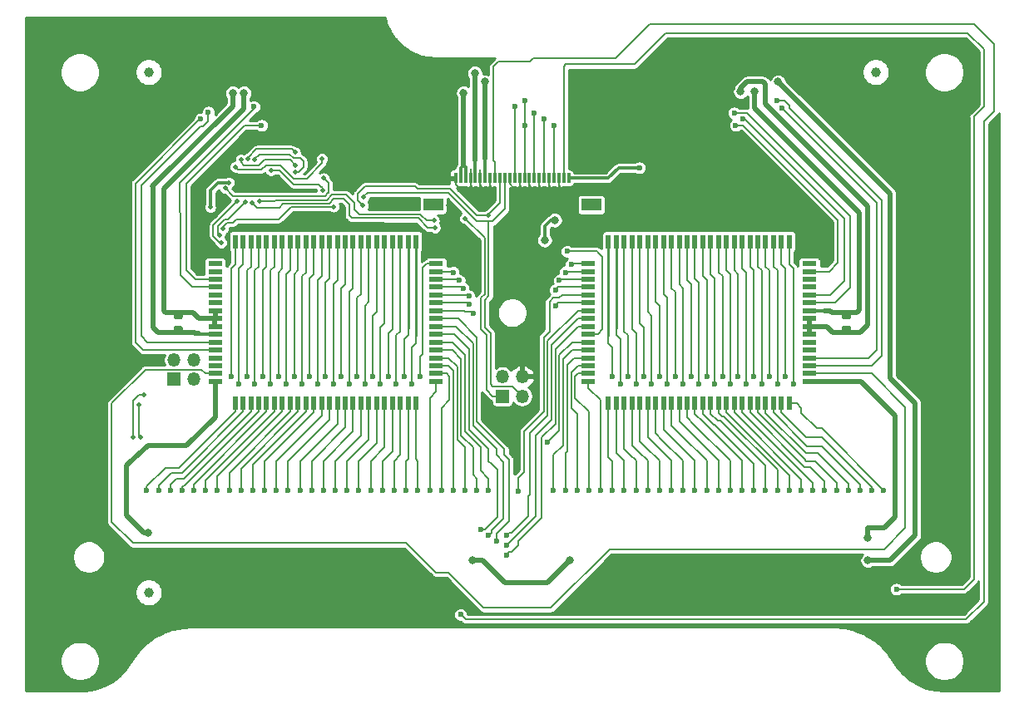
<source format=gbr>
G04 #@! TF.GenerationSoftware,KiCad,Pcbnew,5.1.5+dfsg1-2build2*
G04 #@! TF.CreationDate,2021-08-16T15:22:43+02:00*
G04 #@! TF.ProjectId,ModulAdapterMagnet,4d6f6475-6c41-4646-9170-7465724d6167,rev?*
G04 #@! TF.SameCoordinates,Original*
G04 #@! TF.FileFunction,Copper,L2,Bot*
G04 #@! TF.FilePolarity,Positive*
%FSLAX46Y46*%
G04 Gerber Fmt 4.6, Leading zero omitted, Abs format (unit mm)*
G04 Created by KiCad (PCBNEW 5.1.5+dfsg1-2build2) date 2021-08-16 15:22:43*
%MOMM*%
%LPD*%
G04 APERTURE LIST*
%ADD10R,0.500000X1.480000*%
%ADD11R,1.480000X0.500000*%
%ADD12R,2.000000X1.300000*%
%ADD13R,0.300000X1.000000*%
%ADD14C,1.000000*%
%ADD15C,0.100000*%
%ADD16R,1.350000X1.350000*%
%ADD17O,1.350000X1.350000*%
%ADD18C,0.600000*%
%ADD19C,0.800000*%
%ADD20C,0.500000*%
%ADD21C,0.200000*%
%ADD22C,0.500000*%
%ADD23C,0.300000*%
%ADD24C,0.250000*%
%ADD25C,0.150000*%
%ADD26C,0.254000*%
G04 APERTURE END LIST*
D10*
X109800000Y-91260000D03*
X110600000Y-91260000D03*
X111400000Y-91260000D03*
X112200000Y-91260000D03*
X113000000Y-91260000D03*
X113800000Y-91260000D03*
X114600000Y-91260000D03*
X115400000Y-91260000D03*
X116200000Y-91260000D03*
X117000000Y-91260000D03*
X117800000Y-91260000D03*
X118600000Y-91260000D03*
X119400000Y-91260000D03*
X120200000Y-91260000D03*
X121000000Y-91260000D03*
X121800000Y-91260000D03*
X122600000Y-91260000D03*
X123400000Y-91260000D03*
X124200000Y-91260000D03*
X125000000Y-91260000D03*
X125800000Y-91260000D03*
X126600000Y-91260000D03*
X127400000Y-91260000D03*
X128200000Y-91260000D03*
D11*
X130240000Y-93500000D03*
X130240000Y-94300000D03*
X130240000Y-95100000D03*
X130240000Y-95900000D03*
X130240000Y-96700000D03*
X130240000Y-97500000D03*
X130240000Y-98300000D03*
X130240000Y-99100000D03*
X130240000Y-99900000D03*
X130240000Y-100700000D03*
X130240000Y-101500000D03*
X130240000Y-102300000D03*
X130240000Y-103100000D03*
X130240000Y-103900000D03*
X130240000Y-104700000D03*
X130240000Y-105500000D03*
D10*
X128200000Y-107740000D03*
X127400000Y-107740000D03*
X126600000Y-107740000D03*
X125800000Y-107740000D03*
X125000000Y-107740000D03*
X124200000Y-107740000D03*
X123400000Y-107740000D03*
X122600000Y-107740000D03*
X121800000Y-107740000D03*
X121000000Y-107740000D03*
X120200000Y-107740000D03*
X119400000Y-107740000D03*
X118600000Y-107740000D03*
X117800000Y-107740000D03*
X117000000Y-107740000D03*
X116200000Y-107740000D03*
X115400000Y-107740000D03*
X114600000Y-107740000D03*
X113800000Y-107740000D03*
X113000000Y-107740000D03*
X112200000Y-107740000D03*
X111400000Y-107740000D03*
X110600000Y-107740000D03*
X109800000Y-107740000D03*
D11*
X107760000Y-105500000D03*
X107760000Y-104700000D03*
X107760000Y-103900000D03*
X107760000Y-103100000D03*
X107760000Y-102300000D03*
X107760000Y-101500000D03*
X107760000Y-100700000D03*
X107760000Y-99900000D03*
X107760000Y-99100000D03*
X107760000Y-98300000D03*
X107760000Y-97500000D03*
X107760000Y-96700000D03*
X107760000Y-95900000D03*
X107760000Y-95100000D03*
X107760000Y-94300000D03*
X107760000Y-93500000D03*
D10*
X90200000Y-107740000D03*
X89400000Y-107740000D03*
X88600000Y-107740000D03*
X87800000Y-107740000D03*
X87000000Y-107740000D03*
X86200000Y-107740000D03*
X85400000Y-107740000D03*
X84600000Y-107740000D03*
X83800000Y-107740000D03*
X83000000Y-107740000D03*
X82200000Y-107740000D03*
X81400000Y-107740000D03*
X80600000Y-107740000D03*
X79800000Y-107740000D03*
X79000000Y-107740000D03*
X78200000Y-107740000D03*
X77400000Y-107740000D03*
X76600000Y-107740000D03*
X75800000Y-107740000D03*
X75000000Y-107740000D03*
X74200000Y-107740000D03*
X73400000Y-107740000D03*
X72600000Y-107740000D03*
X71800000Y-107740000D03*
D11*
X69760000Y-105500000D03*
X69760000Y-104700000D03*
X69760000Y-103900000D03*
X69760000Y-103100000D03*
X69760000Y-102300000D03*
X69760000Y-101500000D03*
X69760000Y-100700000D03*
X69760000Y-99900000D03*
X69760000Y-99100000D03*
X69760000Y-98300000D03*
X69760000Y-97500000D03*
X69760000Y-96700000D03*
X69760000Y-95900000D03*
X69760000Y-95100000D03*
X69760000Y-94300000D03*
X69760000Y-93500000D03*
D10*
X71800000Y-91260000D03*
X72600000Y-91260000D03*
X73400000Y-91260000D03*
X74200000Y-91260000D03*
X75000000Y-91260000D03*
X75800000Y-91260000D03*
X76600000Y-91260000D03*
X77400000Y-91260000D03*
X78200000Y-91260000D03*
X79000000Y-91260000D03*
X79800000Y-91260000D03*
X80600000Y-91260000D03*
X81400000Y-91260000D03*
X82200000Y-91260000D03*
X83000000Y-91260000D03*
X83800000Y-91260000D03*
X84600000Y-91260000D03*
X85400000Y-91260000D03*
X86200000Y-91260000D03*
X87000000Y-91260000D03*
X87800000Y-91260000D03*
X88600000Y-91260000D03*
X89400000Y-91260000D03*
X90200000Y-91260000D03*
D11*
X92240000Y-93500000D03*
X92240000Y-94300000D03*
X92240000Y-95100000D03*
X92240000Y-95900000D03*
X92240000Y-96700000D03*
X92240000Y-97500000D03*
X92240000Y-98300000D03*
X92240000Y-99100000D03*
X92240000Y-99900000D03*
X92240000Y-100700000D03*
X92240000Y-101500000D03*
X92240000Y-102300000D03*
X92240000Y-103100000D03*
X92240000Y-103900000D03*
X92240000Y-104700000D03*
X92240000Y-105500000D03*
D12*
X108050000Y-87500000D03*
X91950000Y-87500000D03*
D13*
X105750000Y-84800000D03*
X105250000Y-84800000D03*
X104750000Y-84800000D03*
X104250000Y-84800000D03*
X103750000Y-84800000D03*
X103250000Y-84800000D03*
X102750000Y-84800000D03*
X102250000Y-84800000D03*
X101750000Y-84800000D03*
X101250000Y-84800000D03*
X100750000Y-84800000D03*
X100250000Y-84800000D03*
X99750000Y-84800000D03*
X99250000Y-84800000D03*
X98750000Y-84800000D03*
X98250000Y-84800000D03*
X97750000Y-84800000D03*
X97250000Y-84800000D03*
X96750000Y-84800000D03*
X96250000Y-84800000D03*
X95750000Y-84800000D03*
X95250000Y-84800000D03*
X94750000Y-84800000D03*
X94250000Y-84800000D03*
D14*
X137000000Y-74000000D03*
X63000000Y-127000000D03*
X63000000Y-74000000D03*
G04 #@! TA.AperFunction,SMDPad,CuDef*
D15*
G36*
X134277691Y-98276053D02*
G01*
X134298926Y-98279203D01*
X134319750Y-98284419D01*
X134339962Y-98291651D01*
X134359368Y-98300830D01*
X134377781Y-98311866D01*
X134395024Y-98324654D01*
X134410930Y-98339070D01*
X134425346Y-98354976D01*
X134438134Y-98372219D01*
X134449170Y-98390632D01*
X134458349Y-98410038D01*
X134465581Y-98430250D01*
X134470797Y-98451074D01*
X134473947Y-98472309D01*
X134475000Y-98493750D01*
X134475000Y-98931250D01*
X134473947Y-98952691D01*
X134470797Y-98973926D01*
X134465581Y-98994750D01*
X134458349Y-99014962D01*
X134449170Y-99034368D01*
X134438134Y-99052781D01*
X134425346Y-99070024D01*
X134410930Y-99085930D01*
X134395024Y-99100346D01*
X134377781Y-99113134D01*
X134359368Y-99124170D01*
X134339962Y-99133349D01*
X134319750Y-99140581D01*
X134298926Y-99145797D01*
X134277691Y-99148947D01*
X134256250Y-99150000D01*
X133743750Y-99150000D01*
X133722309Y-99148947D01*
X133701074Y-99145797D01*
X133680250Y-99140581D01*
X133660038Y-99133349D01*
X133640632Y-99124170D01*
X133622219Y-99113134D01*
X133604976Y-99100346D01*
X133589070Y-99085930D01*
X133574654Y-99070024D01*
X133561866Y-99052781D01*
X133550830Y-99034368D01*
X133541651Y-99014962D01*
X133534419Y-98994750D01*
X133529203Y-98973926D01*
X133526053Y-98952691D01*
X133525000Y-98931250D01*
X133525000Y-98493750D01*
X133526053Y-98472309D01*
X133529203Y-98451074D01*
X133534419Y-98430250D01*
X133541651Y-98410038D01*
X133550830Y-98390632D01*
X133561866Y-98372219D01*
X133574654Y-98354976D01*
X133589070Y-98339070D01*
X133604976Y-98324654D01*
X133622219Y-98311866D01*
X133640632Y-98300830D01*
X133660038Y-98291651D01*
X133680250Y-98284419D01*
X133701074Y-98279203D01*
X133722309Y-98276053D01*
X133743750Y-98275000D01*
X134256250Y-98275000D01*
X134277691Y-98276053D01*
G37*
G04 #@! TD.AperFunction*
G04 #@! TA.AperFunction,SMDPad,CuDef*
G36*
X134277691Y-99851053D02*
G01*
X134298926Y-99854203D01*
X134319750Y-99859419D01*
X134339962Y-99866651D01*
X134359368Y-99875830D01*
X134377781Y-99886866D01*
X134395024Y-99899654D01*
X134410930Y-99914070D01*
X134425346Y-99929976D01*
X134438134Y-99947219D01*
X134449170Y-99965632D01*
X134458349Y-99985038D01*
X134465581Y-100005250D01*
X134470797Y-100026074D01*
X134473947Y-100047309D01*
X134475000Y-100068750D01*
X134475000Y-100506250D01*
X134473947Y-100527691D01*
X134470797Y-100548926D01*
X134465581Y-100569750D01*
X134458349Y-100589962D01*
X134449170Y-100609368D01*
X134438134Y-100627781D01*
X134425346Y-100645024D01*
X134410930Y-100660930D01*
X134395024Y-100675346D01*
X134377781Y-100688134D01*
X134359368Y-100699170D01*
X134339962Y-100708349D01*
X134319750Y-100715581D01*
X134298926Y-100720797D01*
X134277691Y-100723947D01*
X134256250Y-100725000D01*
X133743750Y-100725000D01*
X133722309Y-100723947D01*
X133701074Y-100720797D01*
X133680250Y-100715581D01*
X133660038Y-100708349D01*
X133640632Y-100699170D01*
X133622219Y-100688134D01*
X133604976Y-100675346D01*
X133589070Y-100660930D01*
X133574654Y-100645024D01*
X133561866Y-100627781D01*
X133550830Y-100609368D01*
X133541651Y-100589962D01*
X133534419Y-100569750D01*
X133529203Y-100548926D01*
X133526053Y-100527691D01*
X133525000Y-100506250D01*
X133525000Y-100068750D01*
X133526053Y-100047309D01*
X133529203Y-100026074D01*
X133534419Y-100005250D01*
X133541651Y-99985038D01*
X133550830Y-99965632D01*
X133561866Y-99947219D01*
X133574654Y-99929976D01*
X133589070Y-99914070D01*
X133604976Y-99899654D01*
X133622219Y-99886866D01*
X133640632Y-99875830D01*
X133660038Y-99866651D01*
X133680250Y-99859419D01*
X133701074Y-99854203D01*
X133722309Y-99851053D01*
X133743750Y-99850000D01*
X134256250Y-99850000D01*
X134277691Y-99851053D01*
G37*
G04 #@! TD.AperFunction*
G04 #@! TA.AperFunction,SMDPad,CuDef*
G36*
X66277691Y-98276053D02*
G01*
X66298926Y-98279203D01*
X66319750Y-98284419D01*
X66339962Y-98291651D01*
X66359368Y-98300830D01*
X66377781Y-98311866D01*
X66395024Y-98324654D01*
X66410930Y-98339070D01*
X66425346Y-98354976D01*
X66438134Y-98372219D01*
X66449170Y-98390632D01*
X66458349Y-98410038D01*
X66465581Y-98430250D01*
X66470797Y-98451074D01*
X66473947Y-98472309D01*
X66475000Y-98493750D01*
X66475000Y-98931250D01*
X66473947Y-98952691D01*
X66470797Y-98973926D01*
X66465581Y-98994750D01*
X66458349Y-99014962D01*
X66449170Y-99034368D01*
X66438134Y-99052781D01*
X66425346Y-99070024D01*
X66410930Y-99085930D01*
X66395024Y-99100346D01*
X66377781Y-99113134D01*
X66359368Y-99124170D01*
X66339962Y-99133349D01*
X66319750Y-99140581D01*
X66298926Y-99145797D01*
X66277691Y-99148947D01*
X66256250Y-99150000D01*
X65743750Y-99150000D01*
X65722309Y-99148947D01*
X65701074Y-99145797D01*
X65680250Y-99140581D01*
X65660038Y-99133349D01*
X65640632Y-99124170D01*
X65622219Y-99113134D01*
X65604976Y-99100346D01*
X65589070Y-99085930D01*
X65574654Y-99070024D01*
X65561866Y-99052781D01*
X65550830Y-99034368D01*
X65541651Y-99014962D01*
X65534419Y-98994750D01*
X65529203Y-98973926D01*
X65526053Y-98952691D01*
X65525000Y-98931250D01*
X65525000Y-98493750D01*
X65526053Y-98472309D01*
X65529203Y-98451074D01*
X65534419Y-98430250D01*
X65541651Y-98410038D01*
X65550830Y-98390632D01*
X65561866Y-98372219D01*
X65574654Y-98354976D01*
X65589070Y-98339070D01*
X65604976Y-98324654D01*
X65622219Y-98311866D01*
X65640632Y-98300830D01*
X65660038Y-98291651D01*
X65680250Y-98284419D01*
X65701074Y-98279203D01*
X65722309Y-98276053D01*
X65743750Y-98275000D01*
X66256250Y-98275000D01*
X66277691Y-98276053D01*
G37*
G04 #@! TD.AperFunction*
G04 #@! TA.AperFunction,SMDPad,CuDef*
G36*
X66277691Y-99851053D02*
G01*
X66298926Y-99854203D01*
X66319750Y-99859419D01*
X66339962Y-99866651D01*
X66359368Y-99875830D01*
X66377781Y-99886866D01*
X66395024Y-99899654D01*
X66410930Y-99914070D01*
X66425346Y-99929976D01*
X66438134Y-99947219D01*
X66449170Y-99965632D01*
X66458349Y-99985038D01*
X66465581Y-100005250D01*
X66470797Y-100026074D01*
X66473947Y-100047309D01*
X66475000Y-100068750D01*
X66475000Y-100506250D01*
X66473947Y-100527691D01*
X66470797Y-100548926D01*
X66465581Y-100569750D01*
X66458349Y-100589962D01*
X66449170Y-100609368D01*
X66438134Y-100627781D01*
X66425346Y-100645024D01*
X66410930Y-100660930D01*
X66395024Y-100675346D01*
X66377781Y-100688134D01*
X66359368Y-100699170D01*
X66339962Y-100708349D01*
X66319750Y-100715581D01*
X66298926Y-100720797D01*
X66277691Y-100723947D01*
X66256250Y-100725000D01*
X65743750Y-100725000D01*
X65722309Y-100723947D01*
X65701074Y-100720797D01*
X65680250Y-100715581D01*
X65660038Y-100708349D01*
X65640632Y-100699170D01*
X65622219Y-100688134D01*
X65604976Y-100675346D01*
X65589070Y-100660930D01*
X65574654Y-100645024D01*
X65561866Y-100627781D01*
X65550830Y-100609368D01*
X65541651Y-100589962D01*
X65534419Y-100569750D01*
X65529203Y-100548926D01*
X65526053Y-100527691D01*
X65525000Y-100506250D01*
X65525000Y-100068750D01*
X65526053Y-100047309D01*
X65529203Y-100026074D01*
X65534419Y-100005250D01*
X65541651Y-99985038D01*
X65550830Y-99965632D01*
X65561866Y-99947219D01*
X65574654Y-99929976D01*
X65589070Y-99914070D01*
X65604976Y-99899654D01*
X65622219Y-99886866D01*
X65640632Y-99875830D01*
X65660038Y-99866651D01*
X65680250Y-99859419D01*
X65701074Y-99854203D01*
X65722309Y-99851053D01*
X65743750Y-99850000D01*
X66256250Y-99850000D01*
X66277691Y-99851053D01*
G37*
G04 #@! TD.AperFunction*
D16*
X99000000Y-107000000D03*
D17*
X101000000Y-107000000D03*
X99000000Y-105000000D03*
X101000000Y-105000000D03*
D16*
X65600000Y-105300000D03*
D17*
X67600000Y-105300000D03*
X65600000Y-103300000D03*
X67600000Y-103300000D03*
D18*
X139116000Y-126670000D03*
D19*
X71552000Y-76124000D03*
X97206000Y-74981000D03*
X124638000Y-75997000D03*
X123241000Y-75997000D03*
X95047000Y-76124000D03*
X72695000Y-76124000D03*
D18*
X71400000Y-105000000D03*
X62800000Y-116600000D03*
X72200000Y-105800000D03*
X64000000Y-116600000D03*
X73000000Y-105000000D03*
X65200000Y-116600000D03*
X73800000Y-105800000D03*
X66400000Y-116600000D03*
X74600000Y-105000000D03*
X67600000Y-116600000D03*
X75400000Y-105800000D03*
X68800000Y-116600000D03*
X76200000Y-105000000D03*
X70000000Y-116600000D03*
X77000000Y-105800000D03*
X71200000Y-116600000D03*
X77800000Y-105000000D03*
X72400000Y-116600000D03*
X78600000Y-105800000D03*
X73600000Y-116600000D03*
X79400000Y-105000000D03*
X74800000Y-116600000D03*
X80200000Y-105800000D03*
X76000000Y-116600000D03*
X81000000Y-105000000D03*
X77200000Y-116600000D03*
X81800000Y-105800000D03*
X78400000Y-116600000D03*
X82600000Y-105000000D03*
X79600000Y-116600000D03*
X83400000Y-105800000D03*
X80800000Y-116600000D03*
X84200000Y-105000000D03*
X82000000Y-116600000D03*
X85000000Y-105800000D03*
X83200000Y-116600000D03*
X85800000Y-105000000D03*
X84400000Y-116600000D03*
X86600000Y-105800000D03*
X85600000Y-116600000D03*
X87400000Y-105000000D03*
X86800000Y-116600000D03*
X88200000Y-105800000D03*
X88000000Y-116600000D03*
X89000000Y-105000000D03*
X89200000Y-116600000D03*
X89800000Y-105800000D03*
X90400000Y-116600000D03*
X90600000Y-105000000D03*
X91600000Y-116600000D03*
X94000000Y-94400000D03*
X92800000Y-116600000D03*
X94600000Y-95200000D03*
X94000000Y-116600000D03*
X95000000Y-96000000D03*
X95200000Y-116600000D03*
X96400000Y-116600000D03*
X103600000Y-111700000D03*
X104200000Y-116600000D03*
X105400000Y-116600000D03*
X106600000Y-116600000D03*
X105400000Y-94400000D03*
X107800000Y-116600000D03*
X106000000Y-93600000D03*
X109000000Y-116600000D03*
X110200000Y-104990248D03*
X110200000Y-116590248D03*
X111000000Y-105790248D03*
X111400000Y-116590248D03*
X111800000Y-104990248D03*
X112600000Y-116590248D03*
X112600000Y-105790248D03*
X113800000Y-116590248D03*
X113400000Y-104990248D03*
X115000000Y-116590248D03*
X114200000Y-105790248D03*
X116200000Y-116590248D03*
X115000000Y-104990248D03*
X117400000Y-116590248D03*
X115800000Y-105790248D03*
X118600000Y-116590248D03*
X116600000Y-104990248D03*
X119800000Y-116590248D03*
X117400000Y-105790248D03*
X121000000Y-116590248D03*
X118200000Y-104990248D03*
X122200000Y-116590248D03*
X119000000Y-105790248D03*
X123400000Y-116590248D03*
X119800000Y-104990248D03*
X124600000Y-116590248D03*
X120600000Y-105790248D03*
X125800000Y-116590248D03*
X121400000Y-104990248D03*
X127000000Y-116590248D03*
X122200000Y-105790248D03*
X128200000Y-116590248D03*
X123000000Y-104990248D03*
X129400000Y-116590248D03*
X123800000Y-105790248D03*
X130600000Y-116590248D03*
X124600000Y-104990248D03*
X131800000Y-116590248D03*
X125400000Y-105790248D03*
X133000000Y-116590248D03*
X126200000Y-104990248D03*
X134200000Y-116590248D03*
X127000000Y-105790248D03*
X135400000Y-116590248D03*
X127800000Y-104990248D03*
X136600000Y-116590248D03*
X128600000Y-105790248D03*
X137800000Y-116590248D03*
X95600000Y-96800000D03*
X95600000Y-97600000D03*
X97600000Y-116600000D03*
X96000000Y-98600000D03*
X105588000Y-92253000D03*
X104400000Y-97800000D03*
X100600000Y-116700000D03*
X104400000Y-96200000D03*
X104800000Y-95200000D03*
X96800000Y-120600000D03*
X97600000Y-121200000D03*
X98400000Y-121800000D03*
X99400000Y-123200000D03*
D19*
X127051000Y-74981000D03*
X136195000Y-123749000D03*
X136195000Y-121463000D03*
X96190000Y-74092000D03*
X105842000Y-123749000D03*
X95936000Y-123750000D03*
X62916000Y-120955000D03*
D18*
X126924000Y-76886000D03*
X101270000Y-76886000D03*
X101250000Y-79426000D03*
X74473000Y-79426000D03*
X100254000Y-77521000D03*
X127432000Y-77648000D03*
X73711000Y-77521000D03*
X99400000Y-122200000D03*
X99400000Y-121200000D03*
X94750000Y-129250000D03*
D19*
X88000000Y-123250000D03*
X57201000Y-79045000D03*
X88697000Y-83490000D03*
X100762000Y-86792000D03*
X88697000Y-87300000D03*
X113208000Y-86030000D03*
D20*
X71348800Y-81813600D03*
X71120200Y-84429800D03*
X76251000Y-85395000D03*
X77851200Y-88392200D03*
X70612200Y-87604800D03*
X67716600Y-86233200D03*
D19*
X88697000Y-89840000D03*
X93700000Y-87600000D03*
D18*
X122733000Y-79426000D03*
X104250000Y-79426000D03*
X123495000Y-78791000D03*
X103250000Y-78791000D03*
X68300800Y-78765600D03*
X122606000Y-78156000D03*
X102250000Y-78156000D03*
X69062800Y-78079800D03*
D20*
X84887000Y-86741200D03*
X84785400Y-87604800D03*
X95200000Y-88900000D03*
X97600000Y-88600000D03*
D18*
X112954000Y-83744000D03*
D20*
X71171000Y-85242600D03*
X69266000Y-87757200D03*
D19*
X103302000Y-91110000D03*
X104318000Y-89078000D03*
D20*
X72034600Y-87122200D03*
X70383600Y-91364000D03*
X72872800Y-87198400D03*
X70180400Y-90576600D03*
X74269800Y-87147600D03*
X92024400Y-89128800D03*
X73533200Y-87300000D03*
X92126000Y-89840000D03*
X81813600Y-87706400D03*
X70586800Y-89916200D03*
X70790000Y-85826800D03*
X80797600Y-84785400D03*
X71806000Y-83642400D03*
X80645200Y-82829600D03*
X72390200Y-82880400D03*
X77952800Y-83464600D03*
X73076000Y-82829600D03*
X77902000Y-82169200D03*
X73812600Y-82880400D03*
X77952800Y-84175800D03*
X75438200Y-84023400D03*
X80696000Y-86055400D03*
X62154000Y-111176000D03*
X62027000Y-107874000D03*
X61392000Y-111176000D03*
X62535000Y-106858000D03*
D21*
X146990000Y-115113000D02*
X146990000Y-115510000D01*
X146990000Y-83363000D02*
X146990000Y-78537000D01*
X146990000Y-83236000D02*
X146990000Y-83363000D01*
X146990000Y-78537000D02*
X148006000Y-77521000D01*
X148006000Y-77521000D02*
X148006000Y-71679000D01*
X148006000Y-71679000D02*
X146355000Y-70028000D01*
X136703000Y-70028000D02*
X136322000Y-70028000D01*
X146355000Y-70028000D02*
X136703000Y-70028000D01*
X146990000Y-83363000D02*
X146990000Y-115113000D01*
X145974000Y-126670000D02*
X144323000Y-126670000D01*
X146990000Y-125654000D02*
X145974000Y-126670000D01*
X144323000Y-126670000D02*
X139116000Y-126670000D01*
X146990000Y-115113000D02*
X146990000Y-125654000D01*
X114859000Y-70790000D02*
X115621000Y-70028000D01*
X115621000Y-70028000D02*
X136703000Y-70028000D01*
X114859000Y-70790000D02*
X112446000Y-73203000D01*
X115240000Y-70409000D02*
X114859000Y-70790000D01*
X105250000Y-73414000D02*
X105461000Y-73203000D01*
X105250000Y-84800000D02*
X105250000Y-73414000D01*
X112446000Y-73203000D02*
X105461000Y-73203000D01*
D22*
X134000000Y-98500000D02*
X132536000Y-98500000D01*
X132536000Y-98500000D02*
X132385000Y-98349000D01*
X132385000Y-98349000D02*
X131750000Y-98349000D01*
X97206000Y-78664000D02*
X97206000Y-82855000D01*
X97206000Y-75489000D02*
X97206000Y-78664000D01*
D23*
X97250000Y-82899000D02*
X97206000Y-82855000D01*
X97250000Y-84800000D02*
X97250000Y-82899000D01*
X68188000Y-100700000D02*
X68123000Y-100635000D01*
X69760000Y-100700000D02*
X68188000Y-100700000D01*
X131701000Y-98300000D02*
X131750000Y-98349000D01*
X130240000Y-98300000D02*
X131701000Y-98300000D01*
D22*
X97206000Y-75870000D02*
X97206000Y-74981000D01*
X134000000Y-98500000D02*
X135052000Y-98500000D01*
X135052000Y-98500000D02*
X135052000Y-98476000D01*
X135052000Y-98476000D02*
X135306000Y-98222000D01*
X135306000Y-98222000D02*
X135306000Y-88316000D01*
X124638000Y-77648000D02*
X125273000Y-78283000D01*
X124638000Y-75997000D02*
X124638000Y-77648000D01*
X135306000Y-88316000D02*
X125273000Y-78283000D01*
X125273000Y-78283000D02*
X125019000Y-78029000D01*
X63398600Y-85623600D02*
X71552000Y-77470200D01*
X63424000Y-100000000D02*
X63424000Y-85649000D01*
X71552000Y-77470200D02*
X71552000Y-76124000D01*
X63924000Y-100500000D02*
X63424000Y-100000000D01*
X67607000Y-100500000D02*
X63924000Y-100500000D01*
X63424000Y-85649000D02*
X63398600Y-85623600D01*
X67742000Y-100635000D02*
X67607000Y-100500000D01*
X68123000Y-100635000D02*
X67742000Y-100635000D01*
X69760000Y-98370000D02*
X69760000Y-99170000D01*
X69750000Y-99492000D02*
X69750000Y-99890000D01*
X69750000Y-99090000D02*
X69750000Y-99492000D01*
X130240000Y-99100000D02*
X130240000Y-100700000D01*
X134000000Y-100500000D02*
X132631000Y-100500000D01*
X132031000Y-99900000D02*
X130240000Y-99900000D01*
X132631000Y-100500000D02*
X132031000Y-99900000D01*
X95047000Y-78029000D02*
X95047000Y-76378000D01*
X95047000Y-83490000D02*
X95047000Y-78029000D01*
X95047000Y-76124000D02*
X94920000Y-75997000D01*
X95047000Y-76759000D02*
X95047000Y-76124000D01*
X135441000Y-100500000D02*
X134000000Y-100500000D01*
X136195000Y-99746000D02*
X135441000Y-100500000D01*
X136195000Y-87681000D02*
X136195000Y-99746000D01*
X123241000Y-75997000D02*
X123241000Y-75870000D01*
X125781000Y-77267000D02*
X136195000Y-87681000D01*
X125781000Y-77267000D02*
X125781000Y-75235000D01*
X125781000Y-75235000D02*
X125527000Y-74981000D01*
X125527000Y-74981000D02*
X123876000Y-74981000D01*
X123241000Y-75616000D02*
X123241000Y-75997000D01*
X123876000Y-74981000D02*
X123241000Y-75616000D01*
X68112000Y-99100000D02*
X69760000Y-99100000D01*
X67512000Y-98500000D02*
X68112000Y-99100000D01*
X64718000Y-98500000D02*
X67512000Y-98500000D01*
X64567000Y-98349000D02*
X64718000Y-98500000D01*
X64567000Y-85877600D02*
X64567000Y-98349000D01*
X72695000Y-77749600D02*
X64567000Y-85877600D01*
X72695000Y-76124000D02*
X72695000Y-77749600D01*
D23*
X95250000Y-83693000D02*
X95047000Y-83490000D01*
X95250000Y-84800000D02*
X95250000Y-83693000D01*
X94750000Y-83787000D02*
X95047000Y-83490000D01*
X94750000Y-84800000D02*
X94750000Y-83787000D01*
D21*
X71800000Y-91260000D02*
X71800000Y-93600000D01*
X71400000Y-94000000D02*
X71400000Y-105000000D01*
X71800000Y-93600000D02*
X71400000Y-94000000D01*
X64700000Y-114300000D02*
X62800000Y-116200000D01*
X62800000Y-116200000D02*
X62800000Y-116600000D01*
X66100000Y-114300000D02*
X64700000Y-114300000D01*
X71800000Y-107740000D02*
X71800000Y-108600000D01*
X71800000Y-108600000D02*
X66100000Y-114300000D01*
X72600000Y-91260000D02*
X72600000Y-93600000D01*
X72200000Y-94000000D02*
X72200000Y-105800000D01*
X72600000Y-93600000D02*
X72200000Y-94000000D01*
X64000000Y-116100000D02*
X64000000Y-116600000D01*
X65300000Y-114800000D02*
X64000000Y-116100000D01*
X66400000Y-114800000D02*
X65300000Y-114800000D01*
X72600000Y-108600000D02*
X66400000Y-114800000D01*
X72600000Y-107740000D02*
X72600000Y-108600000D01*
X73400000Y-91260000D02*
X73400000Y-93800000D01*
X73400000Y-93800000D02*
X73000000Y-94200000D01*
X73000000Y-94200000D02*
X73000000Y-105000000D01*
X73400000Y-108600000D02*
X66600000Y-115400000D01*
X73400000Y-107740000D02*
X73400000Y-108600000D01*
X65200000Y-116000000D02*
X65800000Y-115400000D01*
X66600000Y-115400000D02*
X65800000Y-115400000D01*
X65200000Y-116000000D02*
X65200000Y-116600000D01*
X73800000Y-105800000D02*
X73800000Y-94200000D01*
X74200000Y-93800000D02*
X74200000Y-91260000D01*
X73800000Y-94200000D02*
X74200000Y-93800000D01*
X74200000Y-108600000D02*
X66700000Y-116100000D01*
X74200000Y-107740000D02*
X74200000Y-108600000D01*
X66600000Y-116100000D02*
X66400000Y-116300000D01*
X66400000Y-116300000D02*
X66400000Y-116600000D01*
X66700000Y-116100000D02*
X66600000Y-116100000D01*
X74600000Y-105000000D02*
X74600000Y-94200000D01*
X75000000Y-93800000D02*
X75000000Y-91260000D01*
X74600000Y-94200000D02*
X75000000Y-93800000D01*
X67600000Y-116000000D02*
X67600000Y-116600000D01*
X75000000Y-108600000D02*
X67600000Y-116000000D01*
X75000000Y-107740000D02*
X75000000Y-108600000D01*
X75400000Y-105800000D02*
X75400000Y-94200000D01*
X75800000Y-93800000D02*
X75800000Y-91260000D01*
X75400000Y-94200000D02*
X75800000Y-93800000D01*
X68800000Y-115600000D02*
X68800000Y-116600000D01*
X75800000Y-108600000D02*
X68800000Y-115600000D01*
X75800000Y-107740000D02*
X75800000Y-108600000D01*
X76200000Y-105000000D02*
X76200000Y-94400000D01*
X76600000Y-94000000D02*
X76600000Y-91260000D01*
X76200000Y-94400000D02*
X76600000Y-94000000D01*
X76600000Y-108600000D02*
X76600000Y-107740000D01*
X70000000Y-115200000D02*
X76600000Y-108600000D01*
X70000000Y-116600000D02*
X70000000Y-115200000D01*
X77000000Y-105800000D02*
X77000000Y-94600000D01*
X77400000Y-94200000D02*
X77400000Y-91260000D01*
X77000000Y-94600000D02*
X77400000Y-94200000D01*
X71200000Y-116600000D02*
X71200000Y-114800000D01*
X71200000Y-114800000D02*
X77400000Y-108600000D01*
X77400000Y-108600000D02*
X77400000Y-107740000D01*
X77800000Y-105000000D02*
X77800000Y-94600000D01*
X78200000Y-94200000D02*
X78200000Y-91260000D01*
X77800000Y-94600000D02*
X78200000Y-94200000D01*
X72400000Y-116600000D02*
X72400000Y-114400000D01*
X72400000Y-114400000D02*
X78200000Y-108600000D01*
X78200000Y-108600000D02*
X78200000Y-107740000D01*
X78600000Y-105800000D02*
X78600000Y-94800000D01*
X79000000Y-94400000D02*
X79000000Y-91260000D01*
X78600000Y-94800000D02*
X79000000Y-94400000D01*
X73600000Y-114000000D02*
X73600000Y-116600000D01*
X79000000Y-107740000D02*
X79000000Y-108600000D01*
X79000000Y-108600000D02*
X73600000Y-114000000D01*
X79400000Y-105000000D02*
X79400000Y-95000000D01*
X79800000Y-94600000D02*
X79800000Y-91260000D01*
X79400000Y-95000000D02*
X79800000Y-94600000D01*
X79800000Y-108680000D02*
X79800000Y-107740000D01*
X74800000Y-113680000D02*
X79800000Y-108680000D01*
X74800000Y-113800000D02*
X74800000Y-113680000D01*
X74800000Y-116600000D02*
X74800000Y-113800000D01*
X80200000Y-105800000D02*
X80200000Y-95200000D01*
X80600000Y-94800000D02*
X80600000Y-91260000D01*
X80200000Y-95200000D02*
X80600000Y-94800000D01*
X76000000Y-116600000D02*
X76000000Y-113600000D01*
X80600000Y-109000000D02*
X80600000Y-107740000D01*
X76000000Y-113600000D02*
X80600000Y-109000000D01*
X81000000Y-105000000D02*
X81000000Y-95400000D01*
X81400000Y-95000000D02*
X81400000Y-91260000D01*
X81000000Y-95400000D02*
X81400000Y-95000000D01*
X77200000Y-116600000D02*
X77200000Y-113600000D01*
X81400000Y-109400000D02*
X81400000Y-107740000D01*
X77200000Y-113600000D02*
X81400000Y-109400000D01*
X81800000Y-105800000D02*
X81800000Y-95600000D01*
X82200000Y-95200000D02*
X82200000Y-91260000D01*
X81800000Y-95600000D02*
X82200000Y-95200000D01*
X82200000Y-109800000D02*
X82200000Y-107740000D01*
X78400000Y-113600000D02*
X82200000Y-109800000D01*
X78400000Y-116600000D02*
X78400000Y-113600000D01*
X82600000Y-105000000D02*
X82600000Y-96000000D01*
X83000000Y-95600000D02*
X83000000Y-91260000D01*
X82600000Y-96000000D02*
X83000000Y-95600000D01*
X79600000Y-116600000D02*
X79600000Y-113600000D01*
X83000000Y-110200000D02*
X83000000Y-107740000D01*
X79600000Y-113600000D02*
X83000000Y-110200000D01*
X83400000Y-105800000D02*
X83400000Y-96400000D01*
X83800000Y-96000000D02*
X83800000Y-91260000D01*
X83400000Y-96400000D02*
X83800000Y-96000000D01*
X80800000Y-116600000D02*
X80800000Y-113600000D01*
X83800000Y-110600000D02*
X83800000Y-107740000D01*
X80800000Y-113600000D02*
X83800000Y-110600000D01*
X84200000Y-105000000D02*
X84200000Y-97000000D01*
X84600000Y-96600000D02*
X84600000Y-91260000D01*
X84200000Y-97000000D02*
X84600000Y-96600000D01*
X82000000Y-116600000D02*
X82000000Y-113600000D01*
X84600000Y-111000000D02*
X84600000Y-107740000D01*
X82000000Y-113600000D02*
X84600000Y-111000000D01*
X85000000Y-105800000D02*
X85000000Y-97800000D01*
X85400000Y-97400000D02*
X85400000Y-91260000D01*
X85000000Y-97800000D02*
X85400000Y-97400000D01*
X83200000Y-116600000D02*
X83200000Y-113600000D01*
X85400000Y-111400000D02*
X85400000Y-107740000D01*
X83200000Y-113600000D02*
X85400000Y-111400000D01*
X85800000Y-105000000D02*
X85800000Y-98800000D01*
X86200000Y-98400000D02*
X86200000Y-91260000D01*
X85800000Y-98800000D02*
X86200000Y-98400000D01*
X84400000Y-116600000D02*
X84400000Y-113600000D01*
X86200000Y-111800000D02*
X86200000Y-107740000D01*
X84400000Y-113600000D02*
X86200000Y-111800000D01*
X86600000Y-105800000D02*
X86600000Y-100000000D01*
X87000000Y-99600000D02*
X87000000Y-91260000D01*
X86600000Y-100000000D02*
X87000000Y-99600000D01*
X85600000Y-116600000D02*
X85600000Y-113600000D01*
X87000000Y-112200000D02*
X87000000Y-107740000D01*
X85600000Y-113600000D02*
X87000000Y-112200000D01*
X87400000Y-105000000D02*
X87400000Y-100600000D01*
X87800000Y-100200000D02*
X87800000Y-91260000D01*
X87400000Y-100600000D02*
X87800000Y-100200000D01*
X87800000Y-112600000D02*
X87800000Y-112200000D01*
X87800000Y-112200000D02*
X87800000Y-107740000D01*
X86800000Y-113600000D02*
X87800000Y-112600000D01*
X86800000Y-116600000D02*
X86800000Y-113600000D01*
X88600000Y-100400000D02*
X88600000Y-91260000D01*
X88200000Y-105800000D02*
X88200000Y-100800000D01*
X88200000Y-100800000D02*
X88600000Y-100400000D01*
X88000000Y-116600000D02*
X88000000Y-113600000D01*
X88600000Y-113000000D02*
X88600000Y-107740000D01*
X88000000Y-113600000D02*
X88600000Y-113000000D01*
D24*
X89400000Y-91260000D02*
X89400000Y-100068000D01*
D21*
X89000000Y-105000000D02*
X89000000Y-101200000D01*
X89400000Y-100800000D02*
X89400000Y-100068000D01*
X89000000Y-101200000D02*
X89400000Y-100800000D01*
X89200000Y-116600000D02*
X89200000Y-113600000D01*
X89400000Y-113400000D02*
X89400000Y-107740000D01*
X89200000Y-113600000D02*
X89400000Y-113400000D01*
D24*
X90200000Y-91260000D02*
X90200000Y-98074000D01*
X90200000Y-98074000D02*
X90200000Y-100868000D01*
D21*
X89800000Y-105800000D02*
X89800000Y-102000000D01*
X90200000Y-101600000D02*
X90200000Y-100868000D01*
X89800000Y-102000000D02*
X90200000Y-101600000D01*
X90200000Y-113400000D02*
X90400000Y-113600000D01*
X90200000Y-107740000D02*
X90200000Y-113400000D01*
X90400000Y-113600000D02*
X90400000Y-116600000D01*
X91300000Y-93500000D02*
X92240000Y-93500000D01*
X90898001Y-93901999D02*
X91300000Y-93500000D01*
X90898001Y-102200000D02*
X90898001Y-93901999D01*
X90898001Y-102200000D02*
X90898001Y-102701999D01*
X90898001Y-102701999D02*
X90600000Y-103000000D01*
X90600000Y-103000000D02*
X90600000Y-105000000D01*
X91600000Y-116600000D02*
X91600000Y-107200000D01*
X92240000Y-106560000D02*
X92240000Y-105500000D01*
X91600000Y-107200000D02*
X92240000Y-106560000D01*
X93900000Y-94300000D02*
X94000000Y-94400000D01*
X92240000Y-94300000D02*
X93900000Y-94300000D01*
X92800000Y-108200000D02*
X92800000Y-116600000D01*
X93600000Y-105000000D02*
X93600000Y-107400000D01*
X92240000Y-104700000D02*
X93300000Y-104700000D01*
X93600000Y-107400000D02*
X92800000Y-108200000D01*
X93300000Y-104700000D02*
X93600000Y-105000000D01*
X92340000Y-95200000D02*
X92240000Y-95100000D01*
X94500000Y-95100000D02*
X94600000Y-95200000D01*
X92240000Y-95100000D02*
X94500000Y-95100000D01*
X93500000Y-103900000D02*
X92240000Y-103900000D01*
X94000000Y-104400000D02*
X93500000Y-103900000D01*
X94000000Y-116600000D02*
X94000000Y-104400000D01*
X94900000Y-95900000D02*
X95000000Y-96000000D01*
X92240000Y-95900000D02*
X94900000Y-95900000D01*
X92240000Y-103100000D02*
X93180000Y-103100000D01*
X93180000Y-103100000D02*
X93200000Y-103100000D01*
X95200000Y-116000000D02*
X95200000Y-116600000D01*
X93500000Y-103100000D02*
X93180000Y-103100000D01*
X94400000Y-104000000D02*
X93500000Y-103100000D01*
X94400000Y-111400000D02*
X94400000Y-104000000D01*
X95200000Y-112200000D02*
X94400000Y-111400000D01*
X95200000Y-116600000D02*
X95200000Y-112200000D01*
X92240000Y-102300000D02*
X93900000Y-102300000D01*
X96400000Y-115400000D02*
X96000000Y-115000000D01*
X96400000Y-116600000D02*
X96400000Y-115400000D01*
X96000000Y-112200000D02*
X94800000Y-111000000D01*
X96000000Y-112200000D02*
X96000000Y-115000000D01*
X94800000Y-111000000D02*
X94800000Y-103200000D01*
X93900000Y-102300000D02*
X94800000Y-103200000D01*
X104800000Y-110500000D02*
X103600000Y-111700000D01*
X106100000Y-101500000D02*
X104800000Y-102800000D01*
X107760000Y-101500000D02*
X106100000Y-101500000D01*
X104800000Y-102800000D02*
X104800000Y-110500000D01*
X105200000Y-112000000D02*
X104200000Y-113000000D01*
X104200000Y-113000000D02*
X104200000Y-116600000D01*
X107760000Y-102300000D02*
X106100000Y-102300000D01*
X106100000Y-102300000D02*
X105200000Y-103200000D01*
X105200000Y-103200000D02*
X105200000Y-112000000D01*
X105600000Y-112600000D02*
X105400000Y-112800000D01*
X105600000Y-103800000D02*
X105600000Y-112600000D01*
X105400000Y-112800000D02*
X105400000Y-116600000D01*
X106300000Y-103100000D02*
X105600000Y-103800000D01*
X107760000Y-103100000D02*
X106300000Y-103100000D01*
X106600000Y-108800000D02*
X106600000Y-116600000D01*
X106000000Y-108200000D02*
X106600000Y-108800000D01*
X106000000Y-104600000D02*
X106000000Y-108200000D01*
X106700000Y-103900000D02*
X106000000Y-104600000D01*
X107760000Y-103900000D02*
X106700000Y-103900000D01*
X105500000Y-94300000D02*
X105400000Y-94400000D01*
X107760000Y-94300000D02*
X105500000Y-94300000D01*
X107800000Y-116600000D02*
X107800000Y-108600000D01*
X107800000Y-108600000D02*
X106400000Y-107200000D01*
X106400000Y-107200000D02*
X106400000Y-105000000D01*
X106700000Y-104700000D02*
X107760000Y-104700000D01*
X106400000Y-105000000D02*
X106700000Y-104700000D01*
X107660000Y-93600000D02*
X107760000Y-93500000D01*
X106100000Y-93500000D02*
X106000000Y-93600000D01*
X107760000Y-93500000D02*
X106100000Y-93500000D01*
X109000000Y-116600000D02*
X109000000Y-107400000D01*
X107760000Y-106160000D02*
X107760000Y-105500000D01*
X109000000Y-107400000D02*
X107760000Y-106160000D01*
X109800000Y-101600000D02*
X109800000Y-100868000D01*
X110200000Y-102000000D02*
X109800000Y-101600000D01*
D24*
X109800000Y-91260000D02*
X109800000Y-98074000D01*
X109800000Y-98074000D02*
X109800000Y-100868000D01*
D21*
X110200000Y-104300000D02*
X110200000Y-104990248D01*
X110200000Y-104300000D02*
X110200000Y-102000000D01*
X110200000Y-113590248D02*
X110190248Y-113590248D01*
X110200000Y-113900000D02*
X110200000Y-113590248D01*
X110200000Y-114100000D02*
X110200000Y-113600000D01*
X110200000Y-114100000D02*
X110200000Y-116590248D01*
X110200000Y-113900000D02*
X110200000Y-114100000D01*
X109800000Y-113200000D02*
X109800000Y-107740000D01*
X110200000Y-113600000D02*
X109800000Y-113200000D01*
X111000000Y-105000000D02*
X111000000Y-101200000D01*
X110600000Y-100800000D02*
X110600000Y-100068000D01*
X111000000Y-101200000D02*
X110600000Y-100800000D01*
D24*
X110600000Y-91260000D02*
X110600000Y-100068000D01*
D21*
X111000000Y-105000000D02*
X111000000Y-105790248D01*
X111400000Y-116590248D02*
X111400000Y-113590248D01*
X111400000Y-113590248D02*
X111200000Y-113390248D01*
X110600000Y-112790248D02*
X111200000Y-113390248D01*
X110600000Y-107740000D02*
X110600000Y-112790248D01*
X111400000Y-100400000D02*
X111400000Y-91260000D01*
X111800000Y-100800000D02*
X111400000Y-100400000D01*
X111800000Y-104300000D02*
X111800000Y-104990248D01*
X111800000Y-104300000D02*
X111800000Y-100800000D01*
X112600000Y-116590248D02*
X112600000Y-113590248D01*
X112600000Y-113590248D02*
X112000000Y-112990248D01*
X111400000Y-112390248D02*
X112000000Y-112990248D01*
X111400000Y-107740000D02*
X111400000Y-112390248D01*
X112600000Y-105000000D02*
X112600000Y-100600000D01*
X112200000Y-100200000D02*
X112200000Y-91260000D01*
X112600000Y-100600000D02*
X112200000Y-100200000D01*
X112600000Y-105000000D02*
X112600000Y-105790248D01*
X113800000Y-116590248D02*
X113800000Y-113590248D01*
X112200000Y-111990248D02*
X112900000Y-112690248D01*
X113800000Y-113590248D02*
X112900000Y-112690248D01*
X112200000Y-107740000D02*
X112200000Y-111990248D01*
X112900000Y-112690248D02*
X112800000Y-112590248D01*
X113000000Y-99600000D02*
X113000000Y-91260000D01*
X113400000Y-100000000D02*
X113000000Y-99600000D01*
X113400000Y-104300000D02*
X113400000Y-100000000D01*
X113400000Y-104300000D02*
X113400000Y-104990248D01*
X115000000Y-116590248D02*
X115000000Y-113590248D01*
X115000000Y-113590248D02*
X113600000Y-112190248D01*
X113000000Y-111590248D02*
X113600000Y-112190248D01*
X113000000Y-107740000D02*
X113000000Y-111590248D01*
X113800000Y-98400000D02*
X113800000Y-91260000D01*
X114200000Y-98800000D02*
X113800000Y-98400000D01*
X114200000Y-104900000D02*
X114200000Y-105790248D01*
X114200000Y-104900000D02*
X114200000Y-98800000D01*
X114200000Y-105000000D02*
X114200000Y-104900000D01*
X113800000Y-107740000D02*
X113800000Y-111190248D01*
X116200000Y-113590248D02*
X116200000Y-116590248D01*
X113800000Y-111190248D02*
X116200000Y-113590248D01*
X114600000Y-97400000D02*
X114600000Y-91260000D01*
X115000000Y-97800000D02*
X114600000Y-97400000D01*
X115000000Y-104300000D02*
X115000000Y-104990248D01*
X115000000Y-104300000D02*
X115000000Y-97800000D01*
X117400000Y-116590248D02*
X117400000Y-113590248D01*
X114600000Y-107740000D02*
X114600000Y-110790248D01*
X117400000Y-113590248D02*
X115300000Y-111490248D01*
X114600000Y-110790248D02*
X115300000Y-111490248D01*
X115300000Y-111490248D02*
X115200000Y-111390248D01*
X115800000Y-105000000D02*
X115800000Y-97000000D01*
X115400000Y-96600000D02*
X115400000Y-91260000D01*
X115800000Y-97000000D02*
X115400000Y-96600000D01*
X115800000Y-105000000D02*
X115800000Y-105790248D01*
X118600000Y-116590248D02*
X118600000Y-113590248D01*
X115400000Y-110390248D02*
X116109752Y-111100000D01*
X118600000Y-113590248D02*
X116109752Y-111100000D01*
X115400000Y-107740000D02*
X115400000Y-110390248D01*
X116109752Y-111100000D02*
X116000000Y-110990248D01*
X116200000Y-96000000D02*
X116200000Y-91260000D01*
X116600000Y-96400000D02*
X116200000Y-96000000D01*
X116600000Y-104300000D02*
X116600000Y-104990248D01*
X116600000Y-104300000D02*
X116600000Y-96400000D01*
X119800000Y-116590248D02*
X119800000Y-113590248D01*
X116200000Y-109990248D02*
X117200000Y-110990248D01*
X116200000Y-107740000D02*
X116200000Y-109990248D01*
X119800000Y-113590248D02*
X117200000Y-110990248D01*
X117200000Y-110990248D02*
X116800000Y-110590248D01*
X117400000Y-105000000D02*
X117400000Y-96000000D01*
X117000000Y-95600000D02*
X117000000Y-91260000D01*
X117400000Y-96000000D02*
X117000000Y-95600000D01*
X117400000Y-105000000D02*
X117400000Y-105790248D01*
X117000000Y-107740000D02*
X117000000Y-109590248D01*
X121000000Y-113590248D02*
X121000000Y-116590248D01*
X117000000Y-109590248D02*
X121000000Y-113590248D01*
X117800000Y-95200000D02*
X117800000Y-91260000D01*
X118200000Y-95600000D02*
X117800000Y-95200000D01*
X118200000Y-104400000D02*
X118200000Y-104990248D01*
X118200000Y-104400000D02*
X118200000Y-95600000D01*
X122200000Y-116590248D02*
X122200000Y-113590248D01*
X117800000Y-109190248D02*
X118509752Y-109900000D01*
X117800000Y-107740000D02*
X117800000Y-109190248D01*
X122200000Y-113590248D02*
X118509752Y-109900000D01*
X118509752Y-109900000D02*
X118400000Y-109790248D01*
X118600000Y-95000000D02*
X118600000Y-91260000D01*
X119000000Y-95400000D02*
X118600000Y-95000000D01*
X119000000Y-104900000D02*
X119000000Y-105790248D01*
X119000000Y-104900000D02*
X119000000Y-95400000D01*
X119000000Y-105000000D02*
X119000000Y-104900000D01*
X123400000Y-116590248D02*
X123400000Y-113590248D01*
X118600000Y-108790248D02*
X119509752Y-109700000D01*
X123400000Y-113590248D02*
X119509752Y-109700000D01*
X118600000Y-107740000D02*
X118600000Y-108790248D01*
X119509752Y-109700000D02*
X119200000Y-109390248D01*
X119400000Y-94800000D02*
X119400000Y-91260000D01*
X119800000Y-95200000D02*
X119400000Y-94800000D01*
X119800000Y-104300000D02*
X119800000Y-104990248D01*
X119800000Y-104300000D02*
X119800000Y-95200000D01*
X119400000Y-108800000D02*
X120500000Y-109900000D01*
X119400000Y-107740000D02*
X119400000Y-108800000D01*
X120600000Y-109900000D02*
X124600000Y-113900000D01*
X124600000Y-113900000D02*
X124600000Y-116590248D01*
X120500000Y-109900000D02*
X120600000Y-109900000D01*
X120600000Y-105000000D02*
X120600000Y-95000000D01*
X120200000Y-94600000D02*
X120200000Y-91260000D01*
X120600000Y-95000000D02*
X120200000Y-94600000D01*
X120600000Y-105000000D02*
X120600000Y-105790248D01*
X120900000Y-109500000D02*
X120200000Y-108800000D01*
X121200000Y-109500000D02*
X120900000Y-109500000D01*
X120200000Y-108800000D02*
X120200000Y-107740000D01*
X125800000Y-114100000D02*
X121200000Y-109500000D01*
X125800000Y-116590248D02*
X125800000Y-114100000D01*
X121000000Y-94400000D02*
X121000000Y-91260000D01*
X121400000Y-94800000D02*
X121000000Y-94400000D01*
X121400000Y-104300000D02*
X121400000Y-104990248D01*
X121400000Y-104300000D02*
X121400000Y-94800000D01*
X127000000Y-114900000D02*
X127000000Y-116590248D01*
X127000000Y-114500000D02*
X127000000Y-114900000D01*
X121330010Y-109030010D02*
X121530010Y-109030010D01*
X121530010Y-109030010D02*
X127000000Y-114500000D01*
X121000000Y-107740000D02*
X121000000Y-108700000D01*
X121000000Y-108700000D02*
X121330010Y-109030010D01*
X121800000Y-94200000D02*
X121800000Y-91260000D01*
X122200000Y-94600000D02*
X121800000Y-94200000D01*
X122200000Y-104900000D02*
X122200000Y-105790248D01*
X122200000Y-104900000D02*
X122200000Y-94600000D01*
X122200000Y-105000000D02*
X122200000Y-104900000D01*
X121800000Y-108680000D02*
X128200000Y-115080000D01*
X121800000Y-107740000D02*
X121800000Y-108680000D01*
X128200000Y-115080000D02*
X128200000Y-115300000D01*
X128200000Y-116590248D02*
X128200000Y-115300000D01*
X128200000Y-115300000D02*
X128200000Y-115200000D01*
X122600000Y-94200000D02*
X122600000Y-91260000D01*
X123000000Y-94600000D02*
X122600000Y-94200000D01*
X123000000Y-104200000D02*
X123000000Y-104990248D01*
X123000000Y-104200000D02*
X123000000Y-94600000D01*
X129400000Y-116165984D02*
X129400000Y-116590248D01*
X129400000Y-115480000D02*
X129400000Y-116165984D01*
X122600000Y-108680000D02*
X129400000Y-115480000D01*
X122600000Y-107740000D02*
X122600000Y-108680000D01*
X123400000Y-94000000D02*
X123400000Y-91260000D01*
X123800000Y-94400000D02*
X123400000Y-94000000D01*
X123800000Y-104900000D02*
X123800000Y-105790248D01*
X123800000Y-104900000D02*
X123800000Y-94400000D01*
X123800000Y-105000000D02*
X123800000Y-104900000D01*
X130600000Y-116300000D02*
X130600000Y-116590248D01*
X130600000Y-115880000D02*
X130600000Y-116300000D01*
X123400000Y-107740000D02*
X123400000Y-108680000D01*
X123400000Y-108680000D02*
X130600000Y-115880000D01*
X124600000Y-94200000D02*
X124200000Y-93800000D01*
X124200000Y-93800000D02*
X124200000Y-91260000D01*
X124600000Y-104200000D02*
X124600000Y-104990248D01*
X124600000Y-104200000D02*
X124600000Y-94200000D01*
X129720000Y-114200000D02*
X124200000Y-108680000D01*
X124200000Y-108680000D02*
X124200000Y-107740000D01*
X130300000Y-114200000D02*
X129720000Y-114200000D01*
X131800000Y-116590248D02*
X131800000Y-115700000D01*
X131800000Y-115700000D02*
X130300000Y-114200000D01*
X125000000Y-93800000D02*
X125000000Y-91260000D01*
X125400000Y-94200000D02*
X125000000Y-93800000D01*
X125400000Y-103600000D02*
X125400000Y-94200000D01*
X125400000Y-103600000D02*
X125400000Y-105790248D01*
X125000000Y-108680000D02*
X129700000Y-113380000D01*
X125000000Y-107740000D02*
X125000000Y-108680000D01*
X129700000Y-113380000D02*
X129700000Y-113400000D01*
X129700000Y-113400000D02*
X129900000Y-113600000D01*
X129900000Y-113600000D02*
X130800000Y-113600000D01*
X133000000Y-115800000D02*
X133000000Y-116590248D01*
X130800000Y-113600000D02*
X133000000Y-115800000D01*
X125800000Y-93800000D02*
X125800000Y-91260000D01*
X126200000Y-94200000D02*
X125800000Y-93800000D01*
X126200000Y-103200000D02*
X126200000Y-94200000D01*
X126200000Y-103200000D02*
X126200000Y-104990248D01*
X125800000Y-108690248D02*
X129900000Y-112790248D01*
X125800000Y-107740000D02*
X125800000Y-108690248D01*
X129900000Y-112790248D02*
X129900000Y-112800000D01*
X129900000Y-112800000D02*
X130800000Y-112800000D01*
X130800000Y-112800000D02*
X130900000Y-112800000D01*
X134200000Y-115900000D02*
X134200000Y-116590248D01*
X131100000Y-112800000D02*
X134200000Y-115900000D01*
X130800000Y-112800000D02*
X131100000Y-112800000D01*
X126600000Y-93800000D02*
X127000000Y-94200000D01*
X126600000Y-91260000D02*
X126600000Y-93800000D01*
X127000000Y-94200000D02*
X127000000Y-103900000D01*
X127000000Y-103900000D02*
X127000000Y-105790248D01*
X126600000Y-108680000D02*
X129910248Y-111990248D01*
X126600000Y-107740000D02*
X126600000Y-108680000D01*
X129910248Y-111990248D02*
X129910248Y-112010248D01*
X129910248Y-112010248D02*
X130000000Y-112100000D01*
X131300000Y-112100000D02*
X131500000Y-112100000D01*
X130000000Y-112100000D02*
X131300000Y-112100000D01*
X135400000Y-116000000D02*
X135400000Y-116100000D01*
X131500000Y-112100000D02*
X135400000Y-116000000D01*
X135400000Y-116100000D02*
X135400000Y-116590248D01*
X127400000Y-91260000D02*
X127400000Y-93600000D01*
X127400000Y-93600000D02*
X127800000Y-94000000D01*
X127800000Y-94000000D02*
X127800000Y-103700000D01*
X127800000Y-103700000D02*
X127800000Y-104990248D01*
X129910248Y-111190248D02*
X130700000Y-111190248D01*
X127400000Y-107740000D02*
X127400000Y-108680000D01*
X127400000Y-108680000D02*
X129910248Y-111190248D01*
X130700000Y-111190248D02*
X130520000Y-111190248D01*
X136600000Y-116300000D02*
X136600000Y-116590248D01*
X130700000Y-111190248D02*
X131490248Y-111190248D01*
X131490248Y-111190248D02*
X136600000Y-116300000D01*
X128200000Y-93600000D02*
X128600000Y-94000000D01*
X128200000Y-91260000D02*
X128200000Y-93600000D01*
X128600000Y-94000000D02*
X128600000Y-104800000D01*
X128600000Y-104800000D02*
X128600000Y-105790248D01*
X128990248Y-107740000D02*
X128200000Y-107740000D01*
X129000000Y-107730248D02*
X128990248Y-107740000D01*
X129000000Y-107730248D02*
X128800000Y-107730248D01*
X128200000Y-107740000D02*
X128949752Y-107740000D01*
X131496000Y-110286248D02*
X130987248Y-110286248D01*
X131496000Y-110286248D02*
X137800000Y-116590248D01*
X129401252Y-108700252D02*
X129401252Y-108191500D01*
X130987248Y-110286248D02*
X129401252Y-108700252D01*
X128949752Y-107740000D02*
X129401252Y-108191500D01*
X95500000Y-96700000D02*
X95600000Y-96800000D01*
X92240000Y-96700000D02*
X95500000Y-96700000D01*
X95500000Y-97500000D02*
X95600000Y-97600000D01*
X92240000Y-97500000D02*
X95500000Y-97500000D01*
X96800000Y-112200000D02*
X95200000Y-110600000D01*
X96800000Y-114600000D02*
X96800000Y-112200000D01*
X97600000Y-115400000D02*
X96800000Y-114600000D01*
X97600000Y-116600000D02*
X97600000Y-115400000D01*
X93900000Y-101500000D02*
X95200000Y-102800000D01*
X95200000Y-110600000D02*
X95200000Y-102800000D01*
X93900000Y-101500000D02*
X92240000Y-101500000D01*
X92240000Y-98300000D02*
X95100000Y-98300000D01*
X95100000Y-98300000D02*
X95200000Y-98400000D01*
X95200000Y-98400000D02*
X95800000Y-98400000D01*
X108700000Y-100700000D02*
X107760000Y-100700000D01*
X109200000Y-92800000D02*
X109200000Y-100200000D01*
X109200000Y-100200000D02*
X108700000Y-100700000D01*
X108653000Y-92253000D02*
X108780000Y-92380000D01*
X105588000Y-92253000D02*
X108653000Y-92253000D01*
X108780000Y-92380000D02*
X109200000Y-92800000D01*
X107660000Y-97600000D02*
X107760000Y-97500000D01*
X104700000Y-97500000D02*
X104400000Y-97800000D01*
X107760000Y-97500000D02*
X104700000Y-97500000D01*
X100600000Y-115300000D02*
X100600000Y-116700000D01*
X101200000Y-114700000D02*
X100600000Y-115300000D01*
X103200000Y-108600000D02*
X101200000Y-110600000D01*
X101200000Y-110600000D02*
X101200000Y-114700000D01*
X107760000Y-96700000D02*
X105100000Y-96700000D01*
X105100000Y-96700000D02*
X104800000Y-97000000D01*
X104800000Y-97000000D02*
X104200000Y-97000000D01*
X103800000Y-100400000D02*
X103200000Y-101000000D01*
X103800000Y-97400000D02*
X103800000Y-100400000D01*
X103200000Y-101000000D02*
X103200000Y-108600000D01*
X104200000Y-97000000D02*
X103800000Y-97400000D01*
X106820000Y-95900000D02*
X107760000Y-95900000D01*
X104700000Y-95900000D02*
X104400000Y-96200000D01*
X107760000Y-95900000D02*
X104700000Y-95900000D01*
X104900000Y-95100000D02*
X104800000Y-95200000D01*
X107760000Y-95100000D02*
X104900000Y-95100000D01*
X97900000Y-113900000D02*
X98500000Y-114500000D01*
X98500000Y-114500000D02*
X98400000Y-114400000D01*
X97900000Y-113900000D02*
X98400000Y-114400000D01*
X98500000Y-118600000D02*
X98500000Y-114500000D01*
X98500000Y-119324264D02*
X98500000Y-118600000D01*
X96800000Y-120600000D02*
X97224264Y-120600000D01*
X97224264Y-120600000D02*
X98500000Y-119324264D01*
X97600000Y-113600000D02*
X97900000Y-113900000D01*
X97600000Y-112400000D02*
X97600000Y-113600000D01*
X95600000Y-110400000D02*
X97600000Y-112400000D01*
X94100000Y-100700000D02*
X95600000Y-102200000D01*
X95600000Y-102200000D02*
X95600000Y-110400000D01*
X92240000Y-100700000D02*
X94100000Y-100700000D01*
X97899999Y-120700001D02*
X97899999Y-120900001D01*
X99100000Y-119500000D02*
X97899999Y-120700001D01*
X99100000Y-113700000D02*
X99100000Y-119500000D01*
X98400000Y-113000000D02*
X99100000Y-113700000D01*
X97899999Y-120900001D02*
X97600000Y-121200000D01*
X98400000Y-112400000D02*
X98400000Y-113000000D01*
X96000000Y-110000000D02*
X98400000Y-112400000D01*
X96000000Y-101600000D02*
X96000000Y-110000000D01*
X94300000Y-99900000D02*
X96000000Y-101600000D01*
X92240000Y-99900000D02*
X94300000Y-99900000D01*
X99200000Y-112400000D02*
X96400000Y-109600000D01*
X99200000Y-113000000D02*
X99200000Y-112400000D01*
X99700000Y-113500000D02*
X99200000Y-113000000D01*
X99700000Y-119700000D02*
X99700000Y-113500000D01*
X98400000Y-121000000D02*
X99700000Y-119700000D01*
X98400000Y-121800000D02*
X98400000Y-121000000D01*
X94506193Y-99106193D02*
X96400000Y-101000000D01*
X96400000Y-109600000D02*
X96400000Y-101000000D01*
X94106193Y-99106193D02*
X94506193Y-99106193D01*
X94106193Y-99106193D02*
X92240000Y-99100000D01*
X99899999Y-122900001D02*
X99699999Y-122900001D01*
X100600000Y-122200000D02*
X99899999Y-122900001D01*
X100600000Y-121800000D02*
X100600000Y-122200000D01*
X103000000Y-119400000D02*
X100600000Y-121800000D01*
X103000000Y-111200000D02*
X103000000Y-119400000D01*
X104400000Y-109800000D02*
X103000000Y-111200000D01*
X99699999Y-122900001D02*
X99400000Y-123200000D01*
X106700000Y-99900000D02*
X104400000Y-102200000D01*
X107760000Y-99900000D02*
X106700000Y-99900000D01*
X104400000Y-102200000D02*
X104400000Y-109800000D01*
D22*
X99285000Y-126035000D02*
X97000000Y-123750000D01*
X136195000Y-120447000D02*
X136195000Y-121463000D01*
X96190000Y-82982000D02*
X96190000Y-77013000D01*
D23*
X96250000Y-83042000D02*
X96190000Y-82982000D01*
X96250000Y-84800000D02*
X96250000Y-83042000D01*
D22*
X96190000Y-77394000D02*
X96190000Y-74092000D01*
X138989000Y-109017000D02*
X135472000Y-105500000D01*
X138989000Y-119304000D02*
X138989000Y-109017000D01*
X135472000Y-105500000D02*
X130240000Y-105500000D01*
X137846000Y-120447000D02*
X138989000Y-119304000D01*
X136195000Y-120447000D02*
X137846000Y-120447000D01*
X103556000Y-126035000D02*
X102413000Y-126035000D01*
X105842000Y-123749000D02*
X103556000Y-126035000D01*
X102413000Y-126035000D02*
X99285000Y-126035000D01*
X97000000Y-123750000D02*
X95936000Y-123750000D01*
X136195000Y-123749000D02*
X138481000Y-123749000D01*
X138481000Y-123749000D02*
X141021000Y-121209000D01*
X141021000Y-121209000D02*
X141021000Y-107747000D01*
X141021000Y-107747000D02*
X138481000Y-105207000D01*
X138481000Y-105207000D02*
X138481000Y-86411000D01*
X138481000Y-86411000D02*
X127051000Y-74981000D01*
X66853000Y-112065000D02*
X62916000Y-112065000D01*
X69760000Y-109158000D02*
X66853000Y-112065000D01*
X69760000Y-105500000D02*
X69760000Y-109158000D01*
X62916000Y-120955000D02*
X62535000Y-120955000D01*
X62535000Y-120955000D02*
X60757000Y-119177000D01*
X60757000Y-114097000D02*
X61011000Y-113843000D01*
X60757000Y-119177000D02*
X60757000Y-114097000D01*
X62916000Y-112065000D02*
X61011000Y-113843000D01*
D21*
X101270000Y-84780000D02*
X101250000Y-84800000D01*
X101250000Y-78176000D02*
X101270000Y-78156000D01*
X101270000Y-78156000D02*
X101270000Y-76886000D01*
X101250000Y-84800000D02*
X101250000Y-79426000D01*
X101250000Y-79426000D02*
X101250000Y-78176000D01*
X67742000Y-95100000D02*
X66800000Y-94158000D01*
X69760000Y-95100000D02*
X67742000Y-95100000D01*
X66800000Y-94158000D02*
X66800000Y-89459000D01*
X66800000Y-89459000D02*
X66800000Y-89131000D01*
X136613000Y-103900000D02*
X137592000Y-102921000D01*
X130240000Y-103900000D02*
X136613000Y-103900000D01*
X137592000Y-102921000D02*
X137592000Y-87046000D01*
X127686000Y-76886000D02*
X126924000Y-76886000D01*
X137592000Y-87046000D02*
X128194000Y-77648000D01*
X128194000Y-77648000D02*
X128194000Y-77394000D01*
X128194000Y-77394000D02*
X127686000Y-76886000D01*
X66802200Y-87858800D02*
X66800000Y-89459000D01*
X66802200Y-85369600D02*
X66802200Y-87858800D01*
X72745800Y-79426000D02*
X66802200Y-85369600D01*
X74473000Y-79426000D02*
X72745800Y-79426000D01*
X100254000Y-81962000D02*
X100250000Y-81966000D01*
X100250000Y-81966000D02*
X100250000Y-84800000D01*
X100250000Y-77525000D02*
X100254000Y-77521000D01*
X67488000Y-95900000D02*
X67452000Y-95900000D01*
X69760000Y-95900000D02*
X67488000Y-95900000D01*
X67452000Y-95900000D02*
X66218000Y-94666000D01*
X137084000Y-87300000D02*
X127432000Y-77648000D01*
X137084000Y-102286000D02*
X137084000Y-87300000D01*
X130240000Y-103100000D02*
X136270000Y-103100000D01*
X136270000Y-103100000D02*
X137084000Y-102286000D01*
X100250000Y-81966000D02*
X100250000Y-78791000D01*
X100250000Y-78791000D02*
X100250000Y-77525000D01*
X66218000Y-94666000D02*
X66218000Y-88951000D01*
X66218000Y-88951000D02*
X66218000Y-88824000D01*
X73711000Y-77521000D02*
X73711000Y-77724200D01*
X66141800Y-85293400D02*
X66141800Y-87681000D01*
X73711000Y-77724200D02*
X66141800Y-85293400D01*
X66141800Y-87681000D02*
X66218000Y-88951000D01*
X140005000Y-108128000D02*
X136577000Y-104700000D01*
X140005000Y-120447000D02*
X140005000Y-108128000D01*
X137846000Y-122606000D02*
X140005000Y-120447000D01*
X69760000Y-104700000D02*
X68759000Y-104700000D01*
X89221000Y-121971000D02*
X92250000Y-125000000D01*
X92250000Y-125000000D02*
X93523000Y-125000000D01*
X68377000Y-104318000D02*
X62662000Y-104318000D01*
X62662000Y-104318000D02*
X59233000Y-107747000D01*
X136577000Y-104700000D02*
X130240000Y-104700000D01*
X97098000Y-128575000D02*
X103925000Y-128575000D01*
X68759000Y-104700000D02*
X68377000Y-104318000D01*
X103925000Y-128575000D02*
X109894000Y-122606000D01*
X59233000Y-107747000D02*
X59233000Y-119812000D01*
X59233000Y-119812000D02*
X61392000Y-121971000D01*
X109894000Y-122606000D02*
X137846000Y-122606000D01*
X61392000Y-121971000D02*
X89221000Y-121971000D01*
X93523000Y-125000000D02*
X97098000Y-128575000D01*
X102400000Y-118000000D02*
X102400000Y-117800000D01*
X99400000Y-122200000D02*
X102400000Y-119200000D01*
X102400000Y-118800000D02*
X102400000Y-117800000D01*
X102400000Y-119200000D02*
X102400000Y-118800000D01*
X102400000Y-111000000D02*
X102400000Y-117800000D01*
X104000000Y-109400000D02*
X102400000Y-111000000D01*
X106700000Y-99100000D02*
X104000000Y-101800000D01*
X107760000Y-99100000D02*
X106700000Y-99100000D01*
X104000000Y-101800000D02*
X104000000Y-109400000D01*
X101600000Y-119200000D02*
X99899999Y-120900001D01*
X101600000Y-117200000D02*
X101600000Y-119200000D01*
X99699999Y-120900001D02*
X99400000Y-121200000D01*
X101800000Y-117000000D02*
X101600000Y-117200000D01*
X101800000Y-110800000D02*
X101800000Y-117000000D01*
X103600000Y-109000000D02*
X101800000Y-110800000D01*
X99899999Y-120900001D02*
X99699999Y-120900001D01*
X106700000Y-98300000D02*
X103600000Y-101400000D01*
X107760000Y-98300000D02*
X106700000Y-98300000D01*
X103600000Y-101400000D02*
X103600000Y-109000000D01*
X98000000Y-129750000D02*
X95750000Y-129750000D01*
X98000000Y-129750000D02*
X95250000Y-129750000D01*
X95250000Y-129750000D02*
X94750000Y-129250000D01*
X98250000Y-83137000D02*
X98095000Y-82982000D01*
X98250000Y-84800000D02*
X98250000Y-83137000D01*
X98095000Y-82982000D02*
X98095000Y-75489000D01*
X98095000Y-75870000D02*
X98095000Y-75743000D01*
X98095000Y-75870000D02*
X98095000Y-73838000D01*
X98095000Y-73838000D02*
X98095000Y-73711000D01*
X144323000Y-129750000D02*
X98000000Y-129750000D01*
X148000000Y-79051000D02*
X148000000Y-127946000D01*
X149022000Y-78029000D02*
X148000000Y-79051000D01*
X149022000Y-71171000D02*
X149022000Y-78029000D01*
X146196000Y-129750000D02*
X144323000Y-129750000D01*
X148000000Y-127946000D02*
X146196000Y-129750000D01*
X146990000Y-69139000D02*
X149022000Y-71171000D01*
X113081000Y-70028000D02*
X113970000Y-69139000D01*
X113970000Y-69139000D02*
X146990000Y-69139000D01*
X113081000Y-70028000D02*
X113589000Y-69520000D01*
X98603000Y-72949000D02*
X98095000Y-73457000D01*
X98095000Y-73457000D02*
X98095000Y-73838000D01*
X101778000Y-72949000D02*
X98603000Y-72949000D01*
X102159000Y-72568000D02*
X101778000Y-72949000D01*
X110541000Y-72568000D02*
X102159000Y-72568000D01*
X113081000Y-70028000D02*
X110541000Y-72568000D01*
D23*
X88000000Y-123250000D02*
X60250000Y-123250000D01*
X60250000Y-123250000D02*
X57250000Y-120250000D01*
D21*
X95750000Y-84800000D02*
X95750000Y-83812000D01*
X96750000Y-84800000D02*
X96750000Y-83923000D01*
D23*
X57250000Y-98603000D02*
X57250000Y-79377000D01*
X57250000Y-98603000D02*
X57250000Y-98250000D01*
X57250000Y-120250000D02*
X57250000Y-98603000D01*
D21*
X94250000Y-84800000D02*
X94250000Y-85487000D01*
X94250000Y-85487000D02*
X94666000Y-85903000D01*
X97750000Y-85613000D02*
X97750000Y-84800000D01*
X97460000Y-85903000D02*
X97750000Y-85613000D01*
X96750000Y-85851000D02*
X96698000Y-85903000D01*
X96750000Y-84800000D02*
X96750000Y-85851000D01*
X96698000Y-85903000D02*
X97460000Y-85903000D01*
X95750000Y-84800000D02*
X95750000Y-85844000D01*
X95750000Y-85844000D02*
X95809000Y-85903000D01*
X94666000Y-85903000D02*
X95809000Y-85903000D01*
X95809000Y-85903000D02*
X96698000Y-85903000D01*
X104750000Y-85725000D02*
X104699000Y-85776000D01*
X104750000Y-84800000D02*
X104750000Y-85725000D01*
X103750000Y-84800000D02*
X103750000Y-85709000D01*
X103750000Y-85709000D02*
X103683000Y-85776000D01*
X103683000Y-85776000D02*
X104699000Y-85776000D01*
X102750000Y-84800000D02*
X102750000Y-85693000D01*
X102750000Y-85693000D02*
X102667000Y-85776000D01*
X102667000Y-85776000D02*
X103683000Y-85776000D01*
X101750000Y-85748000D02*
X101778000Y-85776000D01*
X101750000Y-84800000D02*
X101750000Y-85748000D01*
X101778000Y-85776000D02*
X102667000Y-85776000D01*
X99750000Y-84800000D02*
X99750000Y-85399000D01*
X101016000Y-85776000D02*
X101143000Y-85776000D01*
X99750000Y-85399000D02*
X100127000Y-85776000D01*
X101143000Y-85776000D02*
X101778000Y-85776000D01*
X100750000Y-85764000D02*
X100762000Y-85776000D01*
X100750000Y-84800000D02*
X100750000Y-85764000D01*
X100127000Y-85776000D02*
X100762000Y-85776000D01*
X100762000Y-85776000D02*
X101143000Y-85776000D01*
D22*
X57250000Y-79377000D02*
X57250000Y-79094000D01*
X57250000Y-79094000D02*
X57201000Y-79045000D01*
D21*
X94250000Y-84800000D02*
X90007000Y-84800000D01*
X88951000Y-83744000D02*
X88697000Y-83490000D01*
X90007000Y-84800000D02*
X88951000Y-83744000D01*
D22*
X100762000Y-85776000D02*
X100762000Y-86792000D01*
X100762000Y-86792000D02*
X105715000Y-86792000D01*
X105715000Y-86792000D02*
X106477000Y-86030000D01*
X106477000Y-86030000D02*
X113208000Y-86030000D01*
D25*
X130302000Y-94300000D02*
X130322000Y-94300000D01*
D21*
X104318000Y-84732000D02*
X104250000Y-84800000D01*
X104250000Y-84800000D02*
X104250000Y-81712000D01*
X104250000Y-81712000D02*
X104250000Y-79934000D01*
X104250000Y-79934000D02*
X104250000Y-79875000D01*
X104250000Y-80061000D02*
X104250000Y-79934000D01*
X104250000Y-79426000D02*
X104250000Y-80061000D01*
X131877000Y-94300000D02*
X132004000Y-94300000D01*
X131877000Y-94300000D02*
X132243000Y-94300000D01*
X130240000Y-94300000D02*
X131877000Y-94300000D01*
X132243000Y-94300000D02*
X133147000Y-93396000D01*
X133147000Y-93396000D02*
X133147000Y-89078000D01*
X133147000Y-89078000D02*
X123495000Y-79426000D01*
X123495000Y-79426000D02*
X122733000Y-79426000D01*
X63424000Y-102300000D02*
X62422000Y-102300000D01*
X63424000Y-102300000D02*
X63057000Y-102300000D01*
X69760000Y-102300000D02*
X63424000Y-102300000D01*
X103250000Y-79553000D02*
X103250000Y-84800000D01*
X130240000Y-96700000D02*
X132383000Y-96700000D01*
X103250000Y-78791000D02*
X103250000Y-79553000D01*
X133782000Y-95301000D02*
X133782000Y-88951000D01*
X132383000Y-96700000D02*
X133782000Y-95301000D01*
X133782000Y-88951000D02*
X123622000Y-78791000D01*
X62422000Y-102300000D02*
X61646000Y-101524000D01*
X61646000Y-87554000D02*
X61646000Y-87681000D01*
X61646000Y-101524000D02*
X61646000Y-87681000D01*
X61646000Y-85344200D02*
X68199200Y-78791000D01*
X61646000Y-87681000D02*
X61646000Y-85344200D01*
X64059000Y-101500000D02*
X62892000Y-101500000D01*
X64059000Y-101500000D02*
X63781000Y-101500000D01*
X69760000Y-101500000D02*
X64059000Y-101500000D01*
X102250000Y-78918000D02*
X102250000Y-84800000D01*
X130240000Y-97500000D02*
X132853000Y-97500000D01*
X102250000Y-78156000D02*
X102250000Y-78918000D01*
X134417000Y-95936000D02*
X134417000Y-88697000D01*
X132853000Y-97500000D02*
X134417000Y-95936000D01*
X123876000Y-78156000D02*
X123495000Y-78156000D01*
X134417000Y-88697000D02*
X123876000Y-78156000D01*
X62892000Y-101500000D02*
X62281000Y-100889000D01*
X62281000Y-100889000D02*
X62281000Y-87935000D01*
X123495000Y-78156000D02*
X122606000Y-78156000D01*
X69062800Y-78079800D02*
X69062800Y-79045000D01*
X69062800Y-79045000D02*
X68554800Y-79553000D01*
X68554800Y-79553000D02*
X68275400Y-79553000D01*
X62281000Y-85547400D02*
X62281000Y-86690400D01*
X62281000Y-86690400D02*
X62281000Y-87935000D01*
X68275400Y-79553000D02*
X62281000Y-85547400D01*
X62281000Y-86284000D02*
X62281000Y-86690400D01*
X97800000Y-103200000D02*
X97800000Y-105800000D01*
X97800000Y-103200000D02*
X97800000Y-103400000D01*
X97800000Y-105800000D02*
X98000000Y-106000000D01*
X100000000Y-106000000D02*
X100600000Y-106600000D01*
X98000000Y-106000000D02*
X100000000Y-106000000D01*
X97600000Y-96800000D02*
X97600000Y-95400000D01*
X97600000Y-95400000D02*
X97600000Y-89200000D01*
X97200000Y-97200000D02*
X97600000Y-96800000D01*
X97200000Y-100000000D02*
X97200000Y-97200000D01*
X97800000Y-100600000D02*
X97200000Y-100000000D01*
X97800000Y-103200000D02*
X97800000Y-100600000D01*
X99238000Y-87935000D02*
X99238000Y-86030000D01*
X99200000Y-88000000D02*
X99238000Y-87935000D01*
X98000000Y-89200000D02*
X99200000Y-88000000D01*
X96400000Y-89200000D02*
X98000000Y-89200000D01*
X99238000Y-86030000D02*
X99250000Y-84800000D01*
X85268000Y-86284000D02*
X93484000Y-86284000D01*
X84887000Y-86665000D02*
X85268000Y-86284000D01*
X93484000Y-86284000D02*
X96400000Y-89200000D01*
X84887000Y-86741200D02*
X84887000Y-86665000D01*
D25*
X84785400Y-87528600D02*
X84785400Y-87604800D01*
D21*
X90348000Y-85903000D02*
X93650000Y-85903000D01*
X85014000Y-85649000D02*
X90094000Y-85649000D01*
X84252000Y-86411000D02*
X85014000Y-85649000D01*
X84252000Y-87046000D02*
X84252000Y-86411000D01*
X90094000Y-85649000D02*
X90348000Y-85903000D01*
X84785400Y-87579400D02*
X84252000Y-87046000D01*
X84785400Y-87604800D02*
X84785400Y-87579400D01*
X97206000Y-93194000D02*
X97206000Y-96594000D01*
X97206000Y-93396000D02*
X97206000Y-93194000D01*
X97206000Y-93194000D02*
X97206000Y-92994000D01*
X97206000Y-96594000D02*
X96800000Y-97000000D01*
X96800000Y-97000000D02*
X96800000Y-100200000D01*
X96800000Y-100200000D02*
X97400000Y-100800000D01*
X97400000Y-100800000D02*
X97400000Y-106400000D01*
X98000000Y-107000000D02*
X99000000Y-107000000D01*
X97400000Y-106400000D02*
X98000000Y-107000000D01*
X98730000Y-87300000D02*
X97460000Y-88570000D01*
X98730000Y-86030000D02*
X98730000Y-87300000D01*
X98750000Y-84800000D02*
X98730000Y-86030000D01*
X97206000Y-90906000D02*
X95200000Y-88900000D01*
X97206000Y-92206000D02*
X97206000Y-90906000D01*
X97206000Y-92994000D02*
X97206000Y-92206000D01*
X97206000Y-92206000D02*
X97206000Y-91364000D01*
X93703000Y-85903000D02*
X95500000Y-87700000D01*
X93650000Y-85903000D02*
X93703000Y-85903000D01*
X94846000Y-87046000D02*
X95500000Y-87700000D01*
X96400000Y-88600000D02*
X96300000Y-88500000D01*
X97600000Y-88600000D02*
X96400000Y-88600000D01*
X95500000Y-87700000D02*
X96300000Y-88500000D01*
D23*
X105750000Y-84800000D02*
X109764400Y-84800000D01*
X110820400Y-83744000D02*
X112954000Y-83744000D01*
X109764400Y-84800000D02*
X110820400Y-83744000D01*
X69266000Y-87757200D02*
X69266000Y-86055400D01*
X70078800Y-85242600D02*
X71171000Y-85242600D01*
X69266000Y-86055400D02*
X70078800Y-85242600D01*
X103302000Y-91110000D02*
X103302000Y-89713000D01*
X104191000Y-89078000D02*
X104318000Y-89078000D01*
X103937000Y-89078000D02*
X103302000Y-89713000D01*
X104318000Y-89078000D02*
X103937000Y-89078000D01*
D25*
X70383600Y-91364000D02*
X70256600Y-91364000D01*
X70256600Y-91364000D02*
X69570800Y-90678200D01*
X69570800Y-89586000D02*
X70053400Y-89103400D01*
X69570800Y-90678200D02*
X69570800Y-89586000D01*
X70053400Y-89103400D02*
X69748600Y-89408200D01*
X72034600Y-87122200D02*
X70053400Y-89103400D01*
X70028000Y-90424200D02*
X70180400Y-90576600D01*
X70028000Y-89662200D02*
X70028000Y-90424200D01*
X70688400Y-89001800D02*
X70028000Y-89662200D01*
X71044000Y-89001800D02*
X70688400Y-89001800D01*
X72872800Y-87198400D02*
X71044000Y-89001800D01*
X74269800Y-87147600D02*
X74320600Y-87198400D01*
D21*
X91313200Y-89128800D02*
X92024400Y-89128800D01*
X90729000Y-88544600D02*
X91313200Y-89128800D01*
X84404400Y-88468400D02*
X90729000Y-88519200D01*
X83896400Y-87274600D02*
X83896400Y-87960400D01*
X83109000Y-86487200D02*
X83896400Y-87274600D01*
X81661200Y-86487200D02*
X83109000Y-86487200D01*
X90729000Y-88519200D02*
X90729000Y-88544600D01*
D25*
X81127800Y-87020600D02*
X81661200Y-86487200D01*
X75895400Y-87020600D02*
X81127800Y-87020600D01*
D21*
X83896400Y-87960400D02*
X84404400Y-88468400D01*
D25*
X75768400Y-87147600D02*
X75895400Y-87020600D01*
X74269800Y-87147600D02*
X75768400Y-87147600D01*
D21*
X91414800Y-89840000D02*
X92126000Y-89840000D01*
D25*
X73533200Y-87300000D02*
X74015800Y-87782600D01*
D21*
X82804200Y-86893600D02*
X83413800Y-87503200D01*
D25*
X76276400Y-87782600D02*
X76682800Y-87376200D01*
X74015800Y-87782600D02*
X76276400Y-87782600D01*
X76682800Y-87376200D02*
X81356400Y-87376200D01*
D21*
X83413800Y-87503200D02*
X83413800Y-88544600D01*
X90449600Y-88874800D02*
X91414800Y-89840000D01*
D25*
X81356400Y-87376200D02*
X81839000Y-86893600D01*
D21*
X81839000Y-86893600D02*
X82804200Y-86893600D01*
X83642400Y-88849400D02*
X90246400Y-88874800D01*
X90246400Y-88874800D02*
X90449600Y-88874800D01*
X83413800Y-88620800D02*
X83642400Y-88849400D01*
X83413800Y-88544600D02*
X83413800Y-88620800D01*
D25*
X81813600Y-87706400D02*
X77521000Y-87706400D01*
X76225600Y-89001800D02*
X75641400Y-89001800D01*
X77521000Y-87706400D02*
X76225600Y-89001800D01*
X75641400Y-89001800D02*
X71933000Y-89001800D01*
X71069400Y-89332000D02*
X71602800Y-89332000D01*
X71933000Y-89001800D02*
X71602800Y-89332000D01*
X70586800Y-89916200D02*
X70586800Y-89738400D01*
X70586800Y-89738400D02*
X70993200Y-89332000D01*
X70993200Y-89332000D02*
X71069400Y-89332000D01*
X70790000Y-85826800D02*
X71577400Y-86614200D01*
X71577400Y-86614200D02*
X80950000Y-86614200D01*
X81305600Y-85293400D02*
X80797600Y-84785400D01*
X81305600Y-86258600D02*
X81229400Y-86334800D01*
X81305600Y-86004600D02*
X81305600Y-86258600D01*
X80950000Y-86614200D02*
X81229400Y-86334800D01*
X81305600Y-86157000D02*
X81305600Y-86004600D01*
X81305600Y-86004600D02*
X81305600Y-85293400D01*
X71806000Y-83642400D02*
X72085400Y-83921800D01*
X72085400Y-83921800D02*
X73888800Y-83921800D01*
X73888800Y-83921800D02*
X74473000Y-83921800D01*
X74473000Y-83921800D02*
X74930200Y-83464600D01*
X74930200Y-83464600D02*
X76403400Y-83464600D01*
X76403400Y-83464600D02*
X77775000Y-84836200D01*
X77775000Y-84836200D02*
X79095800Y-84836200D01*
X80645200Y-83286800D02*
X80645200Y-82829600D01*
X79095800Y-84836200D02*
X80645200Y-83286800D01*
X77419400Y-82931200D02*
X77952800Y-83464600D01*
X74752400Y-82931200D02*
X77419400Y-82931200D01*
X74219000Y-83464600D02*
X74752400Y-82931200D01*
X72695000Y-83464600D02*
X74219000Y-83464600D01*
X72390200Y-83159800D02*
X72695000Y-83464600D01*
X72390200Y-82880400D02*
X72390200Y-83159800D01*
X73076000Y-82829600D02*
X73076000Y-82728000D01*
X73076000Y-82728000D02*
X73965000Y-81839000D01*
X77571800Y-81839000D02*
X77902000Y-82169200D01*
X73965000Y-81839000D02*
X77571800Y-81839000D01*
X73812600Y-82880400D02*
X73863400Y-82880400D01*
X74295200Y-82372400D02*
X73812600Y-82855000D01*
X73812600Y-82855000D02*
X73812600Y-82880400D01*
X77292400Y-82372400D02*
X74295200Y-82372400D01*
X78460800Y-82778800D02*
X77749600Y-82778800D01*
X78740200Y-83058200D02*
X78460800Y-82778800D01*
X78740200Y-83693200D02*
X78740200Y-83058200D01*
X77749600Y-82778800D02*
X77292400Y-82372400D01*
X78257600Y-84175800D02*
X78740200Y-83693200D01*
X77952800Y-84175800D02*
X78257600Y-84175800D01*
X75438200Y-84023400D02*
X76327200Y-84023400D01*
X76327200Y-84023400D02*
X77724200Y-85420400D01*
X77724200Y-85420400D02*
X80289600Y-85420400D01*
X80696000Y-85826800D02*
X80492800Y-85623600D01*
X80696000Y-86055400D02*
X80696000Y-85826800D01*
X80289600Y-85420400D02*
X80492800Y-85623600D01*
D21*
X62027000Y-111049000D02*
X62027000Y-107874000D01*
X62154000Y-111176000D02*
X62027000Y-111049000D01*
X61392000Y-108636000D02*
X61392000Y-107493000D01*
X61392000Y-111176000D02*
X61392000Y-108636000D01*
X61392000Y-108636000D02*
X61392000Y-108509000D01*
X62027000Y-106858000D02*
X62535000Y-106858000D01*
X61392000Y-107493000D02*
X62027000Y-106858000D01*
D26*
G36*
X111938000Y-87935000D02*
G01*
X109479066Y-87935000D01*
X109479066Y-86850000D01*
X109470822Y-86766293D01*
X109446405Y-86685804D01*
X109406755Y-86611624D01*
X109353395Y-86546605D01*
X109288376Y-86493245D01*
X109214196Y-86453595D01*
X109133707Y-86429178D01*
X109050000Y-86420934D01*
X107050000Y-86420934D01*
X106966293Y-86429178D01*
X106885804Y-86453595D01*
X106811624Y-86493245D01*
X106746605Y-86546605D01*
X106693245Y-86611624D01*
X106653595Y-86685804D01*
X106629178Y-86766293D01*
X106620934Y-86850000D01*
X106620934Y-88150000D01*
X106629178Y-88233707D01*
X106653595Y-88314196D01*
X106693245Y-88388376D01*
X106731000Y-88434380D01*
X106731000Y-91726000D01*
X106089134Y-91726000D01*
X106051436Y-91688302D01*
X105932364Y-91608741D01*
X105800058Y-91553938D01*
X105659603Y-91526000D01*
X105516397Y-91526000D01*
X105375942Y-91553938D01*
X105243636Y-91608741D01*
X105124564Y-91688302D01*
X105023302Y-91789564D01*
X104943741Y-91908636D01*
X104888938Y-92040942D01*
X104861000Y-92181397D01*
X104861000Y-92324603D01*
X104888938Y-92465058D01*
X104943741Y-92597364D01*
X105023302Y-92716436D01*
X105124564Y-92817698D01*
X105243636Y-92897259D01*
X105375942Y-92952062D01*
X105516397Y-92980000D01*
X105619330Y-92980000D01*
X105536564Y-93035302D01*
X105435302Y-93136564D01*
X105355741Y-93255636D01*
X105300938Y-93387942D01*
X105273000Y-93528397D01*
X105273000Y-93671603D01*
X105275376Y-93683547D01*
X105187942Y-93700938D01*
X105055636Y-93755741D01*
X104936564Y-93835302D01*
X104835302Y-93936564D01*
X104755741Y-94055636D01*
X104700938Y-94187942D01*
X104673000Y-94328397D01*
X104673000Y-94471603D01*
X104675376Y-94483547D01*
X104587942Y-94500938D01*
X104455636Y-94555741D01*
X104336564Y-94635302D01*
X104235302Y-94736564D01*
X104155741Y-94855636D01*
X104100938Y-94987942D01*
X104073000Y-95128397D01*
X104073000Y-95271603D01*
X104100938Y-95412058D01*
X104145103Y-95518682D01*
X104055636Y-95555741D01*
X103936564Y-95635302D01*
X103835302Y-95736564D01*
X103755741Y-95855636D01*
X103700938Y-95987942D01*
X103673000Y-96128397D01*
X103673000Y-96271603D01*
X103700938Y-96412058D01*
X103755741Y-96544364D01*
X103816973Y-96636005D01*
X103809049Y-96645661D01*
X103445666Y-97009045D01*
X103425552Y-97025552D01*
X103359696Y-97105798D01*
X103323003Y-97174447D01*
X103310761Y-97197351D01*
X103280626Y-97296691D01*
X103270451Y-97400000D01*
X103273000Y-97425881D01*
X103273001Y-100181709D01*
X102845666Y-100609045D01*
X102825552Y-100625552D01*
X102759696Y-100705798D01*
X102723178Y-100774120D01*
X102710761Y-100797351D01*
X102680626Y-100896691D01*
X102670451Y-101000000D01*
X102673000Y-101025881D01*
X102673000Y-104191000D01*
X101885985Y-104191000D01*
X101732816Y-104047215D01*
X101532856Y-103922557D01*
X101312419Y-103839305D01*
X101127000Y-103936472D01*
X101127000Y-104191000D01*
X100873000Y-104191000D01*
X100873000Y-103936472D01*
X100687581Y-103839305D01*
X100467144Y-103922557D01*
X100267184Y-104047215D01*
X100114015Y-104191000D01*
X99749463Y-104191000D01*
X99702484Y-104144021D01*
X99521993Y-104023420D01*
X99321442Y-103940349D01*
X99108538Y-103898000D01*
X98891462Y-103898000D01*
X98678558Y-103940349D01*
X98478007Y-104023420D01*
X98327000Y-104124320D01*
X98327000Y-100625880D01*
X98329549Y-100599999D01*
X98319374Y-100496690D01*
X98289239Y-100397350D01*
X98269113Y-100359697D01*
X98240304Y-100305798D01*
X98174448Y-100225552D01*
X98154339Y-100209049D01*
X97727000Y-99781711D01*
X97727000Y-98349604D01*
X98473000Y-98349604D01*
X98473000Y-98650396D01*
X98531681Y-98945410D01*
X98646790Y-99223306D01*
X98813901Y-99473406D01*
X99026594Y-99686099D01*
X99276694Y-99853210D01*
X99554590Y-99968319D01*
X99849604Y-100027000D01*
X100150396Y-100027000D01*
X100445410Y-99968319D01*
X100723306Y-99853210D01*
X100973406Y-99686099D01*
X101186099Y-99473406D01*
X101353210Y-99223306D01*
X101468319Y-98945410D01*
X101527000Y-98650396D01*
X101527000Y-98349604D01*
X101468319Y-98054590D01*
X101353210Y-97776694D01*
X101186099Y-97526594D01*
X100973406Y-97313901D01*
X100723306Y-97146790D01*
X100445410Y-97031681D01*
X100150396Y-96973000D01*
X99849604Y-96973000D01*
X99554590Y-97031681D01*
X99276694Y-97146790D01*
X99026594Y-97313901D01*
X98813901Y-97526594D01*
X98646790Y-97776694D01*
X98531681Y-98054590D01*
X98473000Y-98349604D01*
X97727000Y-98349604D01*
X97727000Y-97418289D01*
X97954339Y-97190951D01*
X97974448Y-97174448D01*
X98040304Y-97094202D01*
X98089239Y-97002650D01*
X98119374Y-96903310D01*
X98127000Y-96825881D01*
X98127000Y-96825879D01*
X98129549Y-96800001D01*
X98127000Y-96774123D01*
X98127000Y-91028548D01*
X102475000Y-91028548D01*
X102475000Y-91191452D01*
X102506782Y-91351227D01*
X102569123Y-91501731D01*
X102659628Y-91637181D01*
X102774819Y-91752372D01*
X102910269Y-91842877D01*
X103060773Y-91905218D01*
X103220548Y-91937000D01*
X103383452Y-91937000D01*
X103543227Y-91905218D01*
X103693731Y-91842877D01*
X103829181Y-91752372D01*
X103944372Y-91637181D01*
X104034877Y-91501731D01*
X104097218Y-91351227D01*
X104129000Y-91191452D01*
X104129000Y-91028548D01*
X104097218Y-90868773D01*
X104034877Y-90718269D01*
X103944372Y-90582819D01*
X103879000Y-90517447D01*
X103879000Y-89952001D01*
X103992634Y-89838367D01*
X104076773Y-89873218D01*
X104236548Y-89905000D01*
X104399452Y-89905000D01*
X104559227Y-89873218D01*
X104709731Y-89810877D01*
X104845181Y-89720372D01*
X104960372Y-89605181D01*
X105050877Y-89469731D01*
X105113218Y-89319227D01*
X105145000Y-89159452D01*
X105145000Y-88996548D01*
X105113218Y-88836773D01*
X105050877Y-88686269D01*
X104960372Y-88550819D01*
X104845181Y-88435628D01*
X104709731Y-88345123D01*
X104559227Y-88282782D01*
X104399452Y-88251000D01*
X104236548Y-88251000D01*
X104076773Y-88282782D01*
X103926269Y-88345123D01*
X103790819Y-88435628D01*
X103675628Y-88550819D01*
X103662496Y-88570473D01*
X103614885Y-88595921D01*
X103527026Y-88668026D01*
X103508961Y-88690038D01*
X102914034Y-89284965D01*
X102892027Y-89303026D01*
X102873966Y-89325033D01*
X102873963Y-89325036D01*
X102863443Y-89337855D01*
X102819922Y-89390885D01*
X102801228Y-89425860D01*
X102766344Y-89491124D01*
X102733349Y-89599889D01*
X102722210Y-89713000D01*
X102725001Y-89741341D01*
X102725000Y-90517447D01*
X102659628Y-90582819D01*
X102569123Y-90718269D01*
X102506782Y-90868773D01*
X102475000Y-91028548D01*
X98127000Y-91028548D01*
X98127000Y-89712188D01*
X98202650Y-89689239D01*
X98294202Y-89640304D01*
X98374448Y-89574448D01*
X98390955Y-89554334D01*
X99565560Y-88379730D01*
X99596233Y-88351313D01*
X99617411Y-88322097D01*
X99640303Y-88294202D01*
X99660020Y-88257314D01*
X99671875Y-88237036D01*
X99678304Y-88229202D01*
X99698032Y-88192294D01*
X99706019Y-88178631D01*
X99710223Y-88169484D01*
X99727239Y-88137650D01*
X99731863Y-88122408D01*
X99738514Y-88107938D01*
X99746897Y-88072848D01*
X99757374Y-88038310D01*
X99758936Y-88022454D01*
X99762635Y-88006969D01*
X99764011Y-87970921D01*
X99765000Y-87960881D01*
X99765000Y-87945018D01*
X99766595Y-87903237D01*
X99765000Y-87893238D01*
X99765000Y-86032525D01*
X99767005Y-85827000D01*
X99877002Y-85827000D01*
X99877002Y-85799252D01*
X99904750Y-85827000D01*
X100004925Y-85819051D01*
X100104171Y-85788608D01*
X100195570Y-85739387D01*
X100208067Y-85729066D01*
X100291933Y-85729066D01*
X100304430Y-85739387D01*
X100395829Y-85788608D01*
X100495075Y-85819051D01*
X100595250Y-85827000D01*
X100727000Y-85695250D01*
X100727000Y-85574632D01*
X100750000Y-85546607D01*
X100773000Y-85574632D01*
X100773000Y-85695250D01*
X100904750Y-85827000D01*
X101004925Y-85819051D01*
X101104171Y-85788608D01*
X101195570Y-85739387D01*
X101208067Y-85729066D01*
X101291933Y-85729066D01*
X101304430Y-85739387D01*
X101395829Y-85788608D01*
X101495075Y-85819051D01*
X101595250Y-85827000D01*
X101727000Y-85695250D01*
X101727000Y-85574632D01*
X101750000Y-85546607D01*
X101773000Y-85574632D01*
X101773000Y-85695250D01*
X101904750Y-85827000D01*
X102004925Y-85819051D01*
X102104171Y-85788608D01*
X102195570Y-85739387D01*
X102208067Y-85729066D01*
X102291933Y-85729066D01*
X102304430Y-85739387D01*
X102395829Y-85788608D01*
X102495075Y-85819051D01*
X102595250Y-85827000D01*
X102727000Y-85695250D01*
X102727000Y-85574632D01*
X102750000Y-85546607D01*
X102773000Y-85574632D01*
X102773000Y-85695250D01*
X102904750Y-85827000D01*
X103004925Y-85819051D01*
X103104171Y-85788608D01*
X103195570Y-85739387D01*
X103208067Y-85729066D01*
X103291933Y-85729066D01*
X103304430Y-85739387D01*
X103395829Y-85788608D01*
X103495075Y-85819051D01*
X103595250Y-85827000D01*
X103727000Y-85695250D01*
X103727000Y-85574632D01*
X103750000Y-85546607D01*
X103773000Y-85574632D01*
X103773000Y-85695250D01*
X103904750Y-85827000D01*
X104004925Y-85819051D01*
X104104171Y-85788608D01*
X104195570Y-85739387D01*
X104208067Y-85729066D01*
X104291933Y-85729066D01*
X104304430Y-85739387D01*
X104395829Y-85788608D01*
X104495075Y-85819051D01*
X104595250Y-85827000D01*
X104727000Y-85695250D01*
X104727000Y-85574632D01*
X104750000Y-85546607D01*
X104773000Y-85574632D01*
X104773000Y-85695250D01*
X104904750Y-85827000D01*
X105004925Y-85819051D01*
X105104171Y-85788608D01*
X105195570Y-85739387D01*
X105208067Y-85729066D01*
X105400000Y-85729066D01*
X105483707Y-85720822D01*
X105500000Y-85715879D01*
X105516293Y-85720822D01*
X105600000Y-85729066D01*
X105900000Y-85729066D01*
X105983707Y-85720822D01*
X106064196Y-85696405D01*
X106138376Y-85656755D01*
X106203395Y-85603395D01*
X106256755Y-85538376D01*
X106296405Y-85464196D01*
X106320822Y-85383707D01*
X106321483Y-85377000D01*
X109736069Y-85377000D01*
X109764400Y-85379790D01*
X109792731Y-85377000D01*
X109792736Y-85377000D01*
X109822445Y-85374074D01*
X109877511Y-85368651D01*
X109923176Y-85354798D01*
X109986276Y-85335657D01*
X110086515Y-85282079D01*
X110174374Y-85209974D01*
X110192439Y-85187962D01*
X111059401Y-84321000D01*
X111938000Y-84321000D01*
X111938000Y-87935000D01*
G37*
X111938000Y-87935000D02*
X109479066Y-87935000D01*
X109479066Y-86850000D01*
X109470822Y-86766293D01*
X109446405Y-86685804D01*
X109406755Y-86611624D01*
X109353395Y-86546605D01*
X109288376Y-86493245D01*
X109214196Y-86453595D01*
X109133707Y-86429178D01*
X109050000Y-86420934D01*
X107050000Y-86420934D01*
X106966293Y-86429178D01*
X106885804Y-86453595D01*
X106811624Y-86493245D01*
X106746605Y-86546605D01*
X106693245Y-86611624D01*
X106653595Y-86685804D01*
X106629178Y-86766293D01*
X106620934Y-86850000D01*
X106620934Y-88150000D01*
X106629178Y-88233707D01*
X106653595Y-88314196D01*
X106693245Y-88388376D01*
X106731000Y-88434380D01*
X106731000Y-91726000D01*
X106089134Y-91726000D01*
X106051436Y-91688302D01*
X105932364Y-91608741D01*
X105800058Y-91553938D01*
X105659603Y-91526000D01*
X105516397Y-91526000D01*
X105375942Y-91553938D01*
X105243636Y-91608741D01*
X105124564Y-91688302D01*
X105023302Y-91789564D01*
X104943741Y-91908636D01*
X104888938Y-92040942D01*
X104861000Y-92181397D01*
X104861000Y-92324603D01*
X104888938Y-92465058D01*
X104943741Y-92597364D01*
X105023302Y-92716436D01*
X105124564Y-92817698D01*
X105243636Y-92897259D01*
X105375942Y-92952062D01*
X105516397Y-92980000D01*
X105619330Y-92980000D01*
X105536564Y-93035302D01*
X105435302Y-93136564D01*
X105355741Y-93255636D01*
X105300938Y-93387942D01*
X105273000Y-93528397D01*
X105273000Y-93671603D01*
X105275376Y-93683547D01*
X105187942Y-93700938D01*
X105055636Y-93755741D01*
X104936564Y-93835302D01*
X104835302Y-93936564D01*
X104755741Y-94055636D01*
X104700938Y-94187942D01*
X104673000Y-94328397D01*
X104673000Y-94471603D01*
X104675376Y-94483547D01*
X104587942Y-94500938D01*
X104455636Y-94555741D01*
X104336564Y-94635302D01*
X104235302Y-94736564D01*
X104155741Y-94855636D01*
X104100938Y-94987942D01*
X104073000Y-95128397D01*
X104073000Y-95271603D01*
X104100938Y-95412058D01*
X104145103Y-95518682D01*
X104055636Y-95555741D01*
X103936564Y-95635302D01*
X103835302Y-95736564D01*
X103755741Y-95855636D01*
X103700938Y-95987942D01*
X103673000Y-96128397D01*
X103673000Y-96271603D01*
X103700938Y-96412058D01*
X103755741Y-96544364D01*
X103816973Y-96636005D01*
X103809049Y-96645661D01*
X103445666Y-97009045D01*
X103425552Y-97025552D01*
X103359696Y-97105798D01*
X103323003Y-97174447D01*
X103310761Y-97197351D01*
X103280626Y-97296691D01*
X103270451Y-97400000D01*
X103273000Y-97425881D01*
X103273001Y-100181709D01*
X102845666Y-100609045D01*
X102825552Y-100625552D01*
X102759696Y-100705798D01*
X102723178Y-100774120D01*
X102710761Y-100797351D01*
X102680626Y-100896691D01*
X102670451Y-101000000D01*
X102673000Y-101025881D01*
X102673000Y-104191000D01*
X101885985Y-104191000D01*
X101732816Y-104047215D01*
X101532856Y-103922557D01*
X101312419Y-103839305D01*
X101127000Y-103936472D01*
X101127000Y-104191000D01*
X100873000Y-104191000D01*
X100873000Y-103936472D01*
X100687581Y-103839305D01*
X100467144Y-103922557D01*
X100267184Y-104047215D01*
X100114015Y-104191000D01*
X99749463Y-104191000D01*
X99702484Y-104144021D01*
X99521993Y-104023420D01*
X99321442Y-103940349D01*
X99108538Y-103898000D01*
X98891462Y-103898000D01*
X98678558Y-103940349D01*
X98478007Y-104023420D01*
X98327000Y-104124320D01*
X98327000Y-100625880D01*
X98329549Y-100599999D01*
X98319374Y-100496690D01*
X98289239Y-100397350D01*
X98269113Y-100359697D01*
X98240304Y-100305798D01*
X98174448Y-100225552D01*
X98154339Y-100209049D01*
X97727000Y-99781711D01*
X97727000Y-98349604D01*
X98473000Y-98349604D01*
X98473000Y-98650396D01*
X98531681Y-98945410D01*
X98646790Y-99223306D01*
X98813901Y-99473406D01*
X99026594Y-99686099D01*
X99276694Y-99853210D01*
X99554590Y-99968319D01*
X99849604Y-100027000D01*
X100150396Y-100027000D01*
X100445410Y-99968319D01*
X100723306Y-99853210D01*
X100973406Y-99686099D01*
X101186099Y-99473406D01*
X101353210Y-99223306D01*
X101468319Y-98945410D01*
X101527000Y-98650396D01*
X101527000Y-98349604D01*
X101468319Y-98054590D01*
X101353210Y-97776694D01*
X101186099Y-97526594D01*
X100973406Y-97313901D01*
X100723306Y-97146790D01*
X100445410Y-97031681D01*
X100150396Y-96973000D01*
X99849604Y-96973000D01*
X99554590Y-97031681D01*
X99276694Y-97146790D01*
X99026594Y-97313901D01*
X98813901Y-97526594D01*
X98646790Y-97776694D01*
X98531681Y-98054590D01*
X98473000Y-98349604D01*
X97727000Y-98349604D01*
X97727000Y-97418289D01*
X97954339Y-97190951D01*
X97974448Y-97174448D01*
X98040304Y-97094202D01*
X98089239Y-97002650D01*
X98119374Y-96903310D01*
X98127000Y-96825881D01*
X98127000Y-96825879D01*
X98129549Y-96800001D01*
X98127000Y-96774123D01*
X98127000Y-91028548D01*
X102475000Y-91028548D01*
X102475000Y-91191452D01*
X102506782Y-91351227D01*
X102569123Y-91501731D01*
X102659628Y-91637181D01*
X102774819Y-91752372D01*
X102910269Y-91842877D01*
X103060773Y-91905218D01*
X103220548Y-91937000D01*
X103383452Y-91937000D01*
X103543227Y-91905218D01*
X103693731Y-91842877D01*
X103829181Y-91752372D01*
X103944372Y-91637181D01*
X104034877Y-91501731D01*
X104097218Y-91351227D01*
X104129000Y-91191452D01*
X104129000Y-91028548D01*
X104097218Y-90868773D01*
X104034877Y-90718269D01*
X103944372Y-90582819D01*
X103879000Y-90517447D01*
X103879000Y-89952001D01*
X103992634Y-89838367D01*
X104076773Y-89873218D01*
X104236548Y-89905000D01*
X104399452Y-89905000D01*
X104559227Y-89873218D01*
X104709731Y-89810877D01*
X104845181Y-89720372D01*
X104960372Y-89605181D01*
X105050877Y-89469731D01*
X105113218Y-89319227D01*
X105145000Y-89159452D01*
X105145000Y-88996548D01*
X105113218Y-88836773D01*
X105050877Y-88686269D01*
X104960372Y-88550819D01*
X104845181Y-88435628D01*
X104709731Y-88345123D01*
X104559227Y-88282782D01*
X104399452Y-88251000D01*
X104236548Y-88251000D01*
X104076773Y-88282782D01*
X103926269Y-88345123D01*
X103790819Y-88435628D01*
X103675628Y-88550819D01*
X103662496Y-88570473D01*
X103614885Y-88595921D01*
X103527026Y-88668026D01*
X103508961Y-88690038D01*
X102914034Y-89284965D01*
X102892027Y-89303026D01*
X102873966Y-89325033D01*
X102873963Y-89325036D01*
X102863443Y-89337855D01*
X102819922Y-89390885D01*
X102801228Y-89425860D01*
X102766344Y-89491124D01*
X102733349Y-89599889D01*
X102722210Y-89713000D01*
X102725001Y-89741341D01*
X102725000Y-90517447D01*
X102659628Y-90582819D01*
X102569123Y-90718269D01*
X102506782Y-90868773D01*
X102475000Y-91028548D01*
X98127000Y-91028548D01*
X98127000Y-89712188D01*
X98202650Y-89689239D01*
X98294202Y-89640304D01*
X98374448Y-89574448D01*
X98390955Y-89554334D01*
X99565560Y-88379730D01*
X99596233Y-88351313D01*
X99617411Y-88322097D01*
X99640303Y-88294202D01*
X99660020Y-88257314D01*
X99671875Y-88237036D01*
X99678304Y-88229202D01*
X99698032Y-88192294D01*
X99706019Y-88178631D01*
X99710223Y-88169484D01*
X99727239Y-88137650D01*
X99731863Y-88122408D01*
X99738514Y-88107938D01*
X99746897Y-88072848D01*
X99757374Y-88038310D01*
X99758936Y-88022454D01*
X99762635Y-88006969D01*
X99764011Y-87970921D01*
X99765000Y-87960881D01*
X99765000Y-87945018D01*
X99766595Y-87903237D01*
X99765000Y-87893238D01*
X99765000Y-86032525D01*
X99767005Y-85827000D01*
X99877002Y-85827000D01*
X99877002Y-85799252D01*
X99904750Y-85827000D01*
X100004925Y-85819051D01*
X100104171Y-85788608D01*
X100195570Y-85739387D01*
X100208067Y-85729066D01*
X100291933Y-85729066D01*
X100304430Y-85739387D01*
X100395829Y-85788608D01*
X100495075Y-85819051D01*
X100595250Y-85827000D01*
X100727000Y-85695250D01*
X100727000Y-85574632D01*
X100750000Y-85546607D01*
X100773000Y-85574632D01*
X100773000Y-85695250D01*
X100904750Y-85827000D01*
X101004925Y-85819051D01*
X101104171Y-85788608D01*
X101195570Y-85739387D01*
X101208067Y-85729066D01*
X101291933Y-85729066D01*
X101304430Y-85739387D01*
X101395829Y-85788608D01*
X101495075Y-85819051D01*
X101595250Y-85827000D01*
X101727000Y-85695250D01*
X101727000Y-85574632D01*
X101750000Y-85546607D01*
X101773000Y-85574632D01*
X101773000Y-85695250D01*
X101904750Y-85827000D01*
X102004925Y-85819051D01*
X102104171Y-85788608D01*
X102195570Y-85739387D01*
X102208067Y-85729066D01*
X102291933Y-85729066D01*
X102304430Y-85739387D01*
X102395829Y-85788608D01*
X102495075Y-85819051D01*
X102595250Y-85827000D01*
X102727000Y-85695250D01*
X102727000Y-85574632D01*
X102750000Y-85546607D01*
X102773000Y-85574632D01*
X102773000Y-85695250D01*
X102904750Y-85827000D01*
X103004925Y-85819051D01*
X103104171Y-85788608D01*
X103195570Y-85739387D01*
X103208067Y-85729066D01*
X103291933Y-85729066D01*
X103304430Y-85739387D01*
X103395829Y-85788608D01*
X103495075Y-85819051D01*
X103595250Y-85827000D01*
X103727000Y-85695250D01*
X103727000Y-85574632D01*
X103750000Y-85546607D01*
X103773000Y-85574632D01*
X103773000Y-85695250D01*
X103904750Y-85827000D01*
X104004925Y-85819051D01*
X104104171Y-85788608D01*
X104195570Y-85739387D01*
X104208067Y-85729066D01*
X104291933Y-85729066D01*
X104304430Y-85739387D01*
X104395829Y-85788608D01*
X104495075Y-85819051D01*
X104595250Y-85827000D01*
X104727000Y-85695250D01*
X104727000Y-85574632D01*
X104750000Y-85546607D01*
X104773000Y-85574632D01*
X104773000Y-85695250D01*
X104904750Y-85827000D01*
X105004925Y-85819051D01*
X105104171Y-85788608D01*
X105195570Y-85739387D01*
X105208067Y-85729066D01*
X105400000Y-85729066D01*
X105483707Y-85720822D01*
X105500000Y-85715879D01*
X105516293Y-85720822D01*
X105600000Y-85729066D01*
X105900000Y-85729066D01*
X105983707Y-85720822D01*
X106064196Y-85696405D01*
X106138376Y-85656755D01*
X106203395Y-85603395D01*
X106256755Y-85538376D01*
X106296405Y-85464196D01*
X106320822Y-85383707D01*
X106321483Y-85377000D01*
X109736069Y-85377000D01*
X109764400Y-85379790D01*
X109792731Y-85377000D01*
X109792736Y-85377000D01*
X109822445Y-85374074D01*
X109877511Y-85368651D01*
X109923176Y-85354798D01*
X109986276Y-85335657D01*
X110086515Y-85282079D01*
X110174374Y-85209974D01*
X110192439Y-85187962D01*
X111059401Y-84321000D01*
X111938000Y-84321000D01*
X111938000Y-87935000D01*
G36*
X94804652Y-88349942D02*
G01*
X94768437Y-88374140D01*
X94674140Y-88468437D01*
X94600050Y-88579320D01*
X94549016Y-88702526D01*
X94523000Y-88833321D01*
X94523000Y-88966679D01*
X94549016Y-89097474D01*
X94600050Y-89220680D01*
X94674140Y-89331563D01*
X94768437Y-89425860D01*
X94879320Y-89499950D01*
X95002526Y-89550984D01*
X95131311Y-89576600D01*
X96679001Y-91124291D01*
X96679001Y-91338112D01*
X96679000Y-91338119D01*
X96679000Y-93168120D01*
X96679001Y-96375709D01*
X96445666Y-96609045D01*
X96425552Y-96625552D01*
X96359696Y-96705798D01*
X96330888Y-96759696D01*
X96327000Y-96766970D01*
X96327000Y-96728397D01*
X96299062Y-96587942D01*
X96244259Y-96455636D01*
X96164698Y-96336564D01*
X96063436Y-96235302D01*
X95944364Y-96155741D01*
X95812058Y-96100938D01*
X95724624Y-96083547D01*
X95727000Y-96071603D01*
X95727000Y-95928397D01*
X95699062Y-95787942D01*
X95644259Y-95655636D01*
X95564698Y-95536564D01*
X95463436Y-95435302D01*
X95344364Y-95355741D01*
X95312860Y-95342691D01*
X95327000Y-95271603D01*
X95327000Y-95128397D01*
X95299062Y-94987942D01*
X95244259Y-94855636D01*
X95164698Y-94736564D01*
X95063436Y-94635302D01*
X94944364Y-94555741D01*
X94812058Y-94500938D01*
X94724624Y-94483547D01*
X94727000Y-94471603D01*
X94727000Y-94328397D01*
X94699062Y-94187942D01*
X94644259Y-94055636D01*
X94564698Y-93936564D01*
X94463436Y-93835302D01*
X94344364Y-93755741D01*
X94212058Y-93700938D01*
X94071603Y-93673000D01*
X93928397Y-93673000D01*
X93787942Y-93700938D01*
X93655636Y-93755741D01*
X93629806Y-93773000D01*
X93406801Y-93773000D01*
X93409066Y-93750000D01*
X93409066Y-93250000D01*
X93400822Y-93166293D01*
X93376405Y-93085804D01*
X93336755Y-93011624D01*
X93283395Y-92946605D01*
X93269000Y-92934791D01*
X93269000Y-88434380D01*
X93306755Y-88388376D01*
X93346405Y-88314196D01*
X93370822Y-88233707D01*
X93379066Y-88150000D01*
X93379066Y-86924355D01*
X94804652Y-88349942D01*
G37*
X94804652Y-88349942D02*
X94768437Y-88374140D01*
X94674140Y-88468437D01*
X94600050Y-88579320D01*
X94549016Y-88702526D01*
X94523000Y-88833321D01*
X94523000Y-88966679D01*
X94549016Y-89097474D01*
X94600050Y-89220680D01*
X94674140Y-89331563D01*
X94768437Y-89425860D01*
X94879320Y-89499950D01*
X95002526Y-89550984D01*
X95131311Y-89576600D01*
X96679001Y-91124291D01*
X96679001Y-91338112D01*
X96679000Y-91338119D01*
X96679000Y-93168120D01*
X96679001Y-96375709D01*
X96445666Y-96609045D01*
X96425552Y-96625552D01*
X96359696Y-96705798D01*
X96330888Y-96759696D01*
X96327000Y-96766970D01*
X96327000Y-96728397D01*
X96299062Y-96587942D01*
X96244259Y-96455636D01*
X96164698Y-96336564D01*
X96063436Y-96235302D01*
X95944364Y-96155741D01*
X95812058Y-96100938D01*
X95724624Y-96083547D01*
X95727000Y-96071603D01*
X95727000Y-95928397D01*
X95699062Y-95787942D01*
X95644259Y-95655636D01*
X95564698Y-95536564D01*
X95463436Y-95435302D01*
X95344364Y-95355741D01*
X95312860Y-95342691D01*
X95327000Y-95271603D01*
X95327000Y-95128397D01*
X95299062Y-94987942D01*
X95244259Y-94855636D01*
X95164698Y-94736564D01*
X95063436Y-94635302D01*
X94944364Y-94555741D01*
X94812058Y-94500938D01*
X94724624Y-94483547D01*
X94727000Y-94471603D01*
X94727000Y-94328397D01*
X94699062Y-94187942D01*
X94644259Y-94055636D01*
X94564698Y-93936564D01*
X94463436Y-93835302D01*
X94344364Y-93755741D01*
X94212058Y-93700938D01*
X94071603Y-93673000D01*
X93928397Y-93673000D01*
X93787942Y-93700938D01*
X93655636Y-93755741D01*
X93629806Y-93773000D01*
X93406801Y-93773000D01*
X93409066Y-93750000D01*
X93409066Y-93250000D01*
X93400822Y-93166293D01*
X93376405Y-93085804D01*
X93336755Y-93011624D01*
X93283395Y-92946605D01*
X93269000Y-92934791D01*
X93269000Y-88434380D01*
X93306755Y-88388376D01*
X93346405Y-88314196D01*
X93370822Y-88233707D01*
X93379066Y-88150000D01*
X93379066Y-86924355D01*
X94804652Y-88349942D01*
G36*
X97773000Y-85574632D02*
G01*
X97773000Y-85695250D01*
X97904750Y-85827000D01*
X98004925Y-85819051D01*
X98104171Y-85788608D01*
X98195570Y-85739387D01*
X98207820Y-85729269D01*
X98203421Y-85999848D01*
X98203000Y-86004120D01*
X98203000Y-86025722D01*
X98202649Y-86047309D01*
X98203000Y-86051584D01*
X98203001Y-87081709D01*
X97288437Y-87996273D01*
X97279320Y-88000050D01*
X97170143Y-88073000D01*
X96618291Y-88073000D01*
X95890955Y-87345666D01*
X95890946Y-87345655D01*
X95725917Y-87180626D01*
X94372289Y-85827000D01*
X94377002Y-85827000D01*
X94377002Y-85799252D01*
X94404750Y-85827000D01*
X94504925Y-85819051D01*
X94604171Y-85788608D01*
X94695570Y-85739387D01*
X94708067Y-85729066D01*
X94900000Y-85729066D01*
X94983707Y-85720822D01*
X95000000Y-85715879D01*
X95016293Y-85720822D01*
X95100000Y-85729066D01*
X95291933Y-85729066D01*
X95304430Y-85739387D01*
X95395829Y-85788608D01*
X95495075Y-85819051D01*
X95595250Y-85827000D01*
X95727000Y-85695250D01*
X95727000Y-85574632D01*
X95750000Y-85546607D01*
X95773000Y-85574632D01*
X95773000Y-85695250D01*
X95904750Y-85827000D01*
X96004925Y-85819051D01*
X96104171Y-85788608D01*
X96195570Y-85739387D01*
X96208067Y-85729066D01*
X96291933Y-85729066D01*
X96304430Y-85739387D01*
X96395829Y-85788608D01*
X96495075Y-85819051D01*
X96595250Y-85827000D01*
X96727000Y-85695250D01*
X96727000Y-85574632D01*
X96750000Y-85546607D01*
X96773000Y-85574632D01*
X96773000Y-85695250D01*
X96904750Y-85827000D01*
X97004925Y-85819051D01*
X97104171Y-85788608D01*
X97195570Y-85739387D01*
X97208067Y-85729066D01*
X97291933Y-85729066D01*
X97304430Y-85739387D01*
X97395829Y-85788608D01*
X97495075Y-85819051D01*
X97595250Y-85827000D01*
X97727000Y-85695250D01*
X97727000Y-85574632D01*
X97750000Y-85546607D01*
X97773000Y-85574632D01*
G37*
X97773000Y-85574632D02*
X97773000Y-85695250D01*
X97904750Y-85827000D01*
X98004925Y-85819051D01*
X98104171Y-85788608D01*
X98195570Y-85739387D01*
X98207820Y-85729269D01*
X98203421Y-85999848D01*
X98203000Y-86004120D01*
X98203000Y-86025722D01*
X98202649Y-86047309D01*
X98203000Y-86051584D01*
X98203001Y-87081709D01*
X97288437Y-87996273D01*
X97279320Y-88000050D01*
X97170143Y-88073000D01*
X96618291Y-88073000D01*
X95890955Y-87345666D01*
X95890946Y-87345655D01*
X95725917Y-87180626D01*
X94372289Y-85827000D01*
X94377002Y-85827000D01*
X94377002Y-85799252D01*
X94404750Y-85827000D01*
X94504925Y-85819051D01*
X94604171Y-85788608D01*
X94695570Y-85739387D01*
X94708067Y-85729066D01*
X94900000Y-85729066D01*
X94983707Y-85720822D01*
X95000000Y-85715879D01*
X95016293Y-85720822D01*
X95100000Y-85729066D01*
X95291933Y-85729066D01*
X95304430Y-85739387D01*
X95395829Y-85788608D01*
X95495075Y-85819051D01*
X95595250Y-85827000D01*
X95727000Y-85695250D01*
X95727000Y-85574632D01*
X95750000Y-85546607D01*
X95773000Y-85574632D01*
X95773000Y-85695250D01*
X95904750Y-85827000D01*
X96004925Y-85819051D01*
X96104171Y-85788608D01*
X96195570Y-85739387D01*
X96208067Y-85729066D01*
X96291933Y-85729066D01*
X96304430Y-85739387D01*
X96395829Y-85788608D01*
X96495075Y-85819051D01*
X96595250Y-85827000D01*
X96727000Y-85695250D01*
X96727000Y-85574632D01*
X96750000Y-85546607D01*
X96773000Y-85574632D01*
X96773000Y-85695250D01*
X96904750Y-85827000D01*
X97004925Y-85819051D01*
X97104171Y-85788608D01*
X97195570Y-85739387D01*
X97208067Y-85729066D01*
X97291933Y-85729066D01*
X97304430Y-85739387D01*
X97395829Y-85788608D01*
X97495075Y-85819051D01*
X97595250Y-85827000D01*
X97727000Y-85695250D01*
X97727000Y-85574632D01*
X97750000Y-85546607D01*
X97773000Y-85574632D01*
G36*
X90520934Y-86850000D02*
G01*
X90520934Y-87935000D01*
X88189000Y-87935000D01*
X88189000Y-86811000D01*
X90524775Y-86811000D01*
X90520934Y-86850000D01*
G37*
X90520934Y-86850000D02*
X90520934Y-87935000D01*
X88189000Y-87935000D01*
X88189000Y-86811000D01*
X90524775Y-86811000D01*
X90520934Y-86850000D01*
G36*
X94370000Y-83350999D02*
G01*
X94362034Y-83358965D01*
X94340027Y-83377026D01*
X94321966Y-83399033D01*
X94321963Y-83399036D01*
X94304243Y-83420628D01*
X94267922Y-83464885D01*
X94223696Y-83547628D01*
X94214344Y-83565124D01*
X94181349Y-83673889D01*
X94171589Y-83773000D01*
X94122998Y-83773000D01*
X94122998Y-83800748D01*
X94095250Y-83773000D01*
X93995075Y-83780949D01*
X93895829Y-83811392D01*
X93804430Y-83860613D01*
X93724389Y-83926718D01*
X93658782Y-84007169D01*
X93610132Y-84098873D01*
X93580306Y-84198306D01*
X93570453Y-84301647D01*
X93573000Y-84541250D01*
X93704750Y-84673000D01*
X94170934Y-84673000D01*
X94170934Y-84927000D01*
X93704750Y-84927000D01*
X93573000Y-85058750D01*
X93570453Y-85298353D01*
X93577856Y-85376000D01*
X90566289Y-85376000D01*
X90484955Y-85294666D01*
X90468448Y-85274552D01*
X90388202Y-85208696D01*
X90296650Y-85159761D01*
X90197310Y-85129626D01*
X90119881Y-85122000D01*
X90094000Y-85119451D01*
X90068119Y-85122000D01*
X88189000Y-85122000D01*
X88189000Y-82855000D01*
X94370000Y-82855000D01*
X94370000Y-83350999D01*
G37*
X94370000Y-83350999D02*
X94362034Y-83358965D01*
X94340027Y-83377026D01*
X94321966Y-83399033D01*
X94321963Y-83399036D01*
X94304243Y-83420628D01*
X94267922Y-83464885D01*
X94223696Y-83547628D01*
X94214344Y-83565124D01*
X94181349Y-83673889D01*
X94171589Y-83773000D01*
X94122998Y-83773000D01*
X94122998Y-83800748D01*
X94095250Y-83773000D01*
X93995075Y-83780949D01*
X93895829Y-83811392D01*
X93804430Y-83860613D01*
X93724389Y-83926718D01*
X93658782Y-84007169D01*
X93610132Y-84098873D01*
X93580306Y-84198306D01*
X93570453Y-84301647D01*
X93573000Y-84541250D01*
X93704750Y-84673000D01*
X94170934Y-84673000D01*
X94170934Y-84927000D01*
X93704750Y-84927000D01*
X93573000Y-85058750D01*
X93570453Y-85298353D01*
X93577856Y-85376000D01*
X90566289Y-85376000D01*
X90484955Y-85294666D01*
X90468448Y-85274552D01*
X90388202Y-85208696D01*
X90296650Y-85159761D01*
X90197310Y-85129626D01*
X90119881Y-85122000D01*
X90094000Y-85119451D01*
X90068119Y-85122000D01*
X88189000Y-85122000D01*
X88189000Y-82855000D01*
X94370000Y-82855000D01*
X94370000Y-83350999D01*
G36*
X111938000Y-83167000D02*
G01*
X110848739Y-83167000D01*
X110820400Y-83164209D01*
X110707288Y-83175349D01*
X110598523Y-83208343D01*
X110579802Y-83218350D01*
X110498285Y-83261921D01*
X110410426Y-83334026D01*
X110392361Y-83356038D01*
X109525399Y-84223000D01*
X106321483Y-84223000D01*
X106320822Y-84216293D01*
X106296405Y-84135804D01*
X106256755Y-84061624D01*
X106203395Y-83996605D01*
X106138376Y-83943245D01*
X106064196Y-83903595D01*
X105983707Y-83879178D01*
X105900000Y-83870934D01*
X105777000Y-83870934D01*
X105777000Y-82855000D01*
X111938000Y-82855000D01*
X111938000Y-83167000D01*
G37*
X111938000Y-83167000D02*
X110848739Y-83167000D01*
X110820400Y-83164209D01*
X110707288Y-83175349D01*
X110598523Y-83208343D01*
X110579802Y-83218350D01*
X110498285Y-83261921D01*
X110410426Y-83334026D01*
X110392361Y-83356038D01*
X109525399Y-84223000D01*
X106321483Y-84223000D01*
X106320822Y-84216293D01*
X106296405Y-84135804D01*
X106256755Y-84061624D01*
X106203395Y-83996605D01*
X106138376Y-83943245D01*
X106064196Y-83903595D01*
X105983707Y-83879178D01*
X105900000Y-83870934D01*
X105777000Y-83870934D01*
X105777000Y-82855000D01*
X111938000Y-82855000D01*
X111938000Y-83167000D01*
G36*
X87164235Y-68936724D02*
G01*
X87168768Y-68949713D01*
X87171708Y-68963157D01*
X87191153Y-69014515D01*
X87545115Y-69808145D01*
X87552422Y-69821253D01*
X87558175Y-69835117D01*
X87586407Y-69882220D01*
X88075316Y-70600627D01*
X88084827Y-70612232D01*
X88092945Y-70624859D01*
X88129073Y-70666218D01*
X88737472Y-71286692D01*
X88748891Y-71296432D01*
X88759114Y-71307419D01*
X88801994Y-71341727D01*
X89510655Y-71844656D01*
X89523616Y-71852219D01*
X89535625Y-71861223D01*
X89583903Y-71887396D01*
X90370426Y-72256884D01*
X90384520Y-72262031D01*
X90397934Y-72268767D01*
X90450084Y-72285976D01*
X91289607Y-72510344D01*
X91304393Y-72512915D01*
X91318786Y-72517168D01*
X91373159Y-72524871D01*
X92235579Y-72596729D01*
X92254577Y-72598600D01*
X98208110Y-72598600D01*
X97740666Y-73066045D01*
X97720552Y-73082552D01*
X97654696Y-73162798D01*
X97611721Y-73243201D01*
X97605761Y-73254351D01*
X97575626Y-73353691D01*
X97565451Y-73457000D01*
X97568000Y-73482881D01*
X97568000Y-73863880D01*
X97568001Y-73863890D01*
X97568001Y-74235808D01*
X97447227Y-74185782D01*
X97287452Y-74154000D01*
X97124548Y-74154000D01*
X97016598Y-74175473D01*
X97017000Y-74173452D01*
X97017000Y-74010548D01*
X96985218Y-73850773D01*
X96922877Y-73700269D01*
X96832372Y-73564819D01*
X96717181Y-73449628D01*
X96581731Y-73359123D01*
X96431227Y-73296782D01*
X96271452Y-73265000D01*
X96108548Y-73265000D01*
X95948773Y-73296782D01*
X95798269Y-73359123D01*
X95662819Y-73449628D01*
X95547628Y-73564819D01*
X95457123Y-73700269D01*
X95394782Y-73850773D01*
X95363000Y-74010548D01*
X95363000Y-74173452D01*
X95394782Y-74333227D01*
X95457123Y-74483731D01*
X95513001Y-74567358D01*
X95513001Y-75440748D01*
X95438731Y-75391123D01*
X95288227Y-75328782D01*
X95128452Y-75297000D01*
X94965548Y-75297000D01*
X94813805Y-75327184D01*
X94787286Y-75329796D01*
X94659671Y-75368508D01*
X94542060Y-75431372D01*
X94438973Y-75515973D01*
X94354372Y-75619060D01*
X94291508Y-75736671D01*
X94252796Y-75864286D01*
X94250184Y-75890805D01*
X94220000Y-76042548D01*
X94220000Y-76205452D01*
X94251782Y-76365227D01*
X94314123Y-76515731D01*
X94370000Y-76599357D01*
X94370000Y-76792251D01*
X94370001Y-76792259D01*
X94370000Y-78062251D01*
X94370001Y-78062261D01*
X94370000Y-83350999D01*
X94362034Y-83358965D01*
X94340027Y-83377026D01*
X94321966Y-83399033D01*
X94321963Y-83399036D01*
X94310540Y-83412955D01*
X94267922Y-83464885D01*
X94215679Y-83562627D01*
X94214344Y-83565124D01*
X94184046Y-83665000D01*
X94122998Y-83665000D01*
X94122998Y-83719748D01*
X94068250Y-83665000D01*
X93963391Y-83676723D01*
X93844421Y-83715350D01*
X93735272Y-83776445D01*
X93640140Y-83857660D01*
X93562680Y-83955874D01*
X93505869Y-84067312D01*
X93471889Y-84187692D01*
X93462048Y-84312388D01*
X93465000Y-84514250D01*
X93623750Y-84673000D01*
X94170934Y-84673000D01*
X94170934Y-84927000D01*
X93623750Y-84927000D01*
X93465000Y-85085750D01*
X93462048Y-85287612D01*
X93469024Y-85376000D01*
X90566289Y-85376000D01*
X90484955Y-85294666D01*
X90468448Y-85274552D01*
X90388202Y-85208696D01*
X90296650Y-85159761D01*
X90197310Y-85129626D01*
X90119881Y-85122000D01*
X90094000Y-85119451D01*
X90068119Y-85122000D01*
X85039881Y-85122000D01*
X85014000Y-85119451D01*
X84988119Y-85122000D01*
X84910690Y-85129626D01*
X84811350Y-85159761D01*
X84719798Y-85208696D01*
X84639552Y-85274552D01*
X84623053Y-85294656D01*
X83897661Y-86020050D01*
X83877553Y-86036552D01*
X83828556Y-86096255D01*
X83811696Y-86116799D01*
X83762761Y-86208351D01*
X83732626Y-86307691D01*
X83727440Y-86360350D01*
X83499955Y-86132866D01*
X83483448Y-86112752D01*
X83403202Y-86046896D01*
X83311650Y-85997961D01*
X83212310Y-85967826D01*
X83134881Y-85960200D01*
X83109000Y-85957651D01*
X83083119Y-85960200D01*
X81807600Y-85960200D01*
X81807600Y-85318042D01*
X81810027Y-85293399D01*
X81807600Y-85268756D01*
X81807600Y-85268747D01*
X81800336Y-85194991D01*
X81771631Y-85100364D01*
X81725017Y-85013155D01*
X81696523Y-84978436D01*
X81677999Y-84955864D01*
X81677997Y-84955862D01*
X81662284Y-84936716D01*
X81643138Y-84921003D01*
X81474600Y-84752465D01*
X81474600Y-84718721D01*
X81448584Y-84587926D01*
X81397550Y-84464720D01*
X81323460Y-84353837D01*
X81229163Y-84259540D01*
X81118280Y-84185450D01*
X80995074Y-84134416D01*
X80864279Y-84108400D01*
X80730921Y-84108400D01*
X80600126Y-84134416D01*
X80476920Y-84185450D01*
X80415334Y-84226601D01*
X80982738Y-83659197D01*
X81001884Y-83643484D01*
X81028961Y-83610492D01*
X81054077Y-83579888D01*
X81064617Y-83567045D01*
X81111231Y-83479836D01*
X81139936Y-83385209D01*
X81147200Y-83311453D01*
X81147200Y-83311444D01*
X81149627Y-83286801D01*
X81149250Y-83282973D01*
X81171060Y-83261163D01*
X81245150Y-83150280D01*
X81296184Y-83027074D01*
X81322200Y-82896279D01*
X81322200Y-82762921D01*
X81296184Y-82632126D01*
X81245150Y-82508920D01*
X81171060Y-82398037D01*
X81076763Y-82303740D01*
X80965880Y-82229650D01*
X80842674Y-82178616D01*
X80711879Y-82152600D01*
X80578521Y-82152600D01*
X80447726Y-82178616D01*
X80324520Y-82229650D01*
X80213637Y-82303740D01*
X80119340Y-82398037D01*
X80045250Y-82508920D01*
X79994216Y-82632126D01*
X79968200Y-82762921D01*
X79968200Y-82896279D01*
X79994216Y-83027074D01*
X80045250Y-83150280D01*
X80055879Y-83166187D01*
X78887866Y-84334200D01*
X78809134Y-84334200D01*
X79077738Y-84065597D01*
X79096884Y-84049884D01*
X79118620Y-84023400D01*
X79159616Y-83973446D01*
X79161978Y-83969027D01*
X79206231Y-83886236D01*
X79234936Y-83791609D01*
X79242200Y-83717853D01*
X79242200Y-83717844D01*
X79244627Y-83693201D01*
X79242200Y-83668558D01*
X79242200Y-83082842D01*
X79244627Y-83058199D01*
X79242200Y-83033556D01*
X79242200Y-83033547D01*
X79234936Y-82959791D01*
X79206231Y-82865164D01*
X79159617Y-82777955D01*
X79096884Y-82701516D01*
X79077732Y-82685798D01*
X78833202Y-82441268D01*
X78817484Y-82422116D01*
X78741045Y-82359383D01*
X78653836Y-82312769D01*
X78568835Y-82286984D01*
X78579000Y-82235879D01*
X78579000Y-82102521D01*
X78552984Y-81971726D01*
X78501950Y-81848520D01*
X78427860Y-81737637D01*
X78333563Y-81643340D01*
X78222680Y-81569250D01*
X78099474Y-81518216D01*
X77968679Y-81492200D01*
X77936596Y-81492200D01*
X77928484Y-81482316D01*
X77852045Y-81419583D01*
X77764836Y-81372969D01*
X77670209Y-81344264D01*
X77596453Y-81337000D01*
X77596443Y-81337000D01*
X77571800Y-81334573D01*
X77547157Y-81337000D01*
X73989643Y-81337000D01*
X73965000Y-81334573D01*
X73940357Y-81337000D01*
X73940347Y-81337000D01*
X73866591Y-81344264D01*
X73771964Y-81372969D01*
X73684755Y-81419583D01*
X73684753Y-81419584D01*
X73684754Y-81419584D01*
X73627464Y-81466600D01*
X73627456Y-81466608D01*
X73608316Y-81482316D01*
X73592607Y-81501457D01*
X72924617Y-82169448D01*
X72878526Y-82178616D01*
X72755320Y-82229650D01*
X72691381Y-82272373D01*
X72587674Y-82229416D01*
X72456879Y-82203400D01*
X72323521Y-82203400D01*
X72192726Y-82229416D01*
X72069520Y-82280450D01*
X71958637Y-82354540D01*
X71864340Y-82448837D01*
X71790250Y-82559720D01*
X71739216Y-82682926D01*
X71713200Y-82813721D01*
X71713200Y-82947079D01*
X71717700Y-82969701D01*
X71608526Y-82991416D01*
X71485320Y-83042450D01*
X71374437Y-83116540D01*
X71280140Y-83210837D01*
X71206050Y-83321720D01*
X71155016Y-83444926D01*
X71129000Y-83575721D01*
X71129000Y-83709079D01*
X71155016Y-83839874D01*
X71206050Y-83963080D01*
X71280140Y-84073963D01*
X71374437Y-84168260D01*
X71485320Y-84242350D01*
X71608526Y-84293384D01*
X71739321Y-84319400D01*
X71778571Y-84319400D01*
X71805155Y-84341217D01*
X71892364Y-84387831D01*
X71986991Y-84416536D01*
X72060747Y-84423800D01*
X72060756Y-84423800D01*
X72085399Y-84426227D01*
X72110042Y-84423800D01*
X74448357Y-84423800D01*
X74473000Y-84426227D01*
X74497643Y-84423800D01*
X74497653Y-84423800D01*
X74571409Y-84416536D01*
X74666036Y-84387831D01*
X74753245Y-84341217D01*
X74815799Y-84289879D01*
X74838250Y-84344080D01*
X74912340Y-84454963D01*
X75006637Y-84549260D01*
X75117520Y-84623350D01*
X75240726Y-84674384D01*
X75371521Y-84700400D01*
X75504879Y-84700400D01*
X75635674Y-84674384D01*
X75758880Y-84623350D01*
X75869763Y-84549260D01*
X75893623Y-84525400D01*
X76119266Y-84525400D01*
X77351803Y-85757938D01*
X77367516Y-85777084D01*
X77386662Y-85792797D01*
X77386664Y-85792799D01*
X77415709Y-85816636D01*
X77443955Y-85839817D01*
X77531164Y-85886431D01*
X77625791Y-85915136D01*
X77699547Y-85922400D01*
X77699556Y-85922400D01*
X77724199Y-85924827D01*
X77748842Y-85922400D01*
X80032192Y-85922400D01*
X80019000Y-85988721D01*
X80019000Y-86112200D01*
X71785336Y-86112200D01*
X71506070Y-85832935D01*
X71602563Y-85768460D01*
X71696860Y-85674163D01*
X71770950Y-85563280D01*
X71821984Y-85440074D01*
X71848000Y-85309279D01*
X71848000Y-85175921D01*
X71821984Y-85045126D01*
X71770950Y-84921920D01*
X71696860Y-84811037D01*
X71602563Y-84716740D01*
X71491680Y-84642650D01*
X71368474Y-84591616D01*
X71237679Y-84565600D01*
X71104321Y-84565600D01*
X70973526Y-84591616D01*
X70850320Y-84642650D01*
X70815973Y-84665600D01*
X70107131Y-84665600D01*
X70078800Y-84662810D01*
X70050469Y-84665600D01*
X70050464Y-84665600D01*
X70023686Y-84668237D01*
X69965688Y-84673949D01*
X69907411Y-84691628D01*
X69856924Y-84706943D01*
X69756685Y-84760521D01*
X69668826Y-84832626D01*
X69650761Y-84854638D01*
X68878034Y-85627365D01*
X68856027Y-85645426D01*
X68837966Y-85667433D01*
X68837963Y-85667436D01*
X68814840Y-85695612D01*
X68783922Y-85733285D01*
X68732028Y-85830373D01*
X68730344Y-85833524D01*
X68697349Y-85942289D01*
X68686210Y-86055400D01*
X68689001Y-86083741D01*
X68689000Y-87402173D01*
X68666050Y-87436520D01*
X68615016Y-87559726D01*
X68589000Y-87690521D01*
X68589000Y-87823879D01*
X68615016Y-87954674D01*
X68666050Y-88077880D01*
X68740140Y-88188763D01*
X68834437Y-88283060D01*
X68945320Y-88357150D01*
X69068526Y-88408184D01*
X69199321Y-88434200D01*
X69332679Y-88434200D01*
X69463474Y-88408184D01*
X69586680Y-88357150D01*
X69697563Y-88283060D01*
X69791860Y-88188763D01*
X69865950Y-88077880D01*
X69916984Y-87954674D01*
X69943000Y-87823879D01*
X69943000Y-87690521D01*
X69916984Y-87559726D01*
X69865950Y-87436520D01*
X69843000Y-87402173D01*
X69843000Y-86294401D01*
X70134721Y-86002680D01*
X70139016Y-86024274D01*
X70190050Y-86147480D01*
X70264140Y-86258363D01*
X70358437Y-86352660D01*
X70469320Y-86426750D01*
X70592526Y-86477784D01*
X70723321Y-86503800D01*
X70757065Y-86503800D01*
X71205007Y-86951743D01*
X71220716Y-86970884D01*
X71239856Y-86986592D01*
X71239864Y-86986600D01*
X71297154Y-87033617D01*
X71337938Y-87055416D01*
X71357600Y-87065925D01*
X71357600Y-87089265D01*
X69715869Y-88730997D01*
X69715864Y-88731001D01*
X69233263Y-89213603D01*
X69214117Y-89229316D01*
X69198404Y-89248462D01*
X69198401Y-89248465D01*
X69151384Y-89305755D01*
X69104770Y-89392964D01*
X69076065Y-89487591D01*
X69066373Y-89586000D01*
X69068801Y-89610653D01*
X69068800Y-90653557D01*
X69066373Y-90678200D01*
X69068800Y-90702843D01*
X69068800Y-90702852D01*
X69076064Y-90776608D01*
X69104769Y-90871235D01*
X69151383Y-90958445D01*
X69214116Y-91034884D01*
X69233267Y-91050601D01*
X69729755Y-91547091D01*
X69732616Y-91561474D01*
X69783650Y-91684680D01*
X69857740Y-91795563D01*
X69952037Y-91889860D01*
X70062920Y-91963950D01*
X70186126Y-92014984D01*
X70316921Y-92041000D01*
X70450279Y-92041000D01*
X70581074Y-92014984D01*
X70704280Y-91963950D01*
X70815163Y-91889860D01*
X70909460Y-91795563D01*
X70983550Y-91684680D01*
X71034584Y-91561474D01*
X71060600Y-91430679D01*
X71060600Y-91297321D01*
X71034584Y-91166526D01*
X70983550Y-91043320D01*
X70909460Y-90932437D01*
X70815163Y-90838140D01*
X70807083Y-90832741D01*
X70831384Y-90774074D01*
X70857400Y-90643279D01*
X70857400Y-90536894D01*
X70907480Y-90516150D01*
X71018363Y-90442060D01*
X71112660Y-90347763D01*
X71186750Y-90236880D01*
X71237784Y-90113674D01*
X71263800Y-89982879D01*
X71263800Y-89849521D01*
X71260713Y-89834000D01*
X71578157Y-89834000D01*
X71602800Y-89836427D01*
X71627443Y-89834000D01*
X71627453Y-89834000D01*
X71701209Y-89826736D01*
X71795836Y-89798031D01*
X71883045Y-89751417D01*
X71959484Y-89688684D01*
X71975202Y-89669532D01*
X72140934Y-89503800D01*
X76200957Y-89503800D01*
X76225600Y-89506227D01*
X76250243Y-89503800D01*
X76250253Y-89503800D01*
X76324009Y-89496536D01*
X76418636Y-89467831D01*
X76505845Y-89421217D01*
X76582284Y-89358484D01*
X76598001Y-89339333D01*
X77728935Y-88208400D01*
X81358177Y-88208400D01*
X81382037Y-88232260D01*
X81492920Y-88306350D01*
X81616126Y-88357384D01*
X81746921Y-88383400D01*
X81880279Y-88383400D01*
X82011074Y-88357384D01*
X82134280Y-88306350D01*
X82245163Y-88232260D01*
X82339460Y-88137963D01*
X82413550Y-88027080D01*
X82464584Y-87903874D01*
X82490600Y-87773079D01*
X82490600Y-87639721D01*
X82464584Y-87508926D01*
X82427998Y-87420600D01*
X82585910Y-87420600D01*
X82886800Y-87721491D01*
X82886801Y-88518710D01*
X82886800Y-88518720D01*
X82886800Y-88594919D01*
X82884251Y-88620800D01*
X82886800Y-88646680D01*
X82886800Y-88646681D01*
X82894426Y-88724110D01*
X82924561Y-88823450D01*
X82973496Y-88915002D01*
X83039352Y-88995248D01*
X83059465Y-89011754D01*
X83250729Y-89203018D01*
X83266515Y-89222405D01*
X83287346Y-89239635D01*
X83288056Y-89240345D01*
X83307069Y-89255948D01*
X83346507Y-89288569D01*
X83347412Y-89289057D01*
X83348199Y-89289703D01*
X83393070Y-89313687D01*
X83437870Y-89337855D01*
X83438843Y-89338154D01*
X83439750Y-89338639D01*
X83488696Y-89353487D01*
X83537094Y-89368372D01*
X83538107Y-89368476D01*
X83539090Y-89368774D01*
X83589931Y-89373781D01*
X83614493Y-89376296D01*
X83615502Y-89376300D01*
X83642399Y-89378949D01*
X83667275Y-89376499D01*
X90219502Y-89401700D01*
X90220519Y-89401800D01*
X90231311Y-89401800D01*
X91023849Y-90194339D01*
X91040352Y-90214448D01*
X91120598Y-90280304D01*
X91212150Y-90329239D01*
X91311490Y-90359374D01*
X91414800Y-90369549D01*
X91440681Y-90367000D01*
X91696143Y-90367000D01*
X91805320Y-90439950D01*
X91928526Y-90490984D01*
X92059321Y-90517000D01*
X92192679Y-90517000D01*
X92323474Y-90490984D01*
X92446680Y-90439950D01*
X92557563Y-90365860D01*
X92651860Y-90271563D01*
X92725950Y-90160680D01*
X92776984Y-90037474D01*
X92803000Y-89906679D01*
X92803000Y-89773321D01*
X92776984Y-89642526D01*
X92725950Y-89519320D01*
X92651860Y-89408437D01*
X92644429Y-89401006D01*
X92675384Y-89326274D01*
X92701400Y-89195479D01*
X92701400Y-89062121D01*
X92675384Y-88931326D01*
X92624350Y-88808120D01*
X92550260Y-88697237D01*
X92455963Y-88602940D01*
X92420233Y-88579066D01*
X92950000Y-88579066D01*
X93033707Y-88570822D01*
X93114196Y-88546405D01*
X93188376Y-88506755D01*
X93253395Y-88453395D01*
X93306755Y-88388376D01*
X93346405Y-88314196D01*
X93370822Y-88233707D01*
X93379066Y-88150000D01*
X93379066Y-86924355D01*
X94804652Y-88349942D01*
X94768437Y-88374140D01*
X94674140Y-88468437D01*
X94600050Y-88579320D01*
X94549016Y-88702526D01*
X94523000Y-88833321D01*
X94523000Y-88966679D01*
X94549016Y-89097474D01*
X94600050Y-89220680D01*
X94674140Y-89331563D01*
X94768437Y-89425860D01*
X94879320Y-89499950D01*
X95002526Y-89550984D01*
X95131311Y-89576600D01*
X96679001Y-91124291D01*
X96679001Y-91338112D01*
X96679000Y-91338119D01*
X96679000Y-93168120D01*
X96679001Y-96375709D01*
X96445666Y-96609045D01*
X96425552Y-96625552D01*
X96359696Y-96705798D01*
X96330888Y-96759696D01*
X96327000Y-96766970D01*
X96327000Y-96728397D01*
X96299062Y-96587942D01*
X96244259Y-96455636D01*
X96164698Y-96336564D01*
X96063436Y-96235302D01*
X95944364Y-96155741D01*
X95812058Y-96100938D01*
X95724624Y-96083547D01*
X95727000Y-96071603D01*
X95727000Y-95928397D01*
X95699062Y-95787942D01*
X95644259Y-95655636D01*
X95564698Y-95536564D01*
X95463436Y-95435302D01*
X95344364Y-95355741D01*
X95312860Y-95342691D01*
X95327000Y-95271603D01*
X95327000Y-95128397D01*
X95299062Y-94987942D01*
X95244259Y-94855636D01*
X95164698Y-94736564D01*
X95063436Y-94635302D01*
X94944364Y-94555741D01*
X94812058Y-94500938D01*
X94724624Y-94483547D01*
X94727000Y-94471603D01*
X94727000Y-94328397D01*
X94699062Y-94187942D01*
X94644259Y-94055636D01*
X94564698Y-93936564D01*
X94463436Y-93835302D01*
X94344364Y-93755741D01*
X94212058Y-93700938D01*
X94071603Y-93673000D01*
X93928397Y-93673000D01*
X93787942Y-93700938D01*
X93655636Y-93755741D01*
X93629806Y-93773000D01*
X93406801Y-93773000D01*
X93409066Y-93750000D01*
X93409066Y-93250000D01*
X93400822Y-93166293D01*
X93376405Y-93085804D01*
X93336755Y-93011624D01*
X93283395Y-92946605D01*
X93218376Y-92893245D01*
X93144196Y-92853595D01*
X93063707Y-92829178D01*
X92980000Y-92820934D01*
X91500000Y-92820934D01*
X91416293Y-92829178D01*
X91335804Y-92853595D01*
X91261624Y-92893245D01*
X91196605Y-92946605D01*
X91159401Y-92991938D01*
X91097350Y-93010761D01*
X91005798Y-93059696D01*
X90925552Y-93125552D01*
X90909049Y-93145661D01*
X90752000Y-93302710D01*
X90752000Y-92304540D01*
X90753395Y-92303395D01*
X90806755Y-92238376D01*
X90846405Y-92164196D01*
X90870822Y-92083707D01*
X90879066Y-92000000D01*
X90879066Y-90520000D01*
X90870822Y-90436293D01*
X90846405Y-90355804D01*
X90806755Y-90281624D01*
X90753395Y-90216605D01*
X90688376Y-90163245D01*
X90614196Y-90123595D01*
X90533707Y-90099178D01*
X90450000Y-90090934D01*
X89950000Y-90090934D01*
X89866293Y-90099178D01*
X89800000Y-90119289D01*
X89733707Y-90099178D01*
X89650000Y-90090934D01*
X89150000Y-90090934D01*
X89066293Y-90099178D01*
X89000000Y-90119289D01*
X88933707Y-90099178D01*
X88850000Y-90090934D01*
X88350000Y-90090934D01*
X88266293Y-90099178D01*
X88200000Y-90119289D01*
X88133707Y-90099178D01*
X88050000Y-90090934D01*
X87550000Y-90090934D01*
X87466293Y-90099178D01*
X87400000Y-90119289D01*
X87333707Y-90099178D01*
X87250000Y-90090934D01*
X86750000Y-90090934D01*
X86666293Y-90099178D01*
X86600000Y-90119289D01*
X86533707Y-90099178D01*
X86450000Y-90090934D01*
X85950000Y-90090934D01*
X85866293Y-90099178D01*
X85800000Y-90119289D01*
X85733707Y-90099178D01*
X85650000Y-90090934D01*
X85150000Y-90090934D01*
X85066293Y-90099178D01*
X85000000Y-90119289D01*
X84933707Y-90099178D01*
X84850000Y-90090934D01*
X84350000Y-90090934D01*
X84266293Y-90099178D01*
X84200000Y-90119289D01*
X84133707Y-90099178D01*
X84050000Y-90090934D01*
X83550000Y-90090934D01*
X83466293Y-90099178D01*
X83400000Y-90119289D01*
X83333707Y-90099178D01*
X83250000Y-90090934D01*
X82750000Y-90090934D01*
X82666293Y-90099178D01*
X82600000Y-90119289D01*
X82533707Y-90099178D01*
X82450000Y-90090934D01*
X81950000Y-90090934D01*
X81866293Y-90099178D01*
X81800000Y-90119289D01*
X81733707Y-90099178D01*
X81650000Y-90090934D01*
X81150000Y-90090934D01*
X81066293Y-90099178D01*
X81000000Y-90119289D01*
X80933707Y-90099178D01*
X80850000Y-90090934D01*
X80350000Y-90090934D01*
X80266293Y-90099178D01*
X80200000Y-90119289D01*
X80133707Y-90099178D01*
X80050000Y-90090934D01*
X79550000Y-90090934D01*
X79466293Y-90099178D01*
X79400000Y-90119289D01*
X79333707Y-90099178D01*
X79250000Y-90090934D01*
X78750000Y-90090934D01*
X78666293Y-90099178D01*
X78600000Y-90119289D01*
X78533707Y-90099178D01*
X78450000Y-90090934D01*
X77950000Y-90090934D01*
X77866293Y-90099178D01*
X77800000Y-90119289D01*
X77733707Y-90099178D01*
X77650000Y-90090934D01*
X77150000Y-90090934D01*
X77066293Y-90099178D01*
X77000000Y-90119289D01*
X76933707Y-90099178D01*
X76850000Y-90090934D01*
X76350000Y-90090934D01*
X76266293Y-90099178D01*
X76200000Y-90119289D01*
X76133707Y-90099178D01*
X76050000Y-90090934D01*
X75550000Y-90090934D01*
X75466293Y-90099178D01*
X75400000Y-90119289D01*
X75333707Y-90099178D01*
X75250000Y-90090934D01*
X74750000Y-90090934D01*
X74666293Y-90099178D01*
X74600000Y-90119289D01*
X74533707Y-90099178D01*
X74450000Y-90090934D01*
X73950000Y-90090934D01*
X73866293Y-90099178D01*
X73800000Y-90119289D01*
X73733707Y-90099178D01*
X73650000Y-90090934D01*
X73150000Y-90090934D01*
X73066293Y-90099178D01*
X73000000Y-90119289D01*
X72933707Y-90099178D01*
X72850000Y-90090934D01*
X72350000Y-90090934D01*
X72266293Y-90099178D01*
X72200000Y-90119289D01*
X72133707Y-90099178D01*
X72050000Y-90090934D01*
X71550000Y-90090934D01*
X71466293Y-90099178D01*
X71385804Y-90123595D01*
X71311624Y-90163245D01*
X71246605Y-90216605D01*
X71193245Y-90281624D01*
X71153595Y-90355804D01*
X71129178Y-90436293D01*
X71120934Y-90520000D01*
X71120934Y-92000000D01*
X71129178Y-92083707D01*
X71153595Y-92164196D01*
X71193245Y-92238376D01*
X71246605Y-92303395D01*
X71273000Y-92325057D01*
X71273001Y-93381709D01*
X71045666Y-93609045D01*
X71025552Y-93625552D01*
X70959696Y-93705798D01*
X70927484Y-93766064D01*
X70929066Y-93750000D01*
X70929066Y-93250000D01*
X70920822Y-93166293D01*
X70896405Y-93085804D01*
X70856755Y-93011624D01*
X70803395Y-92946605D01*
X70738376Y-92893245D01*
X70664196Y-92853595D01*
X70583707Y-92829178D01*
X70500000Y-92820934D01*
X69020000Y-92820934D01*
X68936293Y-92829178D01*
X68855804Y-92853595D01*
X68781624Y-92893245D01*
X68716605Y-92946605D01*
X68663245Y-93011624D01*
X68623595Y-93085804D01*
X68599178Y-93166293D01*
X68590934Y-93250000D01*
X68590934Y-93750000D01*
X68599178Y-93833707D01*
X68619289Y-93900000D01*
X68599178Y-93966293D01*
X68590934Y-94050000D01*
X68590934Y-94550000D01*
X68593199Y-94573000D01*
X67960290Y-94573000D01*
X67327000Y-93939711D01*
X67327000Y-89458702D01*
X67329164Y-87885043D01*
X67329200Y-87884681D01*
X67329200Y-87859092D01*
X67329235Y-87833644D01*
X67329200Y-87833284D01*
X67329200Y-85587889D01*
X72964091Y-79953000D01*
X73971866Y-79953000D01*
X74009564Y-79990698D01*
X74128636Y-80070259D01*
X74260942Y-80125062D01*
X74401397Y-80153000D01*
X74544603Y-80153000D01*
X74685058Y-80125062D01*
X74817364Y-80070259D01*
X74936436Y-79990698D01*
X75037698Y-79889436D01*
X75117259Y-79770364D01*
X75172062Y-79638058D01*
X75200000Y-79497603D01*
X75200000Y-79354397D01*
X75172062Y-79213942D01*
X75117259Y-79081636D01*
X75037698Y-78962564D01*
X74936436Y-78861302D01*
X74817364Y-78781741D01*
X74685058Y-78726938D01*
X74544603Y-78699000D01*
X74401397Y-78699000D01*
X74260942Y-78726938D01*
X74128636Y-78781741D01*
X74009564Y-78861302D01*
X73971866Y-78899000D01*
X73281490Y-78899000D01*
X73986853Y-78193637D01*
X74055364Y-78165259D01*
X74174436Y-78085698D01*
X74275698Y-77984436D01*
X74355259Y-77865364D01*
X74410062Y-77733058D01*
X74438000Y-77592603D01*
X74438000Y-77449397D01*
X74410062Y-77308942D01*
X74355259Y-77176636D01*
X74275698Y-77057564D01*
X74174436Y-76956302D01*
X74055364Y-76876741D01*
X73923058Y-76821938D01*
X73782603Y-76794000D01*
X73639397Y-76794000D01*
X73498942Y-76821938D01*
X73372000Y-76874519D01*
X73372000Y-76599357D01*
X73427877Y-76515731D01*
X73490218Y-76365227D01*
X73522000Y-76205452D01*
X73522000Y-76042548D01*
X73490218Y-75882773D01*
X73427877Y-75732269D01*
X73337372Y-75596819D01*
X73222181Y-75481628D01*
X73086731Y-75391123D01*
X72936227Y-75328782D01*
X72776452Y-75297000D01*
X72613548Y-75297000D01*
X72453773Y-75328782D01*
X72303269Y-75391123D01*
X72167819Y-75481628D01*
X72123500Y-75525947D01*
X72079181Y-75481628D01*
X71943731Y-75391123D01*
X71793227Y-75328782D01*
X71633452Y-75297000D01*
X71470548Y-75297000D01*
X71310773Y-75328782D01*
X71160269Y-75391123D01*
X71024819Y-75481628D01*
X70909628Y-75596819D01*
X70819123Y-75732269D01*
X70756782Y-75882773D01*
X70725000Y-76042548D01*
X70725000Y-76205452D01*
X70756782Y-76365227D01*
X70819123Y-76515731D01*
X70875001Y-76599358D01*
X70875000Y-77189777D01*
X69754043Y-78310734D01*
X69761862Y-78291858D01*
X69789800Y-78151403D01*
X69789800Y-78008197D01*
X69761862Y-77867742D01*
X69707059Y-77735436D01*
X69627498Y-77616364D01*
X69526236Y-77515102D01*
X69407164Y-77435541D01*
X69274858Y-77380738D01*
X69134403Y-77352800D01*
X68991197Y-77352800D01*
X68850742Y-77380738D01*
X68718436Y-77435541D01*
X68599364Y-77515102D01*
X68498102Y-77616364D01*
X68418541Y-77735436D01*
X68363738Y-77867742D01*
X68335800Y-78008197D01*
X68335800Y-78038600D01*
X68229197Y-78038600D01*
X68088742Y-78066538D01*
X67956436Y-78121341D01*
X67837364Y-78200902D01*
X67736102Y-78302164D01*
X67656541Y-78421236D01*
X67601738Y-78553542D01*
X67579483Y-78665427D01*
X61291662Y-84953249D01*
X61271553Y-84969752D01*
X61228777Y-85021875D01*
X61205696Y-85049999D01*
X61156761Y-85141551D01*
X61126626Y-85240891D01*
X61116451Y-85344200D01*
X61119001Y-85370090D01*
X61119000Y-87528119D01*
X61119000Y-87706881D01*
X61119001Y-87706891D01*
X61119000Y-101498119D01*
X61116451Y-101524000D01*
X61123675Y-101597350D01*
X61126626Y-101627309D01*
X61156761Y-101726649D01*
X61205696Y-101818202D01*
X61271552Y-101898448D01*
X61291666Y-101914955D01*
X62031053Y-102654344D01*
X62047552Y-102674448D01*
X62127798Y-102740304D01*
X62219350Y-102789239D01*
X62254824Y-102800000D01*
X62318690Y-102819374D01*
X62422000Y-102829549D01*
X62447881Y-102827000D01*
X64603126Y-102827000D01*
X64540349Y-102978558D01*
X64498000Y-103191462D01*
X64498000Y-103408538D01*
X64540349Y-103621442D01*
X64610582Y-103791000D01*
X62687877Y-103791000D01*
X62661999Y-103788451D01*
X62636121Y-103791000D01*
X62636119Y-103791000D01*
X62558690Y-103798626D01*
X62459350Y-103828761D01*
X62367798Y-103877696D01*
X62287552Y-103943552D01*
X62271049Y-103963661D01*
X58878666Y-107356045D01*
X58858552Y-107372552D01*
X58792696Y-107452798D01*
X58743762Y-107544350D01*
X58743761Y-107544351D01*
X58713626Y-107643691D01*
X58703451Y-107747000D01*
X58706000Y-107772881D01*
X58706001Y-119786109D01*
X58703451Y-119812000D01*
X58713626Y-119915309D01*
X58743761Y-120014649D01*
X58792696Y-120106201D01*
X58792697Y-120106202D01*
X58858553Y-120186448D01*
X58878662Y-120202951D01*
X61001049Y-122325339D01*
X61017552Y-122345448D01*
X61087252Y-122402649D01*
X61097798Y-122411304D01*
X61189350Y-122460239D01*
X61288690Y-122490374D01*
X61391999Y-122500549D01*
X61417880Y-122498000D01*
X89002711Y-122498000D01*
X91859049Y-125354339D01*
X91875552Y-125374448D01*
X91955798Y-125440304D01*
X92047350Y-125489239D01*
X92146690Y-125519374D01*
X92250000Y-125529549D01*
X92275881Y-125527000D01*
X93304711Y-125527000D01*
X96707049Y-128929339D01*
X96723552Y-128949448D01*
X96803798Y-129015304D01*
X96895350Y-129064239D01*
X96994690Y-129094374D01*
X97072119Y-129102000D01*
X97072121Y-129102000D01*
X97097999Y-129104549D01*
X97123877Y-129102000D01*
X103899119Y-129102000D01*
X103925000Y-129104549D01*
X103950881Y-129102000D01*
X104028310Y-129094374D01*
X104127650Y-129064239D01*
X104219202Y-129015304D01*
X104299448Y-128949448D01*
X104315955Y-128929334D01*
X110112291Y-123133000D01*
X135641447Y-123133000D01*
X135552628Y-123221819D01*
X135462123Y-123357269D01*
X135399782Y-123507773D01*
X135368000Y-123667548D01*
X135368000Y-123830452D01*
X135399782Y-123990227D01*
X135462123Y-124140731D01*
X135552628Y-124276181D01*
X135667819Y-124391372D01*
X135803269Y-124481877D01*
X135953773Y-124544218D01*
X136113548Y-124576000D01*
X136276452Y-124576000D01*
X136436227Y-124544218D01*
X136586731Y-124481877D01*
X136670357Y-124426000D01*
X138447755Y-124426000D01*
X138481000Y-124429274D01*
X138514245Y-124426000D01*
X138514252Y-124426000D01*
X138613715Y-124416204D01*
X138741330Y-124377492D01*
X138858941Y-124314628D01*
X138962027Y-124230027D01*
X138983226Y-124204196D01*
X139952592Y-123234830D01*
X141423000Y-123234830D01*
X141423000Y-123565170D01*
X141487446Y-123889163D01*
X141613862Y-124194357D01*
X141797389Y-124469025D01*
X142030975Y-124702611D01*
X142305643Y-124886138D01*
X142610837Y-125012554D01*
X142934830Y-125077000D01*
X143265170Y-125077000D01*
X143589163Y-125012554D01*
X143894357Y-124886138D01*
X144169025Y-124702611D01*
X144402611Y-124469025D01*
X144586138Y-124194357D01*
X144712554Y-123889163D01*
X144777000Y-123565170D01*
X144777000Y-123234830D01*
X144712554Y-122910837D01*
X144586138Y-122605643D01*
X144402611Y-122330975D01*
X144169025Y-122097389D01*
X143894357Y-121913862D01*
X143589163Y-121787446D01*
X143265170Y-121723000D01*
X142934830Y-121723000D01*
X142610837Y-121787446D01*
X142305643Y-121913862D01*
X142030975Y-122097389D01*
X141797389Y-122330975D01*
X141613862Y-122605643D01*
X141487446Y-122910837D01*
X141423000Y-123234830D01*
X139952592Y-123234830D01*
X141476200Y-121711222D01*
X141502026Y-121690027D01*
X141586628Y-121586941D01*
X141649492Y-121469330D01*
X141688204Y-121341715D01*
X141698000Y-121242252D01*
X141698000Y-121242243D01*
X141701274Y-121209001D01*
X141698000Y-121175759D01*
X141698000Y-107780241D01*
X141701274Y-107746999D01*
X141698000Y-107713757D01*
X141698000Y-107713748D01*
X141688204Y-107614285D01*
X141649492Y-107486670D01*
X141586628Y-107369059D01*
X141502027Y-107265973D01*
X141476196Y-107244774D01*
X139158000Y-104926578D01*
X139158000Y-86444244D01*
X139161274Y-86410999D01*
X139158000Y-86377754D01*
X139158000Y-86377748D01*
X139148204Y-86278285D01*
X139109492Y-86150670D01*
X139046628Y-86033059D01*
X138962027Y-85929973D01*
X138936196Y-85908774D01*
X127865840Y-74838418D01*
X127846218Y-74739773D01*
X127783877Y-74589269D01*
X127693372Y-74453819D01*
X127578181Y-74338628D01*
X127442731Y-74248123D01*
X127292227Y-74185782D01*
X127132452Y-74154000D01*
X126969548Y-74154000D01*
X126809773Y-74185782D01*
X126659269Y-74248123D01*
X126523819Y-74338628D01*
X126408628Y-74453819D01*
X126318123Y-74589269D01*
X126255782Y-74739773D01*
X126254230Y-74747574D01*
X126236191Y-74732770D01*
X126029227Y-74525805D01*
X126008027Y-74499973D01*
X125904941Y-74415372D01*
X125787330Y-74352508D01*
X125659715Y-74313796D01*
X125560252Y-74304000D01*
X125560245Y-74304000D01*
X125527000Y-74300726D01*
X125493755Y-74304000D01*
X123909252Y-74304000D01*
X123876000Y-74300725D01*
X123842748Y-74304000D01*
X123743285Y-74313796D01*
X123615670Y-74352508D01*
X123498059Y-74415372D01*
X123394973Y-74499973D01*
X123373778Y-74525799D01*
X122785800Y-75113778D01*
X122759973Y-75134974D01*
X122738778Y-75160800D01*
X122738776Y-75160802D01*
X122695568Y-75213451D01*
X122675372Y-75238060D01*
X122612508Y-75355671D01*
X122573796Y-75483286D01*
X122571059Y-75511079D01*
X122508123Y-75605269D01*
X122445782Y-75755773D01*
X122414000Y-75915548D01*
X122414000Y-76078452D01*
X122445782Y-76238227D01*
X122508123Y-76388731D01*
X122598628Y-76524181D01*
X122713819Y-76639372D01*
X122849269Y-76729877D01*
X122999773Y-76792218D01*
X123159548Y-76824000D01*
X123322452Y-76824000D01*
X123482227Y-76792218D01*
X123632731Y-76729877D01*
X123768181Y-76639372D01*
X123883372Y-76524181D01*
X123939500Y-76440180D01*
X123961000Y-76472357D01*
X123961001Y-77614746D01*
X123959043Y-77634630D01*
X123901881Y-77629000D01*
X123876000Y-77626451D01*
X123850119Y-77629000D01*
X123107134Y-77629000D01*
X123069436Y-77591302D01*
X122950364Y-77511741D01*
X122818058Y-77456938D01*
X122677603Y-77429000D01*
X122534397Y-77429000D01*
X122393942Y-77456938D01*
X122261636Y-77511741D01*
X122142564Y-77591302D01*
X122041302Y-77692564D01*
X121961741Y-77811636D01*
X121906938Y-77943942D01*
X121879000Y-78084397D01*
X121879000Y-78227603D01*
X121906938Y-78368058D01*
X121961741Y-78500364D01*
X122041302Y-78619436D01*
X122142564Y-78720698D01*
X122261636Y-78800259D01*
X122322927Y-78825646D01*
X122269564Y-78861302D01*
X122168302Y-78962564D01*
X122088741Y-79081636D01*
X122033938Y-79213942D01*
X122006000Y-79354397D01*
X122006000Y-79497603D01*
X122033938Y-79638058D01*
X122088741Y-79770364D01*
X122168302Y-79889436D01*
X122269564Y-79990698D01*
X122388636Y-80070259D01*
X122520942Y-80125062D01*
X122661397Y-80153000D01*
X122804603Y-80153000D01*
X122945058Y-80125062D01*
X123077364Y-80070259D01*
X123196436Y-79990698D01*
X123234134Y-79953000D01*
X123276711Y-79953000D01*
X132620001Y-89296291D01*
X132620000Y-93177710D01*
X132024711Y-93773000D01*
X131406801Y-93773000D01*
X131409066Y-93750000D01*
X131409066Y-93250000D01*
X131400822Y-93166293D01*
X131376405Y-93085804D01*
X131336755Y-93011624D01*
X131283395Y-92946605D01*
X131218376Y-92893245D01*
X131144196Y-92853595D01*
X131063707Y-92829178D01*
X130980000Y-92820934D01*
X129500000Y-92820934D01*
X129416293Y-92829178D01*
X129335804Y-92853595D01*
X129261624Y-92893245D01*
X129196605Y-92946605D01*
X129143245Y-93011624D01*
X129103595Y-93085804D01*
X129079178Y-93166293D01*
X129070934Y-93250000D01*
X129070934Y-93750000D01*
X129072516Y-93766063D01*
X129040304Y-93705798D01*
X128974448Y-93625552D01*
X128954339Y-93609049D01*
X128727000Y-93381711D01*
X128727000Y-92325057D01*
X128753395Y-92303395D01*
X128806755Y-92238376D01*
X128846405Y-92164196D01*
X128870822Y-92083707D01*
X128879066Y-92000000D01*
X128879066Y-90520000D01*
X128870822Y-90436293D01*
X128846405Y-90355804D01*
X128806755Y-90281624D01*
X128753395Y-90216605D01*
X128688376Y-90163245D01*
X128614196Y-90123595D01*
X128533707Y-90099178D01*
X128450000Y-90090934D01*
X127950000Y-90090934D01*
X127866293Y-90099178D01*
X127800000Y-90119289D01*
X127733707Y-90099178D01*
X127650000Y-90090934D01*
X127150000Y-90090934D01*
X127066293Y-90099178D01*
X127000000Y-90119289D01*
X126933707Y-90099178D01*
X126850000Y-90090934D01*
X126350000Y-90090934D01*
X126266293Y-90099178D01*
X126200000Y-90119289D01*
X126133707Y-90099178D01*
X126050000Y-90090934D01*
X125550000Y-90090934D01*
X125466293Y-90099178D01*
X125400000Y-90119289D01*
X125333707Y-90099178D01*
X125250000Y-90090934D01*
X124750000Y-90090934D01*
X124666293Y-90099178D01*
X124600000Y-90119289D01*
X124533707Y-90099178D01*
X124450000Y-90090934D01*
X123950000Y-90090934D01*
X123866293Y-90099178D01*
X123800000Y-90119289D01*
X123733707Y-90099178D01*
X123650000Y-90090934D01*
X123150000Y-90090934D01*
X123066293Y-90099178D01*
X123000000Y-90119289D01*
X122933707Y-90099178D01*
X122850000Y-90090934D01*
X122350000Y-90090934D01*
X122266293Y-90099178D01*
X122200000Y-90119289D01*
X122133707Y-90099178D01*
X122050000Y-90090934D01*
X121550000Y-90090934D01*
X121466293Y-90099178D01*
X121400000Y-90119289D01*
X121333707Y-90099178D01*
X121250000Y-90090934D01*
X120750000Y-90090934D01*
X120666293Y-90099178D01*
X120600000Y-90119289D01*
X120533707Y-90099178D01*
X120450000Y-90090934D01*
X119950000Y-90090934D01*
X119866293Y-90099178D01*
X119800000Y-90119289D01*
X119733707Y-90099178D01*
X119650000Y-90090934D01*
X119150000Y-90090934D01*
X119066293Y-90099178D01*
X119000000Y-90119289D01*
X118933707Y-90099178D01*
X118850000Y-90090934D01*
X118350000Y-90090934D01*
X118266293Y-90099178D01*
X118200000Y-90119289D01*
X118133707Y-90099178D01*
X118050000Y-90090934D01*
X117550000Y-90090934D01*
X117466293Y-90099178D01*
X117400000Y-90119289D01*
X117333707Y-90099178D01*
X117250000Y-90090934D01*
X116750000Y-90090934D01*
X116666293Y-90099178D01*
X116600000Y-90119289D01*
X116533707Y-90099178D01*
X116450000Y-90090934D01*
X115950000Y-90090934D01*
X115866293Y-90099178D01*
X115800000Y-90119289D01*
X115733707Y-90099178D01*
X115650000Y-90090934D01*
X115150000Y-90090934D01*
X115066293Y-90099178D01*
X115000000Y-90119289D01*
X114933707Y-90099178D01*
X114850000Y-90090934D01*
X114350000Y-90090934D01*
X114266293Y-90099178D01*
X114200000Y-90119289D01*
X114133707Y-90099178D01*
X114050000Y-90090934D01*
X113550000Y-90090934D01*
X113466293Y-90099178D01*
X113400000Y-90119289D01*
X113333707Y-90099178D01*
X113250000Y-90090934D01*
X112750000Y-90090934D01*
X112666293Y-90099178D01*
X112600000Y-90119289D01*
X112533707Y-90099178D01*
X112450000Y-90090934D01*
X111950000Y-90090934D01*
X111866293Y-90099178D01*
X111800000Y-90119289D01*
X111733707Y-90099178D01*
X111650000Y-90090934D01*
X111150000Y-90090934D01*
X111066293Y-90099178D01*
X111000000Y-90119289D01*
X110933707Y-90099178D01*
X110850000Y-90090934D01*
X110350000Y-90090934D01*
X110266293Y-90099178D01*
X110200000Y-90119289D01*
X110133707Y-90099178D01*
X110050000Y-90090934D01*
X109550000Y-90090934D01*
X109466293Y-90099178D01*
X109385804Y-90123595D01*
X109311624Y-90163245D01*
X109246605Y-90216605D01*
X109193245Y-90281624D01*
X109153595Y-90355804D01*
X109129178Y-90436293D01*
X109120934Y-90520000D01*
X109120934Y-91975645D01*
X109043955Y-91898666D01*
X109027448Y-91878552D01*
X108947202Y-91812696D01*
X108855650Y-91763761D01*
X108756310Y-91733626D01*
X108678881Y-91726000D01*
X108653000Y-91723451D01*
X108627119Y-91726000D01*
X106089134Y-91726000D01*
X106051436Y-91688302D01*
X105932364Y-91608741D01*
X105800058Y-91553938D01*
X105659603Y-91526000D01*
X105516397Y-91526000D01*
X105375942Y-91553938D01*
X105243636Y-91608741D01*
X105124564Y-91688302D01*
X105023302Y-91789564D01*
X104943741Y-91908636D01*
X104888938Y-92040942D01*
X104861000Y-92181397D01*
X104861000Y-92324603D01*
X104888938Y-92465058D01*
X104943741Y-92597364D01*
X105023302Y-92716436D01*
X105124564Y-92817698D01*
X105243636Y-92897259D01*
X105375942Y-92952062D01*
X105516397Y-92980000D01*
X105619330Y-92980000D01*
X105536564Y-93035302D01*
X105435302Y-93136564D01*
X105355741Y-93255636D01*
X105300938Y-93387942D01*
X105273000Y-93528397D01*
X105273000Y-93671603D01*
X105275376Y-93683547D01*
X105187942Y-93700938D01*
X105055636Y-93755741D01*
X104936564Y-93835302D01*
X104835302Y-93936564D01*
X104755741Y-94055636D01*
X104700938Y-94187942D01*
X104673000Y-94328397D01*
X104673000Y-94471603D01*
X104675376Y-94483547D01*
X104587942Y-94500938D01*
X104455636Y-94555741D01*
X104336564Y-94635302D01*
X104235302Y-94736564D01*
X104155741Y-94855636D01*
X104100938Y-94987942D01*
X104073000Y-95128397D01*
X104073000Y-95271603D01*
X104100938Y-95412058D01*
X104145103Y-95518682D01*
X104055636Y-95555741D01*
X103936564Y-95635302D01*
X103835302Y-95736564D01*
X103755741Y-95855636D01*
X103700938Y-95987942D01*
X103673000Y-96128397D01*
X103673000Y-96271603D01*
X103700938Y-96412058D01*
X103755741Y-96544364D01*
X103816973Y-96636005D01*
X103809049Y-96645661D01*
X103445666Y-97009045D01*
X103425552Y-97025552D01*
X103359696Y-97105798D01*
X103323003Y-97174447D01*
X103310761Y-97197351D01*
X103280626Y-97296691D01*
X103270451Y-97400000D01*
X103273000Y-97425880D01*
X103273001Y-100181709D01*
X102845666Y-100609045D01*
X102825552Y-100625552D01*
X102759696Y-100705798D01*
X102723178Y-100774120D01*
X102710761Y-100797351D01*
X102680626Y-100896691D01*
X102670451Y-101000000D01*
X102673000Y-101025881D01*
X102673001Y-108381709D01*
X100845666Y-110209045D01*
X100825552Y-110225552D01*
X100759696Y-110305798D01*
X100741253Y-110340304D01*
X100710761Y-110397351D01*
X100680626Y-110496691D01*
X100670451Y-110600000D01*
X100673000Y-110625880D01*
X100673001Y-114481709D01*
X100245666Y-114909045D01*
X100227000Y-114924364D01*
X100227000Y-113525881D01*
X100229549Y-113500000D01*
X100219374Y-113396690D01*
X100217420Y-113390248D01*
X100189239Y-113297350D01*
X100140304Y-113205798D01*
X100074448Y-113125552D01*
X100054344Y-113109053D01*
X99727000Y-112781710D01*
X99727000Y-112425881D01*
X99729549Y-112400000D01*
X99719374Y-112296690D01*
X99689239Y-112197350D01*
X99640304Y-112105798D01*
X99632829Y-112096690D01*
X99574448Y-112025552D01*
X99554339Y-112009049D01*
X96927000Y-109381711D01*
X96927000Y-106633030D01*
X96959696Y-106694201D01*
X96959697Y-106694202D01*
X97025553Y-106774448D01*
X97045662Y-106790951D01*
X97609049Y-107354339D01*
X97625552Y-107374448D01*
X97705798Y-107440304D01*
X97792542Y-107486669D01*
X97797350Y-107489239D01*
X97895934Y-107519145D01*
X97895934Y-107675000D01*
X97904178Y-107758707D01*
X97928595Y-107839196D01*
X97968245Y-107913376D01*
X98021605Y-107978395D01*
X98086624Y-108031755D01*
X98160804Y-108071405D01*
X98241293Y-108095822D01*
X98325000Y-108104066D01*
X99675000Y-108104066D01*
X99758707Y-108095822D01*
X99839196Y-108071405D01*
X99913376Y-108031755D01*
X99978395Y-107978395D01*
X100031755Y-107913376D01*
X100071405Y-107839196D01*
X100095822Y-107758707D01*
X100104066Y-107675000D01*
X100104066Y-107642687D01*
X100144021Y-107702484D01*
X100297516Y-107855979D01*
X100478007Y-107976580D01*
X100678558Y-108059651D01*
X100891462Y-108102000D01*
X101108538Y-108102000D01*
X101321442Y-108059651D01*
X101521993Y-107976580D01*
X101702484Y-107855979D01*
X101855979Y-107702484D01*
X101976580Y-107521993D01*
X102059651Y-107321442D01*
X102102000Y-107108538D01*
X102102000Y-106891462D01*
X102059651Y-106678558D01*
X101976580Y-106478007D01*
X101855979Y-106297516D01*
X101702484Y-106144021D01*
X101666955Y-106120281D01*
X101789537Y-106045344D01*
X101978303Y-105871227D01*
X102129473Y-105663629D01*
X102237238Y-105430528D01*
X102267910Y-105329400D01*
X102144224Y-105127000D01*
X101127000Y-105127000D01*
X101127000Y-105147000D01*
X100873000Y-105147000D01*
X100873000Y-105127000D01*
X100853000Y-105127000D01*
X100853000Y-104873000D01*
X100873000Y-104873000D01*
X100873000Y-103854915D01*
X101127000Y-103854915D01*
X101127000Y-104873000D01*
X102144224Y-104873000D01*
X102267910Y-104670600D01*
X102237238Y-104569472D01*
X102129473Y-104336371D01*
X101978303Y-104128773D01*
X101789537Y-103954656D01*
X101570430Y-103820711D01*
X101329401Y-103732085D01*
X101127000Y-103854915D01*
X100873000Y-103854915D01*
X100670599Y-103732085D01*
X100429570Y-103820711D01*
X100210463Y-103954656D01*
X100021697Y-104128773D01*
X99876479Y-104328197D01*
X99855979Y-104297516D01*
X99702484Y-104144021D01*
X99521993Y-104023420D01*
X99321442Y-103940349D01*
X99108538Y-103898000D01*
X98891462Y-103898000D01*
X98678558Y-103940349D01*
X98478007Y-104023420D01*
X98327000Y-104124320D01*
X98327000Y-100625880D01*
X98329549Y-100599999D01*
X98319374Y-100496690D01*
X98289239Y-100397350D01*
X98274420Y-100369626D01*
X98240304Y-100305798D01*
X98174448Y-100225552D01*
X98154339Y-100209049D01*
X97727000Y-99781711D01*
X97727000Y-98349604D01*
X98473000Y-98349604D01*
X98473000Y-98650396D01*
X98531681Y-98945410D01*
X98646790Y-99223306D01*
X98813901Y-99473406D01*
X99026594Y-99686099D01*
X99276694Y-99853210D01*
X99554590Y-99968319D01*
X99849604Y-100027000D01*
X100150396Y-100027000D01*
X100445410Y-99968319D01*
X100723306Y-99853210D01*
X100973406Y-99686099D01*
X101186099Y-99473406D01*
X101353210Y-99223306D01*
X101468319Y-98945410D01*
X101527000Y-98650396D01*
X101527000Y-98349604D01*
X101468319Y-98054590D01*
X101353210Y-97776694D01*
X101186099Y-97526594D01*
X100973406Y-97313901D01*
X100723306Y-97146790D01*
X100445410Y-97031681D01*
X100150396Y-96973000D01*
X99849604Y-96973000D01*
X99554590Y-97031681D01*
X99276694Y-97146790D01*
X99026594Y-97313901D01*
X98813901Y-97526594D01*
X98646790Y-97776694D01*
X98531681Y-98054590D01*
X98473000Y-98349604D01*
X97727000Y-98349604D01*
X97727000Y-97418289D01*
X97954339Y-97190951D01*
X97974448Y-97174448D01*
X98040304Y-97094202D01*
X98089239Y-97002650D01*
X98119374Y-96903310D01*
X98127000Y-96825881D01*
X98127000Y-96825879D01*
X98129549Y-96800001D01*
X98127000Y-96774123D01*
X98127000Y-91028548D01*
X102475000Y-91028548D01*
X102475000Y-91191452D01*
X102506782Y-91351227D01*
X102569123Y-91501731D01*
X102659628Y-91637181D01*
X102774819Y-91752372D01*
X102910269Y-91842877D01*
X103060773Y-91905218D01*
X103220548Y-91937000D01*
X103383452Y-91937000D01*
X103543227Y-91905218D01*
X103693731Y-91842877D01*
X103829181Y-91752372D01*
X103944372Y-91637181D01*
X104034877Y-91501731D01*
X104097218Y-91351227D01*
X104129000Y-91191452D01*
X104129000Y-91028548D01*
X104097218Y-90868773D01*
X104034877Y-90718269D01*
X103944372Y-90582819D01*
X103879000Y-90517447D01*
X103879000Y-89952001D01*
X103992634Y-89838367D01*
X104076773Y-89873218D01*
X104236548Y-89905000D01*
X104399452Y-89905000D01*
X104559227Y-89873218D01*
X104709731Y-89810877D01*
X104845181Y-89720372D01*
X104960372Y-89605181D01*
X105050877Y-89469731D01*
X105113218Y-89319227D01*
X105145000Y-89159452D01*
X105145000Y-88996548D01*
X105113218Y-88836773D01*
X105050877Y-88686269D01*
X104960372Y-88550819D01*
X104845181Y-88435628D01*
X104709731Y-88345123D01*
X104559227Y-88282782D01*
X104399452Y-88251000D01*
X104236548Y-88251000D01*
X104076773Y-88282782D01*
X103926269Y-88345123D01*
X103790819Y-88435628D01*
X103675628Y-88550819D01*
X103662496Y-88570473D01*
X103614885Y-88595921D01*
X103527026Y-88668026D01*
X103508961Y-88690038D01*
X102914034Y-89284965D01*
X102892027Y-89303026D01*
X102873966Y-89325033D01*
X102873963Y-89325036D01*
X102860086Y-89341946D01*
X102819922Y-89390885D01*
X102798796Y-89430410D01*
X102766344Y-89491124D01*
X102733349Y-89599889D01*
X102722210Y-89713000D01*
X102725001Y-89741341D01*
X102725000Y-90517447D01*
X102659628Y-90582819D01*
X102569123Y-90718269D01*
X102506782Y-90868773D01*
X102475000Y-91028548D01*
X98127000Y-91028548D01*
X98127000Y-89712188D01*
X98202650Y-89689239D01*
X98294202Y-89640304D01*
X98374448Y-89574448D01*
X98390955Y-89554334D01*
X99565560Y-88379730D01*
X99596233Y-88351313D01*
X99617411Y-88322097D01*
X99640303Y-88294202D01*
X99660020Y-88257314D01*
X99671875Y-88237036D01*
X99678304Y-88229202D01*
X99698032Y-88192294D01*
X99706019Y-88178631D01*
X99710223Y-88169484D01*
X99727239Y-88137650D01*
X99731863Y-88122408D01*
X99738514Y-88107938D01*
X99746897Y-88072848D01*
X99757374Y-88038310D01*
X99758936Y-88022454D01*
X99762635Y-88006969D01*
X99764011Y-87970921D01*
X99765000Y-87960881D01*
X99765000Y-87945018D01*
X99766595Y-87903237D01*
X99765000Y-87893238D01*
X99765000Y-86850000D01*
X106620934Y-86850000D01*
X106620934Y-88150000D01*
X106629178Y-88233707D01*
X106653595Y-88314196D01*
X106693245Y-88388376D01*
X106746605Y-88453395D01*
X106811624Y-88506755D01*
X106885804Y-88546405D01*
X106966293Y-88570822D01*
X107050000Y-88579066D01*
X109050000Y-88579066D01*
X109133707Y-88570822D01*
X109214196Y-88546405D01*
X109288376Y-88506755D01*
X109353395Y-88453395D01*
X109406755Y-88388376D01*
X109446405Y-88314196D01*
X109470822Y-88233707D01*
X109479066Y-88150000D01*
X109479066Y-86850000D01*
X109470822Y-86766293D01*
X109446405Y-86685804D01*
X109406755Y-86611624D01*
X109353395Y-86546605D01*
X109288376Y-86493245D01*
X109214196Y-86453595D01*
X109133707Y-86429178D01*
X109050000Y-86420934D01*
X107050000Y-86420934D01*
X106966293Y-86429178D01*
X106885804Y-86453595D01*
X106811624Y-86493245D01*
X106746605Y-86546605D01*
X106693245Y-86611624D01*
X106653595Y-86685804D01*
X106629178Y-86766293D01*
X106620934Y-86850000D01*
X99765000Y-86850000D01*
X99765000Y-86032525D01*
X99765952Y-85935000D01*
X99877002Y-85935000D01*
X99877002Y-85880252D01*
X99931750Y-85935000D01*
X100036609Y-85923277D01*
X100155579Y-85884650D01*
X100250000Y-85831799D01*
X100344421Y-85884650D01*
X100463391Y-85923277D01*
X100568250Y-85935000D01*
X100727000Y-85776250D01*
X100727000Y-85574632D01*
X100750000Y-85546607D01*
X100773000Y-85574632D01*
X100773000Y-85776250D01*
X100931750Y-85935000D01*
X101036609Y-85923277D01*
X101155579Y-85884650D01*
X101250000Y-85831799D01*
X101344421Y-85884650D01*
X101463391Y-85923277D01*
X101568250Y-85935000D01*
X101727000Y-85776250D01*
X101727000Y-85574632D01*
X101750000Y-85546607D01*
X101773000Y-85574632D01*
X101773000Y-85776250D01*
X101931750Y-85935000D01*
X102036609Y-85923277D01*
X102155579Y-85884650D01*
X102250000Y-85831799D01*
X102344421Y-85884650D01*
X102463391Y-85923277D01*
X102568250Y-85935000D01*
X102727000Y-85776250D01*
X102727000Y-85574632D01*
X102750000Y-85546607D01*
X102773000Y-85574632D01*
X102773000Y-85776250D01*
X102931750Y-85935000D01*
X103036609Y-85923277D01*
X103155579Y-85884650D01*
X103250000Y-85831799D01*
X103344421Y-85884650D01*
X103463391Y-85923277D01*
X103568250Y-85935000D01*
X103727000Y-85776250D01*
X103727000Y-85574632D01*
X103750000Y-85546607D01*
X103773000Y-85574632D01*
X103773000Y-85776250D01*
X103931750Y-85935000D01*
X104036609Y-85923277D01*
X104155579Y-85884650D01*
X104250000Y-85831799D01*
X104344421Y-85884650D01*
X104463391Y-85923277D01*
X104568250Y-85935000D01*
X104727000Y-85776250D01*
X104727000Y-85574632D01*
X104750000Y-85546607D01*
X104773000Y-85574632D01*
X104773000Y-85776250D01*
X104931750Y-85935000D01*
X105036609Y-85923277D01*
X105155579Y-85884650D01*
X105264728Y-85823555D01*
X105359860Y-85742340D01*
X105370329Y-85729066D01*
X105400000Y-85729066D01*
X105483707Y-85720822D01*
X105500000Y-85715879D01*
X105516293Y-85720822D01*
X105600000Y-85729066D01*
X105900000Y-85729066D01*
X105983707Y-85720822D01*
X106064196Y-85696405D01*
X106138376Y-85656755D01*
X106203395Y-85603395D01*
X106256755Y-85538376D01*
X106296405Y-85464196D01*
X106320822Y-85383707D01*
X106321483Y-85377000D01*
X109736069Y-85377000D01*
X109764400Y-85379790D01*
X109792731Y-85377000D01*
X109792736Y-85377000D01*
X109822445Y-85374074D01*
X109877511Y-85368651D01*
X109923176Y-85354798D01*
X109986276Y-85335657D01*
X110086515Y-85282079D01*
X110174374Y-85209974D01*
X110192439Y-85187962D01*
X111059401Y-84321000D01*
X112508975Y-84321000D01*
X112609636Y-84388259D01*
X112741942Y-84443062D01*
X112882397Y-84471000D01*
X113025603Y-84471000D01*
X113166058Y-84443062D01*
X113298364Y-84388259D01*
X113417436Y-84308698D01*
X113518698Y-84207436D01*
X113598259Y-84088364D01*
X113653062Y-83956058D01*
X113681000Y-83815603D01*
X113681000Y-83672397D01*
X113653062Y-83531942D01*
X113598259Y-83399636D01*
X113518698Y-83280564D01*
X113417436Y-83179302D01*
X113298364Y-83099741D01*
X113166058Y-83044938D01*
X113025603Y-83017000D01*
X112882397Y-83017000D01*
X112741942Y-83044938D01*
X112609636Y-83099741D01*
X112508975Y-83167000D01*
X110848739Y-83167000D01*
X110820400Y-83164209D01*
X110707288Y-83175349D01*
X110598523Y-83208343D01*
X110579802Y-83218350D01*
X110498285Y-83261921D01*
X110410426Y-83334026D01*
X110392361Y-83356038D01*
X109525399Y-84223000D01*
X106321483Y-84223000D01*
X106320822Y-84216293D01*
X106296405Y-84135804D01*
X106256755Y-84061624D01*
X106203395Y-83996605D01*
X106138376Y-83943245D01*
X106064196Y-83903595D01*
X105983707Y-83879178D01*
X105900000Y-83870934D01*
X105777000Y-83870934D01*
X105777000Y-73862408D01*
X135603000Y-73862408D01*
X135603000Y-74137592D01*
X135656686Y-74407490D01*
X135761995Y-74661727D01*
X135914880Y-74890535D01*
X136109465Y-75085120D01*
X136338273Y-75238005D01*
X136592510Y-75343314D01*
X136862408Y-75397000D01*
X137137592Y-75397000D01*
X137407490Y-75343314D01*
X137661727Y-75238005D01*
X137890535Y-75085120D01*
X138085120Y-74890535D01*
X138238005Y-74661727D01*
X138343314Y-74407490D01*
X138397000Y-74137592D01*
X138397000Y-73862408D01*
X138384658Y-73800358D01*
X141973000Y-73800358D01*
X141973000Y-74199642D01*
X142050896Y-74591254D01*
X142203696Y-74960145D01*
X142425526Y-75292137D01*
X142707863Y-75574474D01*
X143039855Y-75796304D01*
X143408746Y-75949104D01*
X143800358Y-76027000D01*
X144199642Y-76027000D01*
X144591254Y-75949104D01*
X144960145Y-75796304D01*
X145292137Y-75574474D01*
X145574474Y-75292137D01*
X145796304Y-74960145D01*
X145949104Y-74591254D01*
X146027000Y-74199642D01*
X146027000Y-73800358D01*
X145949104Y-73408746D01*
X145796304Y-73039855D01*
X145574474Y-72707863D01*
X145292137Y-72425526D01*
X144960145Y-72203696D01*
X144591254Y-72050896D01*
X144199642Y-71973000D01*
X143800358Y-71973000D01*
X143408746Y-72050896D01*
X143039855Y-72203696D01*
X142707863Y-72425526D01*
X142425526Y-72707863D01*
X142203696Y-73039855D01*
X142050896Y-73408746D01*
X141973000Y-73800358D01*
X138384658Y-73800358D01*
X138343314Y-73592510D01*
X138238005Y-73338273D01*
X138085120Y-73109465D01*
X137890535Y-72914880D01*
X137661727Y-72761995D01*
X137407490Y-72656686D01*
X137137592Y-72603000D01*
X136862408Y-72603000D01*
X136592510Y-72656686D01*
X136338273Y-72761995D01*
X136109465Y-72914880D01*
X135914880Y-73109465D01*
X135761995Y-73338273D01*
X135656686Y-73592510D01*
X135603000Y-73862408D01*
X105777000Y-73862408D01*
X105777000Y-73730000D01*
X112420119Y-73730000D01*
X112446000Y-73732549D01*
X112471881Y-73730000D01*
X112549310Y-73722374D01*
X112648650Y-73692239D01*
X112740202Y-73643304D01*
X112820448Y-73577448D01*
X112836955Y-73557334D01*
X115249945Y-71144345D01*
X115249949Y-71144340D01*
X115839291Y-70555000D01*
X146136711Y-70555000D01*
X147479001Y-71897292D01*
X147479000Y-77302710D01*
X146635662Y-78146049D01*
X146615553Y-78162552D01*
X146573636Y-78213628D01*
X146549696Y-78242799D01*
X146500761Y-78334351D01*
X146470626Y-78433691D01*
X146460451Y-78537000D01*
X146463001Y-78562891D01*
X146463000Y-83210119D01*
X146463000Y-83337120D01*
X146463001Y-115087110D01*
X146463000Y-115087120D01*
X146463001Y-125435709D01*
X145755711Y-126143000D01*
X139617134Y-126143000D01*
X139579436Y-126105302D01*
X139460364Y-126025741D01*
X139328058Y-125970938D01*
X139187603Y-125943000D01*
X139044397Y-125943000D01*
X138903942Y-125970938D01*
X138771636Y-126025741D01*
X138652564Y-126105302D01*
X138551302Y-126206564D01*
X138471741Y-126325636D01*
X138416938Y-126457942D01*
X138389000Y-126598397D01*
X138389000Y-126741603D01*
X138416938Y-126882058D01*
X138471741Y-127014364D01*
X138551302Y-127133436D01*
X138652564Y-127234698D01*
X138771636Y-127314259D01*
X138903942Y-127369062D01*
X139044397Y-127397000D01*
X139187603Y-127397000D01*
X139328058Y-127369062D01*
X139460364Y-127314259D01*
X139579436Y-127234698D01*
X139617134Y-127197000D01*
X145948119Y-127197000D01*
X145974000Y-127199549D01*
X145999881Y-127197000D01*
X146077310Y-127189374D01*
X146176650Y-127159239D01*
X146268202Y-127110304D01*
X146348448Y-127044448D01*
X146364955Y-127024334D01*
X147344339Y-126044951D01*
X147364448Y-126028448D01*
X147430304Y-125948202D01*
X147473001Y-125868321D01*
X147473001Y-127727709D01*
X145977711Y-129223000D01*
X95477000Y-129223000D01*
X95477000Y-129178397D01*
X95449062Y-129037942D01*
X95394259Y-128905636D01*
X95314698Y-128786564D01*
X95213436Y-128685302D01*
X95094364Y-128605741D01*
X94962058Y-128550938D01*
X94821603Y-128523000D01*
X94678397Y-128523000D01*
X94537942Y-128550938D01*
X94405636Y-128605741D01*
X94286564Y-128685302D01*
X94185302Y-128786564D01*
X94105741Y-128905636D01*
X94050938Y-129037942D01*
X94023000Y-129178397D01*
X94023000Y-129321603D01*
X94050938Y-129462058D01*
X94105741Y-129594364D01*
X94185302Y-129713436D01*
X94286564Y-129814698D01*
X94405636Y-129894259D01*
X94537942Y-129949062D01*
X94678397Y-129977000D01*
X94731710Y-129977000D01*
X94859053Y-130104344D01*
X94875552Y-130124448D01*
X94955798Y-130190304D01*
X95047350Y-130239239D01*
X95146690Y-130269374D01*
X95250000Y-130279549D01*
X95275881Y-130277000D01*
X146170119Y-130277000D01*
X146196000Y-130279549D01*
X146221881Y-130277000D01*
X146299310Y-130269374D01*
X146398650Y-130239239D01*
X146490202Y-130190304D01*
X146570448Y-130124448D01*
X146586955Y-130104334D01*
X148354339Y-128336951D01*
X148374448Y-128320448D01*
X148440304Y-128240202D01*
X148489239Y-128148650D01*
X148519374Y-128049310D01*
X148527000Y-127971881D01*
X148527000Y-127971879D01*
X148529549Y-127946001D01*
X148527000Y-127920123D01*
X148527000Y-79269289D01*
X149376339Y-78419951D01*
X149396448Y-78403448D01*
X149462304Y-78323202D01*
X149511239Y-78231650D01*
X149523001Y-78192877D01*
X149523000Y-137023000D01*
X144018574Y-137023000D01*
X143058877Y-136948152D01*
X142141152Y-136728511D01*
X141269086Y-136368010D01*
X140464150Y-135875525D01*
X139746171Y-135263188D01*
X139128735Y-134541296D01*
X138821533Y-134068977D01*
X138809888Y-134038032D01*
X138760275Y-133958238D01*
X138757053Y-133954798D01*
X138656773Y-133800358D01*
X141973000Y-133800358D01*
X141973000Y-134199642D01*
X142050896Y-134591254D01*
X142203696Y-134960145D01*
X142425526Y-135292137D01*
X142707863Y-135574474D01*
X143039855Y-135796304D01*
X143408746Y-135949104D01*
X143800358Y-136027000D01*
X144199642Y-136027000D01*
X144591254Y-135949104D01*
X144960145Y-135796304D01*
X145292137Y-135574474D01*
X145574474Y-135292137D01*
X145796304Y-134960145D01*
X145949104Y-134591254D01*
X146027000Y-134199642D01*
X146027000Y-133800358D01*
X145949104Y-133408746D01*
X145796304Y-133039855D01*
X145574474Y-132707863D01*
X145292137Y-132425526D01*
X144960145Y-132203696D01*
X144591254Y-132050896D01*
X144199642Y-131973000D01*
X143800358Y-131973000D01*
X143408746Y-132050896D01*
X143039855Y-132203696D01*
X142707863Y-132425526D01*
X142425526Y-132707863D01*
X142203696Y-133039855D01*
X142050896Y-133408746D01*
X141973000Y-133800358D01*
X138656773Y-133800358D01*
X138409502Y-133419541D01*
X138390522Y-133394803D01*
X138372173Y-133369544D01*
X137709733Y-132593826D01*
X137666772Y-132550860D01*
X137656810Y-132540896D01*
X136881176Y-131878356D01*
X136820624Y-131834357D01*
X135950896Y-131301310D01*
X135916422Y-131283742D01*
X135884206Y-131267324D01*
X134941798Y-130876895D01*
X134870613Y-130853761D01*
X133878732Y-130615564D01*
X133804805Y-130603850D01*
X132787873Y-130523750D01*
X132781033Y-130523750D01*
X132773423Y-130523000D01*
X67226577Y-130523000D01*
X67214140Y-130524225D01*
X66545601Y-130559262D01*
X66514681Y-130563333D01*
X66483639Y-130566595D01*
X65480750Y-130752469D01*
X65427823Y-130766651D01*
X65408450Y-130771842D01*
X64446986Y-131112315D01*
X64378607Y-131142759D01*
X63482242Y-131629445D01*
X63452312Y-131648882D01*
X63419466Y-131670212D01*
X62610272Y-132291130D01*
X62554648Y-132341213D01*
X61852548Y-133081072D01*
X61852547Y-133081073D01*
X61805442Y-133139242D01*
X61239221Y-133963101D01*
X61222306Y-133983711D01*
X61183541Y-134056235D01*
X60679605Y-134789468D01*
X60029189Y-135474863D01*
X59279562Y-136050073D01*
X58449176Y-136500936D01*
X57558487Y-136816346D01*
X56623245Y-136989682D01*
X55987515Y-137023000D01*
X50477000Y-137023000D01*
X50477000Y-133800358D01*
X53973000Y-133800358D01*
X53973000Y-134199642D01*
X54050896Y-134591254D01*
X54203696Y-134960145D01*
X54425526Y-135292137D01*
X54707863Y-135574474D01*
X55039855Y-135796304D01*
X55408746Y-135949104D01*
X55800358Y-136027000D01*
X56199642Y-136027000D01*
X56591254Y-135949104D01*
X56960145Y-135796304D01*
X57292137Y-135574474D01*
X57574474Y-135292137D01*
X57796304Y-134960145D01*
X57949104Y-134591254D01*
X58027000Y-134199642D01*
X58027000Y-133800358D01*
X57949104Y-133408746D01*
X57796304Y-133039855D01*
X57574474Y-132707863D01*
X57292137Y-132425526D01*
X56960145Y-132203696D01*
X56591254Y-132050896D01*
X56199642Y-131973000D01*
X55800358Y-131973000D01*
X55408746Y-132050896D01*
X55039855Y-132203696D01*
X54707863Y-132425526D01*
X54425526Y-132707863D01*
X54203696Y-133039855D01*
X54050896Y-133408746D01*
X53973000Y-133800358D01*
X50477000Y-133800358D01*
X50477000Y-126862408D01*
X61603000Y-126862408D01*
X61603000Y-127137592D01*
X61656686Y-127407490D01*
X61761995Y-127661727D01*
X61914880Y-127890535D01*
X62109465Y-128085120D01*
X62338273Y-128238005D01*
X62592510Y-128343314D01*
X62862408Y-128397000D01*
X63137592Y-128397000D01*
X63407490Y-128343314D01*
X63661727Y-128238005D01*
X63890535Y-128085120D01*
X64085120Y-127890535D01*
X64238005Y-127661727D01*
X64343314Y-127407490D01*
X64397000Y-127137592D01*
X64397000Y-126862408D01*
X64343314Y-126592510D01*
X64238005Y-126338273D01*
X64085120Y-126109465D01*
X63890535Y-125914880D01*
X63661727Y-125761995D01*
X63407490Y-125656686D01*
X63137592Y-125603000D01*
X62862408Y-125603000D01*
X62592510Y-125656686D01*
X62338273Y-125761995D01*
X62109465Y-125914880D01*
X61914880Y-126109465D01*
X61761995Y-126338273D01*
X61656686Y-126592510D01*
X61603000Y-126862408D01*
X50477000Y-126862408D01*
X50477000Y-123234830D01*
X55223000Y-123234830D01*
X55223000Y-123565170D01*
X55287446Y-123889163D01*
X55413862Y-124194357D01*
X55597389Y-124469025D01*
X55830975Y-124702611D01*
X56105643Y-124886138D01*
X56410837Y-125012554D01*
X56734830Y-125077000D01*
X57065170Y-125077000D01*
X57389163Y-125012554D01*
X57694357Y-124886138D01*
X57969025Y-124702611D01*
X58202611Y-124469025D01*
X58386138Y-124194357D01*
X58512554Y-123889163D01*
X58577000Y-123565170D01*
X58577000Y-123234830D01*
X58512554Y-122910837D01*
X58386138Y-122605643D01*
X58202611Y-122330975D01*
X57969025Y-122097389D01*
X57694357Y-121913862D01*
X57389163Y-121787446D01*
X57065170Y-121723000D01*
X56734830Y-121723000D01*
X56410837Y-121787446D01*
X56105643Y-121913862D01*
X55830975Y-122097389D01*
X55597389Y-122330975D01*
X55413862Y-122605643D01*
X55287446Y-122910837D01*
X55223000Y-123234830D01*
X50477000Y-123234830D01*
X50477000Y-73800358D01*
X53973000Y-73800358D01*
X53973000Y-74199642D01*
X54050896Y-74591254D01*
X54203696Y-74960145D01*
X54425526Y-75292137D01*
X54707863Y-75574474D01*
X55039855Y-75796304D01*
X55408746Y-75949104D01*
X55800358Y-76027000D01*
X56199642Y-76027000D01*
X56591254Y-75949104D01*
X56960145Y-75796304D01*
X57292137Y-75574474D01*
X57574474Y-75292137D01*
X57796304Y-74960145D01*
X57949104Y-74591254D01*
X58027000Y-74199642D01*
X58027000Y-73862408D01*
X61603000Y-73862408D01*
X61603000Y-74137592D01*
X61656686Y-74407490D01*
X61761995Y-74661727D01*
X61914880Y-74890535D01*
X62109465Y-75085120D01*
X62338273Y-75238005D01*
X62592510Y-75343314D01*
X62862408Y-75397000D01*
X63137592Y-75397000D01*
X63407490Y-75343314D01*
X63661727Y-75238005D01*
X63890535Y-75085120D01*
X64085120Y-74890535D01*
X64238005Y-74661727D01*
X64343314Y-74407490D01*
X64397000Y-74137592D01*
X64397000Y-73862408D01*
X64343314Y-73592510D01*
X64238005Y-73338273D01*
X64085120Y-73109465D01*
X63890535Y-72914880D01*
X63661727Y-72761995D01*
X63407490Y-72656686D01*
X63137592Y-72603000D01*
X62862408Y-72603000D01*
X62592510Y-72656686D01*
X62338273Y-72761995D01*
X62109465Y-72914880D01*
X61914880Y-73109465D01*
X61761995Y-73338273D01*
X61656686Y-73592510D01*
X61603000Y-73862408D01*
X58027000Y-73862408D01*
X58027000Y-73800358D01*
X57949104Y-73408746D01*
X57796304Y-73039855D01*
X57574474Y-72707863D01*
X57292137Y-72425526D01*
X56960145Y-72203696D01*
X56591254Y-72050896D01*
X56199642Y-71973000D01*
X55800358Y-71973000D01*
X55408746Y-72050896D01*
X55039855Y-72203696D01*
X54707863Y-72425526D01*
X54425526Y-72707863D01*
X54203696Y-73039855D01*
X54050896Y-73408746D01*
X53973000Y-73800358D01*
X50477000Y-73800358D01*
X50477000Y-68457000D01*
X87043407Y-68457000D01*
X87164235Y-68936724D01*
G37*
X87164235Y-68936724D02*
X87168768Y-68949713D01*
X87171708Y-68963157D01*
X87191153Y-69014515D01*
X87545115Y-69808145D01*
X87552422Y-69821253D01*
X87558175Y-69835117D01*
X87586407Y-69882220D01*
X88075316Y-70600627D01*
X88084827Y-70612232D01*
X88092945Y-70624859D01*
X88129073Y-70666218D01*
X88737472Y-71286692D01*
X88748891Y-71296432D01*
X88759114Y-71307419D01*
X88801994Y-71341727D01*
X89510655Y-71844656D01*
X89523616Y-71852219D01*
X89535625Y-71861223D01*
X89583903Y-71887396D01*
X90370426Y-72256884D01*
X90384520Y-72262031D01*
X90397934Y-72268767D01*
X90450084Y-72285976D01*
X91289607Y-72510344D01*
X91304393Y-72512915D01*
X91318786Y-72517168D01*
X91373159Y-72524871D01*
X92235579Y-72596729D01*
X92254577Y-72598600D01*
X98208110Y-72598600D01*
X97740666Y-73066045D01*
X97720552Y-73082552D01*
X97654696Y-73162798D01*
X97611721Y-73243201D01*
X97605761Y-73254351D01*
X97575626Y-73353691D01*
X97565451Y-73457000D01*
X97568000Y-73482881D01*
X97568000Y-73863880D01*
X97568001Y-73863890D01*
X97568001Y-74235808D01*
X97447227Y-74185782D01*
X97287452Y-74154000D01*
X97124548Y-74154000D01*
X97016598Y-74175473D01*
X97017000Y-74173452D01*
X97017000Y-74010548D01*
X96985218Y-73850773D01*
X96922877Y-73700269D01*
X96832372Y-73564819D01*
X96717181Y-73449628D01*
X96581731Y-73359123D01*
X96431227Y-73296782D01*
X96271452Y-73265000D01*
X96108548Y-73265000D01*
X95948773Y-73296782D01*
X95798269Y-73359123D01*
X95662819Y-73449628D01*
X95547628Y-73564819D01*
X95457123Y-73700269D01*
X95394782Y-73850773D01*
X95363000Y-74010548D01*
X95363000Y-74173452D01*
X95394782Y-74333227D01*
X95457123Y-74483731D01*
X95513001Y-74567358D01*
X95513001Y-75440748D01*
X95438731Y-75391123D01*
X95288227Y-75328782D01*
X95128452Y-75297000D01*
X94965548Y-75297000D01*
X94813805Y-75327184D01*
X94787286Y-75329796D01*
X94659671Y-75368508D01*
X94542060Y-75431372D01*
X94438973Y-75515973D01*
X94354372Y-75619060D01*
X94291508Y-75736671D01*
X94252796Y-75864286D01*
X94250184Y-75890805D01*
X94220000Y-76042548D01*
X94220000Y-76205452D01*
X94251782Y-76365227D01*
X94314123Y-76515731D01*
X94370000Y-76599357D01*
X94370000Y-76792251D01*
X94370001Y-76792259D01*
X94370000Y-78062251D01*
X94370001Y-78062261D01*
X94370000Y-83350999D01*
X94362034Y-83358965D01*
X94340027Y-83377026D01*
X94321966Y-83399033D01*
X94321963Y-83399036D01*
X94310540Y-83412955D01*
X94267922Y-83464885D01*
X94215679Y-83562627D01*
X94214344Y-83565124D01*
X94184046Y-83665000D01*
X94122998Y-83665000D01*
X94122998Y-83719748D01*
X94068250Y-83665000D01*
X93963391Y-83676723D01*
X93844421Y-83715350D01*
X93735272Y-83776445D01*
X93640140Y-83857660D01*
X93562680Y-83955874D01*
X93505869Y-84067312D01*
X93471889Y-84187692D01*
X93462048Y-84312388D01*
X93465000Y-84514250D01*
X93623750Y-84673000D01*
X94170934Y-84673000D01*
X94170934Y-84927000D01*
X93623750Y-84927000D01*
X93465000Y-85085750D01*
X93462048Y-85287612D01*
X93469024Y-85376000D01*
X90566289Y-85376000D01*
X90484955Y-85294666D01*
X90468448Y-85274552D01*
X90388202Y-85208696D01*
X90296650Y-85159761D01*
X90197310Y-85129626D01*
X90119881Y-85122000D01*
X90094000Y-85119451D01*
X90068119Y-85122000D01*
X85039881Y-85122000D01*
X85014000Y-85119451D01*
X84988119Y-85122000D01*
X84910690Y-85129626D01*
X84811350Y-85159761D01*
X84719798Y-85208696D01*
X84639552Y-85274552D01*
X84623053Y-85294656D01*
X83897661Y-86020050D01*
X83877553Y-86036552D01*
X83828556Y-86096255D01*
X83811696Y-86116799D01*
X83762761Y-86208351D01*
X83732626Y-86307691D01*
X83727440Y-86360350D01*
X83499955Y-86132866D01*
X83483448Y-86112752D01*
X83403202Y-86046896D01*
X83311650Y-85997961D01*
X83212310Y-85967826D01*
X83134881Y-85960200D01*
X83109000Y-85957651D01*
X83083119Y-85960200D01*
X81807600Y-85960200D01*
X81807600Y-85318042D01*
X81810027Y-85293399D01*
X81807600Y-85268756D01*
X81807600Y-85268747D01*
X81800336Y-85194991D01*
X81771631Y-85100364D01*
X81725017Y-85013155D01*
X81696523Y-84978436D01*
X81677999Y-84955864D01*
X81677997Y-84955862D01*
X81662284Y-84936716D01*
X81643138Y-84921003D01*
X81474600Y-84752465D01*
X81474600Y-84718721D01*
X81448584Y-84587926D01*
X81397550Y-84464720D01*
X81323460Y-84353837D01*
X81229163Y-84259540D01*
X81118280Y-84185450D01*
X80995074Y-84134416D01*
X80864279Y-84108400D01*
X80730921Y-84108400D01*
X80600126Y-84134416D01*
X80476920Y-84185450D01*
X80415334Y-84226601D01*
X80982738Y-83659197D01*
X81001884Y-83643484D01*
X81028961Y-83610492D01*
X81054077Y-83579888D01*
X81064617Y-83567045D01*
X81111231Y-83479836D01*
X81139936Y-83385209D01*
X81147200Y-83311453D01*
X81147200Y-83311444D01*
X81149627Y-83286801D01*
X81149250Y-83282973D01*
X81171060Y-83261163D01*
X81245150Y-83150280D01*
X81296184Y-83027074D01*
X81322200Y-82896279D01*
X81322200Y-82762921D01*
X81296184Y-82632126D01*
X81245150Y-82508920D01*
X81171060Y-82398037D01*
X81076763Y-82303740D01*
X80965880Y-82229650D01*
X80842674Y-82178616D01*
X80711879Y-82152600D01*
X80578521Y-82152600D01*
X80447726Y-82178616D01*
X80324520Y-82229650D01*
X80213637Y-82303740D01*
X80119340Y-82398037D01*
X80045250Y-82508920D01*
X79994216Y-82632126D01*
X79968200Y-82762921D01*
X79968200Y-82896279D01*
X79994216Y-83027074D01*
X80045250Y-83150280D01*
X80055879Y-83166187D01*
X78887866Y-84334200D01*
X78809134Y-84334200D01*
X79077738Y-84065597D01*
X79096884Y-84049884D01*
X79118620Y-84023400D01*
X79159616Y-83973446D01*
X79161978Y-83969027D01*
X79206231Y-83886236D01*
X79234936Y-83791609D01*
X79242200Y-83717853D01*
X79242200Y-83717844D01*
X79244627Y-83693201D01*
X79242200Y-83668558D01*
X79242200Y-83082842D01*
X79244627Y-83058199D01*
X79242200Y-83033556D01*
X79242200Y-83033547D01*
X79234936Y-82959791D01*
X79206231Y-82865164D01*
X79159617Y-82777955D01*
X79096884Y-82701516D01*
X79077732Y-82685798D01*
X78833202Y-82441268D01*
X78817484Y-82422116D01*
X78741045Y-82359383D01*
X78653836Y-82312769D01*
X78568835Y-82286984D01*
X78579000Y-82235879D01*
X78579000Y-82102521D01*
X78552984Y-81971726D01*
X78501950Y-81848520D01*
X78427860Y-81737637D01*
X78333563Y-81643340D01*
X78222680Y-81569250D01*
X78099474Y-81518216D01*
X77968679Y-81492200D01*
X77936596Y-81492200D01*
X77928484Y-81482316D01*
X77852045Y-81419583D01*
X77764836Y-81372969D01*
X77670209Y-81344264D01*
X77596453Y-81337000D01*
X77596443Y-81337000D01*
X77571800Y-81334573D01*
X77547157Y-81337000D01*
X73989643Y-81337000D01*
X73965000Y-81334573D01*
X73940357Y-81337000D01*
X73940347Y-81337000D01*
X73866591Y-81344264D01*
X73771964Y-81372969D01*
X73684755Y-81419583D01*
X73684753Y-81419584D01*
X73684754Y-81419584D01*
X73627464Y-81466600D01*
X73627456Y-81466608D01*
X73608316Y-81482316D01*
X73592607Y-81501457D01*
X72924617Y-82169448D01*
X72878526Y-82178616D01*
X72755320Y-82229650D01*
X72691381Y-82272373D01*
X72587674Y-82229416D01*
X72456879Y-82203400D01*
X72323521Y-82203400D01*
X72192726Y-82229416D01*
X72069520Y-82280450D01*
X71958637Y-82354540D01*
X71864340Y-82448837D01*
X71790250Y-82559720D01*
X71739216Y-82682926D01*
X71713200Y-82813721D01*
X71713200Y-82947079D01*
X71717700Y-82969701D01*
X71608526Y-82991416D01*
X71485320Y-83042450D01*
X71374437Y-83116540D01*
X71280140Y-83210837D01*
X71206050Y-83321720D01*
X71155016Y-83444926D01*
X71129000Y-83575721D01*
X71129000Y-83709079D01*
X71155016Y-83839874D01*
X71206050Y-83963080D01*
X71280140Y-84073963D01*
X71374437Y-84168260D01*
X71485320Y-84242350D01*
X71608526Y-84293384D01*
X71739321Y-84319400D01*
X71778571Y-84319400D01*
X71805155Y-84341217D01*
X71892364Y-84387831D01*
X71986991Y-84416536D01*
X72060747Y-84423800D01*
X72060756Y-84423800D01*
X72085399Y-84426227D01*
X72110042Y-84423800D01*
X74448357Y-84423800D01*
X74473000Y-84426227D01*
X74497643Y-84423800D01*
X74497653Y-84423800D01*
X74571409Y-84416536D01*
X74666036Y-84387831D01*
X74753245Y-84341217D01*
X74815799Y-84289879D01*
X74838250Y-84344080D01*
X74912340Y-84454963D01*
X75006637Y-84549260D01*
X75117520Y-84623350D01*
X75240726Y-84674384D01*
X75371521Y-84700400D01*
X75504879Y-84700400D01*
X75635674Y-84674384D01*
X75758880Y-84623350D01*
X75869763Y-84549260D01*
X75893623Y-84525400D01*
X76119266Y-84525400D01*
X77351803Y-85757938D01*
X77367516Y-85777084D01*
X77386662Y-85792797D01*
X77386664Y-85792799D01*
X77415709Y-85816636D01*
X77443955Y-85839817D01*
X77531164Y-85886431D01*
X77625791Y-85915136D01*
X77699547Y-85922400D01*
X77699556Y-85922400D01*
X77724199Y-85924827D01*
X77748842Y-85922400D01*
X80032192Y-85922400D01*
X80019000Y-85988721D01*
X80019000Y-86112200D01*
X71785336Y-86112200D01*
X71506070Y-85832935D01*
X71602563Y-85768460D01*
X71696860Y-85674163D01*
X71770950Y-85563280D01*
X71821984Y-85440074D01*
X71848000Y-85309279D01*
X71848000Y-85175921D01*
X71821984Y-85045126D01*
X71770950Y-84921920D01*
X71696860Y-84811037D01*
X71602563Y-84716740D01*
X71491680Y-84642650D01*
X71368474Y-84591616D01*
X71237679Y-84565600D01*
X71104321Y-84565600D01*
X70973526Y-84591616D01*
X70850320Y-84642650D01*
X70815973Y-84665600D01*
X70107131Y-84665600D01*
X70078800Y-84662810D01*
X70050469Y-84665600D01*
X70050464Y-84665600D01*
X70023686Y-84668237D01*
X69965688Y-84673949D01*
X69907411Y-84691628D01*
X69856924Y-84706943D01*
X69756685Y-84760521D01*
X69668826Y-84832626D01*
X69650761Y-84854638D01*
X68878034Y-85627365D01*
X68856027Y-85645426D01*
X68837966Y-85667433D01*
X68837963Y-85667436D01*
X68814840Y-85695612D01*
X68783922Y-85733285D01*
X68732028Y-85830373D01*
X68730344Y-85833524D01*
X68697349Y-85942289D01*
X68686210Y-86055400D01*
X68689001Y-86083741D01*
X68689000Y-87402173D01*
X68666050Y-87436520D01*
X68615016Y-87559726D01*
X68589000Y-87690521D01*
X68589000Y-87823879D01*
X68615016Y-87954674D01*
X68666050Y-88077880D01*
X68740140Y-88188763D01*
X68834437Y-88283060D01*
X68945320Y-88357150D01*
X69068526Y-88408184D01*
X69199321Y-88434200D01*
X69332679Y-88434200D01*
X69463474Y-88408184D01*
X69586680Y-88357150D01*
X69697563Y-88283060D01*
X69791860Y-88188763D01*
X69865950Y-88077880D01*
X69916984Y-87954674D01*
X69943000Y-87823879D01*
X69943000Y-87690521D01*
X69916984Y-87559726D01*
X69865950Y-87436520D01*
X69843000Y-87402173D01*
X69843000Y-86294401D01*
X70134721Y-86002680D01*
X70139016Y-86024274D01*
X70190050Y-86147480D01*
X70264140Y-86258363D01*
X70358437Y-86352660D01*
X70469320Y-86426750D01*
X70592526Y-86477784D01*
X70723321Y-86503800D01*
X70757065Y-86503800D01*
X71205007Y-86951743D01*
X71220716Y-86970884D01*
X71239856Y-86986592D01*
X71239864Y-86986600D01*
X71297154Y-87033617D01*
X71337938Y-87055416D01*
X71357600Y-87065925D01*
X71357600Y-87089265D01*
X69715869Y-88730997D01*
X69715864Y-88731001D01*
X69233263Y-89213603D01*
X69214117Y-89229316D01*
X69198404Y-89248462D01*
X69198401Y-89248465D01*
X69151384Y-89305755D01*
X69104770Y-89392964D01*
X69076065Y-89487591D01*
X69066373Y-89586000D01*
X69068801Y-89610653D01*
X69068800Y-90653557D01*
X69066373Y-90678200D01*
X69068800Y-90702843D01*
X69068800Y-90702852D01*
X69076064Y-90776608D01*
X69104769Y-90871235D01*
X69151383Y-90958445D01*
X69214116Y-91034884D01*
X69233267Y-91050601D01*
X69729755Y-91547091D01*
X69732616Y-91561474D01*
X69783650Y-91684680D01*
X69857740Y-91795563D01*
X69952037Y-91889860D01*
X70062920Y-91963950D01*
X70186126Y-92014984D01*
X70316921Y-92041000D01*
X70450279Y-92041000D01*
X70581074Y-92014984D01*
X70704280Y-91963950D01*
X70815163Y-91889860D01*
X70909460Y-91795563D01*
X70983550Y-91684680D01*
X71034584Y-91561474D01*
X71060600Y-91430679D01*
X71060600Y-91297321D01*
X71034584Y-91166526D01*
X70983550Y-91043320D01*
X70909460Y-90932437D01*
X70815163Y-90838140D01*
X70807083Y-90832741D01*
X70831384Y-90774074D01*
X70857400Y-90643279D01*
X70857400Y-90536894D01*
X70907480Y-90516150D01*
X71018363Y-90442060D01*
X71112660Y-90347763D01*
X71186750Y-90236880D01*
X71237784Y-90113674D01*
X71263800Y-89982879D01*
X71263800Y-89849521D01*
X71260713Y-89834000D01*
X71578157Y-89834000D01*
X71602800Y-89836427D01*
X71627443Y-89834000D01*
X71627453Y-89834000D01*
X71701209Y-89826736D01*
X71795836Y-89798031D01*
X71883045Y-89751417D01*
X71959484Y-89688684D01*
X71975202Y-89669532D01*
X72140934Y-89503800D01*
X76200957Y-89503800D01*
X76225600Y-89506227D01*
X76250243Y-89503800D01*
X76250253Y-89503800D01*
X76324009Y-89496536D01*
X76418636Y-89467831D01*
X76505845Y-89421217D01*
X76582284Y-89358484D01*
X76598001Y-89339333D01*
X77728935Y-88208400D01*
X81358177Y-88208400D01*
X81382037Y-88232260D01*
X81492920Y-88306350D01*
X81616126Y-88357384D01*
X81746921Y-88383400D01*
X81880279Y-88383400D01*
X82011074Y-88357384D01*
X82134280Y-88306350D01*
X82245163Y-88232260D01*
X82339460Y-88137963D01*
X82413550Y-88027080D01*
X82464584Y-87903874D01*
X82490600Y-87773079D01*
X82490600Y-87639721D01*
X82464584Y-87508926D01*
X82427998Y-87420600D01*
X82585910Y-87420600D01*
X82886800Y-87721491D01*
X82886801Y-88518710D01*
X82886800Y-88518720D01*
X82886800Y-88594919D01*
X82884251Y-88620800D01*
X82886800Y-88646680D01*
X82886800Y-88646681D01*
X82894426Y-88724110D01*
X82924561Y-88823450D01*
X82973496Y-88915002D01*
X83039352Y-88995248D01*
X83059465Y-89011754D01*
X83250729Y-89203018D01*
X83266515Y-89222405D01*
X83287346Y-89239635D01*
X83288056Y-89240345D01*
X83307069Y-89255948D01*
X83346507Y-89288569D01*
X83347412Y-89289057D01*
X83348199Y-89289703D01*
X83393070Y-89313687D01*
X83437870Y-89337855D01*
X83438843Y-89338154D01*
X83439750Y-89338639D01*
X83488696Y-89353487D01*
X83537094Y-89368372D01*
X83538107Y-89368476D01*
X83539090Y-89368774D01*
X83589931Y-89373781D01*
X83614493Y-89376296D01*
X83615502Y-89376300D01*
X83642399Y-89378949D01*
X83667275Y-89376499D01*
X90219502Y-89401700D01*
X90220519Y-89401800D01*
X90231311Y-89401800D01*
X91023849Y-90194339D01*
X91040352Y-90214448D01*
X91120598Y-90280304D01*
X91212150Y-90329239D01*
X91311490Y-90359374D01*
X91414800Y-90369549D01*
X91440681Y-90367000D01*
X91696143Y-90367000D01*
X91805320Y-90439950D01*
X91928526Y-90490984D01*
X92059321Y-90517000D01*
X92192679Y-90517000D01*
X92323474Y-90490984D01*
X92446680Y-90439950D01*
X92557563Y-90365860D01*
X92651860Y-90271563D01*
X92725950Y-90160680D01*
X92776984Y-90037474D01*
X92803000Y-89906679D01*
X92803000Y-89773321D01*
X92776984Y-89642526D01*
X92725950Y-89519320D01*
X92651860Y-89408437D01*
X92644429Y-89401006D01*
X92675384Y-89326274D01*
X92701400Y-89195479D01*
X92701400Y-89062121D01*
X92675384Y-88931326D01*
X92624350Y-88808120D01*
X92550260Y-88697237D01*
X92455963Y-88602940D01*
X92420233Y-88579066D01*
X92950000Y-88579066D01*
X93033707Y-88570822D01*
X93114196Y-88546405D01*
X93188376Y-88506755D01*
X93253395Y-88453395D01*
X93306755Y-88388376D01*
X93346405Y-88314196D01*
X93370822Y-88233707D01*
X93379066Y-88150000D01*
X93379066Y-86924355D01*
X94804652Y-88349942D01*
X94768437Y-88374140D01*
X94674140Y-88468437D01*
X94600050Y-88579320D01*
X94549016Y-88702526D01*
X94523000Y-88833321D01*
X94523000Y-88966679D01*
X94549016Y-89097474D01*
X94600050Y-89220680D01*
X94674140Y-89331563D01*
X94768437Y-89425860D01*
X94879320Y-89499950D01*
X95002526Y-89550984D01*
X95131311Y-89576600D01*
X96679001Y-91124291D01*
X96679001Y-91338112D01*
X96679000Y-91338119D01*
X96679000Y-93168120D01*
X96679001Y-96375709D01*
X96445666Y-96609045D01*
X96425552Y-96625552D01*
X96359696Y-96705798D01*
X96330888Y-96759696D01*
X96327000Y-96766970D01*
X96327000Y-96728397D01*
X96299062Y-96587942D01*
X96244259Y-96455636D01*
X96164698Y-96336564D01*
X96063436Y-96235302D01*
X95944364Y-96155741D01*
X95812058Y-96100938D01*
X95724624Y-96083547D01*
X95727000Y-96071603D01*
X95727000Y-95928397D01*
X95699062Y-95787942D01*
X95644259Y-95655636D01*
X95564698Y-95536564D01*
X95463436Y-95435302D01*
X95344364Y-95355741D01*
X95312860Y-95342691D01*
X95327000Y-95271603D01*
X95327000Y-95128397D01*
X95299062Y-94987942D01*
X95244259Y-94855636D01*
X95164698Y-94736564D01*
X95063436Y-94635302D01*
X94944364Y-94555741D01*
X94812058Y-94500938D01*
X94724624Y-94483547D01*
X94727000Y-94471603D01*
X94727000Y-94328397D01*
X94699062Y-94187942D01*
X94644259Y-94055636D01*
X94564698Y-93936564D01*
X94463436Y-93835302D01*
X94344364Y-93755741D01*
X94212058Y-93700938D01*
X94071603Y-93673000D01*
X93928397Y-93673000D01*
X93787942Y-93700938D01*
X93655636Y-93755741D01*
X93629806Y-93773000D01*
X93406801Y-93773000D01*
X93409066Y-93750000D01*
X93409066Y-93250000D01*
X93400822Y-93166293D01*
X93376405Y-93085804D01*
X93336755Y-93011624D01*
X93283395Y-92946605D01*
X93218376Y-92893245D01*
X93144196Y-92853595D01*
X93063707Y-92829178D01*
X92980000Y-92820934D01*
X91500000Y-92820934D01*
X91416293Y-92829178D01*
X91335804Y-92853595D01*
X91261624Y-92893245D01*
X91196605Y-92946605D01*
X91159401Y-92991938D01*
X91097350Y-93010761D01*
X91005798Y-93059696D01*
X90925552Y-93125552D01*
X90909049Y-93145661D01*
X90752000Y-93302710D01*
X90752000Y-92304540D01*
X90753395Y-92303395D01*
X90806755Y-92238376D01*
X90846405Y-92164196D01*
X90870822Y-92083707D01*
X90879066Y-92000000D01*
X90879066Y-90520000D01*
X90870822Y-90436293D01*
X90846405Y-90355804D01*
X90806755Y-90281624D01*
X90753395Y-90216605D01*
X90688376Y-90163245D01*
X90614196Y-90123595D01*
X90533707Y-90099178D01*
X90450000Y-90090934D01*
X89950000Y-90090934D01*
X89866293Y-90099178D01*
X89800000Y-90119289D01*
X89733707Y-90099178D01*
X89650000Y-90090934D01*
X89150000Y-90090934D01*
X89066293Y-90099178D01*
X89000000Y-90119289D01*
X88933707Y-90099178D01*
X88850000Y-90090934D01*
X88350000Y-90090934D01*
X88266293Y-90099178D01*
X88200000Y-90119289D01*
X88133707Y-90099178D01*
X88050000Y-90090934D01*
X87550000Y-90090934D01*
X87466293Y-90099178D01*
X87400000Y-90119289D01*
X87333707Y-90099178D01*
X87250000Y-90090934D01*
X86750000Y-90090934D01*
X86666293Y-90099178D01*
X86600000Y-90119289D01*
X86533707Y-90099178D01*
X86450000Y-90090934D01*
X85950000Y-90090934D01*
X85866293Y-90099178D01*
X85800000Y-90119289D01*
X85733707Y-90099178D01*
X85650000Y-90090934D01*
X85150000Y-90090934D01*
X85066293Y-90099178D01*
X85000000Y-90119289D01*
X84933707Y-90099178D01*
X84850000Y-90090934D01*
X84350000Y-90090934D01*
X84266293Y-90099178D01*
X84200000Y-90119289D01*
X84133707Y-90099178D01*
X84050000Y-90090934D01*
X83550000Y-90090934D01*
X83466293Y-90099178D01*
X83400000Y-90119289D01*
X83333707Y-90099178D01*
X83250000Y-90090934D01*
X82750000Y-90090934D01*
X82666293Y-90099178D01*
X82600000Y-90119289D01*
X82533707Y-90099178D01*
X82450000Y-90090934D01*
X81950000Y-90090934D01*
X81866293Y-90099178D01*
X81800000Y-90119289D01*
X81733707Y-90099178D01*
X81650000Y-90090934D01*
X81150000Y-90090934D01*
X81066293Y-90099178D01*
X81000000Y-90119289D01*
X80933707Y-90099178D01*
X80850000Y-90090934D01*
X80350000Y-90090934D01*
X80266293Y-90099178D01*
X80200000Y-90119289D01*
X80133707Y-90099178D01*
X80050000Y-90090934D01*
X79550000Y-90090934D01*
X79466293Y-90099178D01*
X79400000Y-90119289D01*
X79333707Y-90099178D01*
X79250000Y-90090934D01*
X78750000Y-90090934D01*
X78666293Y-90099178D01*
X78600000Y-90119289D01*
X78533707Y-90099178D01*
X78450000Y-90090934D01*
X77950000Y-90090934D01*
X77866293Y-90099178D01*
X77800000Y-90119289D01*
X77733707Y-90099178D01*
X77650000Y-90090934D01*
X77150000Y-90090934D01*
X77066293Y-90099178D01*
X77000000Y-90119289D01*
X76933707Y-90099178D01*
X76850000Y-90090934D01*
X76350000Y-90090934D01*
X76266293Y-90099178D01*
X76200000Y-90119289D01*
X76133707Y-90099178D01*
X76050000Y-90090934D01*
X75550000Y-90090934D01*
X75466293Y-90099178D01*
X75400000Y-90119289D01*
X75333707Y-90099178D01*
X75250000Y-90090934D01*
X74750000Y-90090934D01*
X74666293Y-90099178D01*
X74600000Y-90119289D01*
X74533707Y-90099178D01*
X74450000Y-90090934D01*
X73950000Y-90090934D01*
X73866293Y-90099178D01*
X73800000Y-90119289D01*
X73733707Y-90099178D01*
X73650000Y-90090934D01*
X73150000Y-90090934D01*
X73066293Y-90099178D01*
X73000000Y-90119289D01*
X72933707Y-90099178D01*
X72850000Y-90090934D01*
X72350000Y-90090934D01*
X72266293Y-90099178D01*
X72200000Y-90119289D01*
X72133707Y-90099178D01*
X72050000Y-90090934D01*
X71550000Y-90090934D01*
X71466293Y-90099178D01*
X71385804Y-90123595D01*
X71311624Y-90163245D01*
X71246605Y-90216605D01*
X71193245Y-90281624D01*
X71153595Y-90355804D01*
X71129178Y-90436293D01*
X71120934Y-90520000D01*
X71120934Y-92000000D01*
X71129178Y-92083707D01*
X71153595Y-92164196D01*
X71193245Y-92238376D01*
X71246605Y-92303395D01*
X71273000Y-92325057D01*
X71273001Y-93381709D01*
X71045666Y-93609045D01*
X71025552Y-93625552D01*
X70959696Y-93705798D01*
X70927484Y-93766064D01*
X70929066Y-93750000D01*
X70929066Y-93250000D01*
X70920822Y-93166293D01*
X70896405Y-93085804D01*
X70856755Y-93011624D01*
X70803395Y-92946605D01*
X70738376Y-92893245D01*
X70664196Y-92853595D01*
X70583707Y-92829178D01*
X70500000Y-92820934D01*
X69020000Y-92820934D01*
X68936293Y-92829178D01*
X68855804Y-92853595D01*
X68781624Y-92893245D01*
X68716605Y-92946605D01*
X68663245Y-93011624D01*
X68623595Y-93085804D01*
X68599178Y-93166293D01*
X68590934Y-93250000D01*
X68590934Y-93750000D01*
X68599178Y-93833707D01*
X68619289Y-93900000D01*
X68599178Y-93966293D01*
X68590934Y-94050000D01*
X68590934Y-94550000D01*
X68593199Y-94573000D01*
X67960290Y-94573000D01*
X67327000Y-93939711D01*
X67327000Y-89458702D01*
X67329164Y-87885043D01*
X67329200Y-87884681D01*
X67329200Y-87859092D01*
X67329235Y-87833644D01*
X67329200Y-87833284D01*
X67329200Y-85587889D01*
X72964091Y-79953000D01*
X73971866Y-79953000D01*
X74009564Y-79990698D01*
X74128636Y-80070259D01*
X74260942Y-80125062D01*
X74401397Y-80153000D01*
X74544603Y-80153000D01*
X74685058Y-80125062D01*
X74817364Y-80070259D01*
X74936436Y-79990698D01*
X75037698Y-79889436D01*
X75117259Y-79770364D01*
X75172062Y-79638058D01*
X75200000Y-79497603D01*
X75200000Y-79354397D01*
X75172062Y-79213942D01*
X75117259Y-79081636D01*
X75037698Y-78962564D01*
X74936436Y-78861302D01*
X74817364Y-78781741D01*
X74685058Y-78726938D01*
X74544603Y-78699000D01*
X74401397Y-78699000D01*
X74260942Y-78726938D01*
X74128636Y-78781741D01*
X74009564Y-78861302D01*
X73971866Y-78899000D01*
X73281490Y-78899000D01*
X73986853Y-78193637D01*
X74055364Y-78165259D01*
X74174436Y-78085698D01*
X74275698Y-77984436D01*
X74355259Y-77865364D01*
X74410062Y-77733058D01*
X74438000Y-77592603D01*
X74438000Y-77449397D01*
X74410062Y-77308942D01*
X74355259Y-77176636D01*
X74275698Y-77057564D01*
X74174436Y-76956302D01*
X74055364Y-76876741D01*
X73923058Y-76821938D01*
X73782603Y-76794000D01*
X73639397Y-76794000D01*
X73498942Y-76821938D01*
X73372000Y-76874519D01*
X73372000Y-76599357D01*
X73427877Y-76515731D01*
X73490218Y-76365227D01*
X73522000Y-76205452D01*
X73522000Y-76042548D01*
X73490218Y-75882773D01*
X73427877Y-75732269D01*
X73337372Y-75596819D01*
X73222181Y-75481628D01*
X73086731Y-75391123D01*
X72936227Y-75328782D01*
X72776452Y-75297000D01*
X72613548Y-75297000D01*
X72453773Y-75328782D01*
X72303269Y-75391123D01*
X72167819Y-75481628D01*
X72123500Y-75525947D01*
X72079181Y-75481628D01*
X71943731Y-75391123D01*
X71793227Y-75328782D01*
X71633452Y-75297000D01*
X71470548Y-75297000D01*
X71310773Y-75328782D01*
X71160269Y-75391123D01*
X71024819Y-75481628D01*
X70909628Y-75596819D01*
X70819123Y-75732269D01*
X70756782Y-75882773D01*
X70725000Y-76042548D01*
X70725000Y-76205452D01*
X70756782Y-76365227D01*
X70819123Y-76515731D01*
X70875001Y-76599358D01*
X70875000Y-77189777D01*
X69754043Y-78310734D01*
X69761862Y-78291858D01*
X69789800Y-78151403D01*
X69789800Y-78008197D01*
X69761862Y-77867742D01*
X69707059Y-77735436D01*
X69627498Y-77616364D01*
X69526236Y-77515102D01*
X69407164Y-77435541D01*
X69274858Y-77380738D01*
X69134403Y-77352800D01*
X68991197Y-77352800D01*
X68850742Y-77380738D01*
X68718436Y-77435541D01*
X68599364Y-77515102D01*
X68498102Y-77616364D01*
X68418541Y-77735436D01*
X68363738Y-77867742D01*
X68335800Y-78008197D01*
X68335800Y-78038600D01*
X68229197Y-78038600D01*
X68088742Y-78066538D01*
X67956436Y-78121341D01*
X67837364Y-78200902D01*
X67736102Y-78302164D01*
X67656541Y-78421236D01*
X67601738Y-78553542D01*
X67579483Y-78665427D01*
X61291662Y-84953249D01*
X61271553Y-84969752D01*
X61228777Y-85021875D01*
X61205696Y-85049999D01*
X61156761Y-85141551D01*
X61126626Y-85240891D01*
X61116451Y-85344200D01*
X61119001Y-85370090D01*
X61119000Y-87528119D01*
X61119000Y-87706881D01*
X61119001Y-87706891D01*
X61119000Y-101498119D01*
X61116451Y-101524000D01*
X61123675Y-101597350D01*
X61126626Y-101627309D01*
X61156761Y-101726649D01*
X61205696Y-101818202D01*
X61271552Y-101898448D01*
X61291666Y-101914955D01*
X62031053Y-102654344D01*
X62047552Y-102674448D01*
X62127798Y-102740304D01*
X62219350Y-102789239D01*
X62254824Y-102800000D01*
X62318690Y-102819374D01*
X62422000Y-102829549D01*
X62447881Y-102827000D01*
X64603126Y-102827000D01*
X64540349Y-102978558D01*
X64498000Y-103191462D01*
X64498000Y-103408538D01*
X64540349Y-103621442D01*
X64610582Y-103791000D01*
X62687877Y-103791000D01*
X62661999Y-103788451D01*
X62636121Y-103791000D01*
X62636119Y-103791000D01*
X62558690Y-103798626D01*
X62459350Y-103828761D01*
X62367798Y-103877696D01*
X62287552Y-103943552D01*
X62271049Y-103963661D01*
X58878666Y-107356045D01*
X58858552Y-107372552D01*
X58792696Y-107452798D01*
X58743762Y-107544350D01*
X58743761Y-107544351D01*
X58713626Y-107643691D01*
X58703451Y-107747000D01*
X58706000Y-107772881D01*
X58706001Y-119786109D01*
X58703451Y-119812000D01*
X58713626Y-119915309D01*
X58743761Y-120014649D01*
X58792696Y-120106201D01*
X58792697Y-120106202D01*
X58858553Y-120186448D01*
X58878662Y-120202951D01*
X61001049Y-122325339D01*
X61017552Y-122345448D01*
X61087252Y-122402649D01*
X61097798Y-122411304D01*
X61189350Y-122460239D01*
X61288690Y-122490374D01*
X61391999Y-122500549D01*
X61417880Y-122498000D01*
X89002711Y-122498000D01*
X91859049Y-125354339D01*
X91875552Y-125374448D01*
X91955798Y-125440304D01*
X92047350Y-125489239D01*
X92146690Y-125519374D01*
X92250000Y-125529549D01*
X92275881Y-125527000D01*
X93304711Y-125527000D01*
X96707049Y-128929339D01*
X96723552Y-128949448D01*
X96803798Y-129015304D01*
X96895350Y-129064239D01*
X96994690Y-129094374D01*
X97072119Y-129102000D01*
X97072121Y-129102000D01*
X97097999Y-129104549D01*
X97123877Y-129102000D01*
X103899119Y-129102000D01*
X103925000Y-129104549D01*
X103950881Y-129102000D01*
X104028310Y-129094374D01*
X104127650Y-129064239D01*
X104219202Y-129015304D01*
X104299448Y-128949448D01*
X104315955Y-128929334D01*
X110112291Y-123133000D01*
X135641447Y-123133000D01*
X135552628Y-123221819D01*
X135462123Y-123357269D01*
X135399782Y-123507773D01*
X135368000Y-123667548D01*
X135368000Y-123830452D01*
X135399782Y-123990227D01*
X135462123Y-124140731D01*
X135552628Y-124276181D01*
X135667819Y-124391372D01*
X135803269Y-124481877D01*
X135953773Y-124544218D01*
X136113548Y-124576000D01*
X136276452Y-124576000D01*
X136436227Y-124544218D01*
X136586731Y-124481877D01*
X136670357Y-124426000D01*
X138447755Y-124426000D01*
X138481000Y-124429274D01*
X138514245Y-124426000D01*
X138514252Y-124426000D01*
X138613715Y-124416204D01*
X138741330Y-124377492D01*
X138858941Y-124314628D01*
X138962027Y-124230027D01*
X138983226Y-124204196D01*
X139952592Y-123234830D01*
X141423000Y-123234830D01*
X141423000Y-123565170D01*
X141487446Y-123889163D01*
X141613862Y-124194357D01*
X141797389Y-124469025D01*
X142030975Y-124702611D01*
X142305643Y-124886138D01*
X142610837Y-125012554D01*
X142934830Y-125077000D01*
X143265170Y-125077000D01*
X143589163Y-125012554D01*
X143894357Y-124886138D01*
X144169025Y-124702611D01*
X144402611Y-124469025D01*
X144586138Y-124194357D01*
X144712554Y-123889163D01*
X144777000Y-123565170D01*
X144777000Y-123234830D01*
X144712554Y-122910837D01*
X144586138Y-122605643D01*
X144402611Y-122330975D01*
X144169025Y-122097389D01*
X143894357Y-121913862D01*
X143589163Y-121787446D01*
X143265170Y-121723000D01*
X142934830Y-121723000D01*
X142610837Y-121787446D01*
X142305643Y-121913862D01*
X142030975Y-122097389D01*
X141797389Y-122330975D01*
X141613862Y-122605643D01*
X141487446Y-122910837D01*
X141423000Y-123234830D01*
X139952592Y-123234830D01*
X141476200Y-121711222D01*
X141502026Y-121690027D01*
X141586628Y-121586941D01*
X141649492Y-121469330D01*
X141688204Y-121341715D01*
X141698000Y-121242252D01*
X141698000Y-121242243D01*
X141701274Y-121209001D01*
X141698000Y-121175759D01*
X141698000Y-107780241D01*
X141701274Y-107746999D01*
X141698000Y-107713757D01*
X141698000Y-107713748D01*
X141688204Y-107614285D01*
X141649492Y-107486670D01*
X141586628Y-107369059D01*
X141502027Y-107265973D01*
X141476196Y-107244774D01*
X139158000Y-104926578D01*
X139158000Y-86444244D01*
X139161274Y-86410999D01*
X139158000Y-86377754D01*
X139158000Y-86377748D01*
X139148204Y-86278285D01*
X139109492Y-86150670D01*
X139046628Y-86033059D01*
X138962027Y-85929973D01*
X138936196Y-85908774D01*
X127865840Y-74838418D01*
X127846218Y-74739773D01*
X127783877Y-74589269D01*
X127693372Y-74453819D01*
X127578181Y-74338628D01*
X127442731Y-74248123D01*
X127292227Y-74185782D01*
X127132452Y-74154000D01*
X126969548Y-74154000D01*
X126809773Y-74185782D01*
X126659269Y-74248123D01*
X126523819Y-74338628D01*
X126408628Y-74453819D01*
X126318123Y-74589269D01*
X126255782Y-74739773D01*
X126254230Y-74747574D01*
X126236191Y-74732770D01*
X126029227Y-74525805D01*
X126008027Y-74499973D01*
X125904941Y-74415372D01*
X125787330Y-74352508D01*
X125659715Y-74313796D01*
X125560252Y-74304000D01*
X125560245Y-74304000D01*
X125527000Y-74300726D01*
X125493755Y-74304000D01*
X123909252Y-74304000D01*
X123876000Y-74300725D01*
X123842748Y-74304000D01*
X123743285Y-74313796D01*
X123615670Y-74352508D01*
X123498059Y-74415372D01*
X123394973Y-74499973D01*
X123373778Y-74525799D01*
X122785800Y-75113778D01*
X122759973Y-75134974D01*
X122738778Y-75160800D01*
X122738776Y-75160802D01*
X122695568Y-75213451D01*
X122675372Y-75238060D01*
X122612508Y-75355671D01*
X122573796Y-75483286D01*
X122571059Y-75511079D01*
X122508123Y-75605269D01*
X122445782Y-75755773D01*
X122414000Y-75915548D01*
X122414000Y-76078452D01*
X122445782Y-76238227D01*
X122508123Y-76388731D01*
X122598628Y-76524181D01*
X122713819Y-76639372D01*
X122849269Y-76729877D01*
X122999773Y-76792218D01*
X123159548Y-76824000D01*
X123322452Y-76824000D01*
X123482227Y-76792218D01*
X123632731Y-76729877D01*
X123768181Y-76639372D01*
X123883372Y-76524181D01*
X123939500Y-76440180D01*
X123961000Y-76472357D01*
X123961001Y-77614746D01*
X123959043Y-77634630D01*
X123901881Y-77629000D01*
X123876000Y-77626451D01*
X123850119Y-77629000D01*
X123107134Y-77629000D01*
X123069436Y-77591302D01*
X122950364Y-77511741D01*
X122818058Y-77456938D01*
X122677603Y-77429000D01*
X122534397Y-77429000D01*
X122393942Y-77456938D01*
X122261636Y-77511741D01*
X122142564Y-77591302D01*
X122041302Y-77692564D01*
X121961741Y-77811636D01*
X121906938Y-77943942D01*
X121879000Y-78084397D01*
X121879000Y-78227603D01*
X121906938Y-78368058D01*
X121961741Y-78500364D01*
X122041302Y-78619436D01*
X122142564Y-78720698D01*
X122261636Y-78800259D01*
X122322927Y-78825646D01*
X122269564Y-78861302D01*
X122168302Y-78962564D01*
X122088741Y-79081636D01*
X122033938Y-79213942D01*
X122006000Y-79354397D01*
X122006000Y-79497603D01*
X122033938Y-79638058D01*
X122088741Y-79770364D01*
X122168302Y-79889436D01*
X122269564Y-79990698D01*
X122388636Y-80070259D01*
X122520942Y-80125062D01*
X122661397Y-80153000D01*
X122804603Y-80153000D01*
X122945058Y-80125062D01*
X123077364Y-80070259D01*
X123196436Y-79990698D01*
X123234134Y-79953000D01*
X123276711Y-79953000D01*
X132620001Y-89296291D01*
X132620000Y-93177710D01*
X132024711Y-93773000D01*
X131406801Y-93773000D01*
X131409066Y-93750000D01*
X131409066Y-93250000D01*
X131400822Y-93166293D01*
X131376405Y-93085804D01*
X131336755Y-93011624D01*
X131283395Y-92946605D01*
X131218376Y-92893245D01*
X131144196Y-92853595D01*
X131063707Y-92829178D01*
X130980000Y-92820934D01*
X129500000Y-92820934D01*
X129416293Y-92829178D01*
X129335804Y-92853595D01*
X129261624Y-92893245D01*
X129196605Y-92946605D01*
X129143245Y-93011624D01*
X129103595Y-93085804D01*
X129079178Y-93166293D01*
X129070934Y-93250000D01*
X129070934Y-93750000D01*
X129072516Y-93766063D01*
X129040304Y-93705798D01*
X128974448Y-93625552D01*
X128954339Y-93609049D01*
X128727000Y-93381711D01*
X128727000Y-92325057D01*
X128753395Y-92303395D01*
X128806755Y-92238376D01*
X128846405Y-92164196D01*
X128870822Y-92083707D01*
X128879066Y-92000000D01*
X128879066Y-90520000D01*
X128870822Y-90436293D01*
X128846405Y-90355804D01*
X128806755Y-90281624D01*
X128753395Y-90216605D01*
X128688376Y-90163245D01*
X128614196Y-90123595D01*
X128533707Y-90099178D01*
X128450000Y-90090934D01*
X127950000Y-90090934D01*
X127866293Y-90099178D01*
X127800000Y-90119289D01*
X127733707Y-90099178D01*
X127650000Y-90090934D01*
X127150000Y-90090934D01*
X127066293Y-90099178D01*
X127000000Y-90119289D01*
X126933707Y-90099178D01*
X126850000Y-90090934D01*
X126350000Y-90090934D01*
X126266293Y-90099178D01*
X126200000Y-90119289D01*
X126133707Y-90099178D01*
X126050000Y-90090934D01*
X125550000Y-90090934D01*
X125466293Y-90099178D01*
X125400000Y-90119289D01*
X125333707Y-90099178D01*
X125250000Y-90090934D01*
X124750000Y-90090934D01*
X124666293Y-90099178D01*
X124600000Y-90119289D01*
X124533707Y-90099178D01*
X124450000Y-90090934D01*
X123950000Y-90090934D01*
X123866293Y-90099178D01*
X123800000Y-90119289D01*
X123733707Y-90099178D01*
X123650000Y-90090934D01*
X123150000Y-90090934D01*
X123066293Y-90099178D01*
X123000000Y-90119289D01*
X122933707Y-90099178D01*
X122850000Y-90090934D01*
X122350000Y-90090934D01*
X122266293Y-90099178D01*
X122200000Y-90119289D01*
X122133707Y-90099178D01*
X122050000Y-90090934D01*
X121550000Y-90090934D01*
X121466293Y-90099178D01*
X121400000Y-90119289D01*
X121333707Y-90099178D01*
X121250000Y-90090934D01*
X120750000Y-90090934D01*
X120666293Y-90099178D01*
X120600000Y-90119289D01*
X120533707Y-90099178D01*
X120450000Y-90090934D01*
X119950000Y-90090934D01*
X119866293Y-90099178D01*
X119800000Y-90119289D01*
X119733707Y-90099178D01*
X119650000Y-90090934D01*
X119150000Y-90090934D01*
X119066293Y-90099178D01*
X119000000Y-90119289D01*
X118933707Y-90099178D01*
X118850000Y-90090934D01*
X118350000Y-90090934D01*
X118266293Y-90099178D01*
X118200000Y-90119289D01*
X118133707Y-90099178D01*
X118050000Y-90090934D01*
X117550000Y-90090934D01*
X117466293Y-90099178D01*
X117400000Y-90119289D01*
X117333707Y-90099178D01*
X117250000Y-90090934D01*
X116750000Y-90090934D01*
X116666293Y-90099178D01*
X116600000Y-90119289D01*
X116533707Y-90099178D01*
X116450000Y-90090934D01*
X115950000Y-90090934D01*
X115866293Y-90099178D01*
X115800000Y-90119289D01*
X115733707Y-90099178D01*
X115650000Y-90090934D01*
X115150000Y-90090934D01*
X115066293Y-90099178D01*
X115000000Y-90119289D01*
X114933707Y-90099178D01*
X114850000Y-90090934D01*
X114350000Y-90090934D01*
X114266293Y-90099178D01*
X114200000Y-90119289D01*
X114133707Y-90099178D01*
X114050000Y-90090934D01*
X113550000Y-90090934D01*
X113466293Y-90099178D01*
X113400000Y-90119289D01*
X113333707Y-90099178D01*
X113250000Y-90090934D01*
X112750000Y-90090934D01*
X112666293Y-90099178D01*
X112600000Y-90119289D01*
X112533707Y-90099178D01*
X112450000Y-90090934D01*
X111950000Y-90090934D01*
X111866293Y-90099178D01*
X111800000Y-90119289D01*
X111733707Y-90099178D01*
X111650000Y-90090934D01*
X111150000Y-90090934D01*
X111066293Y-90099178D01*
X111000000Y-90119289D01*
X110933707Y-90099178D01*
X110850000Y-90090934D01*
X110350000Y-90090934D01*
X110266293Y-90099178D01*
X110200000Y-90119289D01*
X110133707Y-90099178D01*
X110050000Y-90090934D01*
X109550000Y-90090934D01*
X109466293Y-90099178D01*
X109385804Y-90123595D01*
X109311624Y-90163245D01*
X109246605Y-90216605D01*
X109193245Y-90281624D01*
X109153595Y-90355804D01*
X109129178Y-90436293D01*
X109120934Y-90520000D01*
X109120934Y-91975645D01*
X109043955Y-91898666D01*
X109027448Y-91878552D01*
X108947202Y-91812696D01*
X108855650Y-91763761D01*
X108756310Y-91733626D01*
X108678881Y-91726000D01*
X108653000Y-91723451D01*
X108627119Y-91726000D01*
X106089134Y-91726000D01*
X106051436Y-91688302D01*
X105932364Y-91608741D01*
X105800058Y-91553938D01*
X105659603Y-91526000D01*
X105516397Y-91526000D01*
X105375942Y-91553938D01*
X105243636Y-91608741D01*
X105124564Y-91688302D01*
X105023302Y-91789564D01*
X104943741Y-91908636D01*
X104888938Y-92040942D01*
X104861000Y-92181397D01*
X104861000Y-92324603D01*
X104888938Y-92465058D01*
X104943741Y-92597364D01*
X105023302Y-92716436D01*
X105124564Y-92817698D01*
X105243636Y-92897259D01*
X105375942Y-92952062D01*
X105516397Y-92980000D01*
X105619330Y-92980000D01*
X105536564Y-93035302D01*
X105435302Y-93136564D01*
X105355741Y-93255636D01*
X105300938Y-93387942D01*
X105273000Y-93528397D01*
X105273000Y-93671603D01*
X105275376Y-93683547D01*
X105187942Y-93700938D01*
X105055636Y-93755741D01*
X104936564Y-93835302D01*
X104835302Y-93936564D01*
X104755741Y-94055636D01*
X104700938Y-94187942D01*
X104673000Y-94328397D01*
X104673000Y-94471603D01*
X104675376Y-94483547D01*
X104587942Y-94500938D01*
X104455636Y-94555741D01*
X104336564Y-94635302D01*
X104235302Y-94736564D01*
X104155741Y-94855636D01*
X104100938Y-94987942D01*
X104073000Y-95128397D01*
X104073000Y-95271603D01*
X104100938Y-95412058D01*
X104145103Y-95518682D01*
X104055636Y-95555741D01*
X103936564Y-95635302D01*
X103835302Y-95736564D01*
X103755741Y-95855636D01*
X103700938Y-95987942D01*
X103673000Y-96128397D01*
X103673000Y-96271603D01*
X103700938Y-96412058D01*
X103755741Y-96544364D01*
X103816973Y-96636005D01*
X103809049Y-96645661D01*
X103445666Y-97009045D01*
X103425552Y-97025552D01*
X103359696Y-97105798D01*
X103323003Y-97174447D01*
X103310761Y-97197351D01*
X103280626Y-97296691D01*
X103270451Y-97400000D01*
X103273000Y-97425880D01*
X103273001Y-100181709D01*
X102845666Y-100609045D01*
X102825552Y-100625552D01*
X102759696Y-100705798D01*
X102723178Y-100774120D01*
X102710761Y-100797351D01*
X102680626Y-100896691D01*
X102670451Y-101000000D01*
X102673000Y-101025881D01*
X102673001Y-108381709D01*
X100845666Y-110209045D01*
X100825552Y-110225552D01*
X100759696Y-110305798D01*
X100741253Y-110340304D01*
X100710761Y-110397351D01*
X100680626Y-110496691D01*
X100670451Y-110600000D01*
X100673000Y-110625880D01*
X100673001Y-114481709D01*
X100245666Y-114909045D01*
X100227000Y-114924364D01*
X100227000Y-113525881D01*
X100229549Y-113500000D01*
X100219374Y-113396690D01*
X100217420Y-113390248D01*
X100189239Y-113297350D01*
X100140304Y-113205798D01*
X100074448Y-113125552D01*
X100054344Y-113109053D01*
X99727000Y-112781710D01*
X99727000Y-112425881D01*
X99729549Y-112400000D01*
X99719374Y-112296690D01*
X99689239Y-112197350D01*
X99640304Y-112105798D01*
X99632829Y-112096690D01*
X99574448Y-112025552D01*
X99554339Y-112009049D01*
X96927000Y-109381711D01*
X96927000Y-106633030D01*
X96959696Y-106694201D01*
X96959697Y-106694202D01*
X97025553Y-106774448D01*
X97045662Y-106790951D01*
X97609049Y-107354339D01*
X97625552Y-107374448D01*
X97705798Y-107440304D01*
X97792542Y-107486669D01*
X97797350Y-107489239D01*
X97895934Y-107519145D01*
X97895934Y-107675000D01*
X97904178Y-107758707D01*
X97928595Y-107839196D01*
X97968245Y-107913376D01*
X98021605Y-107978395D01*
X98086624Y-108031755D01*
X98160804Y-108071405D01*
X98241293Y-108095822D01*
X98325000Y-108104066D01*
X99675000Y-108104066D01*
X99758707Y-108095822D01*
X99839196Y-108071405D01*
X99913376Y-108031755D01*
X99978395Y-107978395D01*
X100031755Y-107913376D01*
X100071405Y-107839196D01*
X100095822Y-107758707D01*
X100104066Y-107675000D01*
X100104066Y-107642687D01*
X100144021Y-107702484D01*
X100297516Y-107855979D01*
X100478007Y-107976580D01*
X100678558Y-108059651D01*
X100891462Y-108102000D01*
X101108538Y-108102000D01*
X101321442Y-108059651D01*
X101521993Y-107976580D01*
X101702484Y-107855979D01*
X101855979Y-107702484D01*
X101976580Y-107521993D01*
X102059651Y-107321442D01*
X102102000Y-107108538D01*
X102102000Y-106891462D01*
X102059651Y-106678558D01*
X101976580Y-106478007D01*
X101855979Y-106297516D01*
X101702484Y-106144021D01*
X101666955Y-106120281D01*
X101789537Y-106045344D01*
X101978303Y-105871227D01*
X102129473Y-105663629D01*
X102237238Y-105430528D01*
X102267910Y-105329400D01*
X102144224Y-105127000D01*
X101127000Y-105127000D01*
X101127000Y-105147000D01*
X100873000Y-105147000D01*
X100873000Y-105127000D01*
X100853000Y-105127000D01*
X100853000Y-104873000D01*
X100873000Y-104873000D01*
X100873000Y-103854915D01*
X101127000Y-103854915D01*
X101127000Y-104873000D01*
X102144224Y-104873000D01*
X102267910Y-104670600D01*
X102237238Y-104569472D01*
X102129473Y-104336371D01*
X101978303Y-104128773D01*
X101789537Y-103954656D01*
X101570430Y-103820711D01*
X101329401Y-103732085D01*
X101127000Y-103854915D01*
X100873000Y-103854915D01*
X100670599Y-103732085D01*
X100429570Y-103820711D01*
X100210463Y-103954656D01*
X100021697Y-104128773D01*
X99876479Y-104328197D01*
X99855979Y-104297516D01*
X99702484Y-104144021D01*
X99521993Y-104023420D01*
X99321442Y-103940349D01*
X99108538Y-103898000D01*
X98891462Y-103898000D01*
X98678558Y-103940349D01*
X98478007Y-104023420D01*
X98327000Y-104124320D01*
X98327000Y-100625880D01*
X98329549Y-100599999D01*
X98319374Y-100496690D01*
X98289239Y-100397350D01*
X98274420Y-100369626D01*
X98240304Y-100305798D01*
X98174448Y-100225552D01*
X98154339Y-100209049D01*
X97727000Y-99781711D01*
X97727000Y-98349604D01*
X98473000Y-98349604D01*
X98473000Y-98650396D01*
X98531681Y-98945410D01*
X98646790Y-99223306D01*
X98813901Y-99473406D01*
X99026594Y-99686099D01*
X99276694Y-99853210D01*
X99554590Y-99968319D01*
X99849604Y-100027000D01*
X100150396Y-100027000D01*
X100445410Y-99968319D01*
X100723306Y-99853210D01*
X100973406Y-99686099D01*
X101186099Y-99473406D01*
X101353210Y-99223306D01*
X101468319Y-98945410D01*
X101527000Y-98650396D01*
X101527000Y-98349604D01*
X101468319Y-98054590D01*
X101353210Y-97776694D01*
X101186099Y-97526594D01*
X100973406Y-97313901D01*
X100723306Y-97146790D01*
X100445410Y-97031681D01*
X100150396Y-96973000D01*
X99849604Y-96973000D01*
X99554590Y-97031681D01*
X99276694Y-97146790D01*
X99026594Y-97313901D01*
X98813901Y-97526594D01*
X98646790Y-97776694D01*
X98531681Y-98054590D01*
X98473000Y-98349604D01*
X97727000Y-98349604D01*
X97727000Y-97418289D01*
X97954339Y-97190951D01*
X97974448Y-97174448D01*
X98040304Y-97094202D01*
X98089239Y-97002650D01*
X98119374Y-96903310D01*
X98127000Y-96825881D01*
X98127000Y-96825879D01*
X98129549Y-96800001D01*
X98127000Y-96774123D01*
X98127000Y-91028548D01*
X102475000Y-91028548D01*
X102475000Y-91191452D01*
X102506782Y-91351227D01*
X102569123Y-91501731D01*
X102659628Y-91637181D01*
X102774819Y-91752372D01*
X102910269Y-91842877D01*
X103060773Y-91905218D01*
X103220548Y-91937000D01*
X103383452Y-91937000D01*
X103543227Y-91905218D01*
X103693731Y-91842877D01*
X103829181Y-91752372D01*
X103944372Y-91637181D01*
X104
... [22039 chars truncated]
</source>
